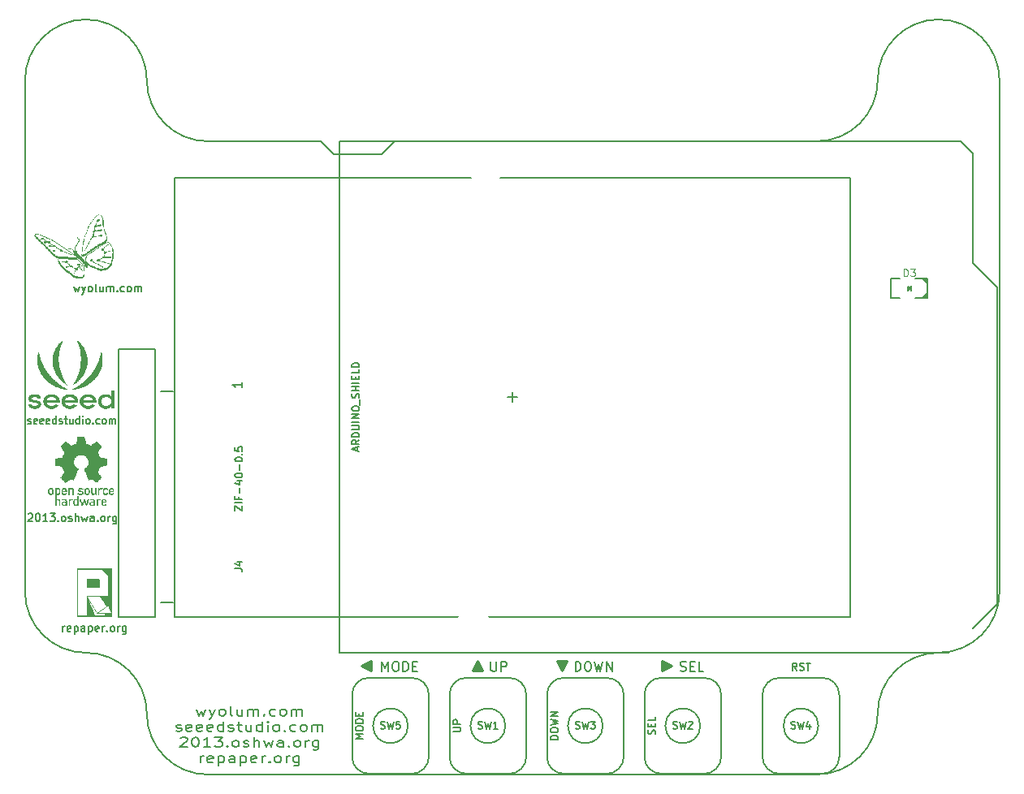
<source format=gto>
G04 (created by PCBNEW (2013-03-15 BZR 4003)-stable) date 22-May-13 6:18:43 PM*
%MOIN*%
G04 Gerber Fmt 3.4, Leading zero omitted, Abs format*
%FSLAX34Y34*%
G01*
G70*
G90*
G04 APERTURE LIST*
%ADD10C,0.006*%
%ADD11C,0.01*%
%ADD12C,0.008*%
%ADD13C,0.005*%
%ADD14C,0.00590551*%
%ADD15C,0.0001*%
%ADD16C,0.004*%
%ADD17C,0.04*%
%ADD18R,0.06X0.06*%
%ADD19C,0.06*%
%ADD20C,0.45*%
%ADD21C,0.07*%
%ADD22R,0.07X0.07*%
%ADD23C,0.155*%
%ADD24C,0.08*%
%ADD25C,0.075*%
%ADD26O,0.1X0.18*%
%ADD27R,0.1X0.2*%
%ADD28O,0.15X0.07*%
%ADD29C,0.045*%
%ADD30R,0.04X0.05*%
G04 APERTURE END LIST*
G54D10*
X11554Y-39129D02*
X11554Y-38916D01*
X11554Y-38977D02*
X11570Y-38946D01*
X11585Y-38931D01*
X11615Y-38916D01*
X11646Y-38916D01*
X11874Y-39114D02*
X11844Y-39129D01*
X11783Y-39129D01*
X11752Y-39114D01*
X11737Y-39083D01*
X11737Y-38961D01*
X11752Y-38931D01*
X11783Y-38916D01*
X11844Y-38916D01*
X11874Y-38931D01*
X11890Y-38961D01*
X11890Y-38992D01*
X11737Y-39022D01*
X12027Y-38916D02*
X12027Y-39236D01*
X12027Y-38931D02*
X12057Y-38916D01*
X12118Y-38916D01*
X12149Y-38931D01*
X12164Y-38946D01*
X12179Y-38977D01*
X12179Y-39068D01*
X12164Y-39099D01*
X12149Y-39114D01*
X12118Y-39129D01*
X12057Y-39129D01*
X12027Y-39114D01*
X12453Y-39129D02*
X12453Y-38961D01*
X12438Y-38931D01*
X12408Y-38916D01*
X12347Y-38916D01*
X12316Y-38931D01*
X12453Y-39114D02*
X12423Y-39129D01*
X12347Y-39129D01*
X12316Y-39114D01*
X12301Y-39083D01*
X12301Y-39053D01*
X12316Y-39022D01*
X12347Y-39007D01*
X12423Y-39007D01*
X12453Y-38992D01*
X12606Y-38916D02*
X12606Y-39236D01*
X12606Y-38931D02*
X12636Y-38916D01*
X12697Y-38916D01*
X12728Y-38931D01*
X12743Y-38946D01*
X12758Y-38977D01*
X12758Y-39068D01*
X12743Y-39099D01*
X12728Y-39114D01*
X12697Y-39129D01*
X12636Y-39129D01*
X12606Y-39114D01*
X13017Y-39114D02*
X12987Y-39129D01*
X12926Y-39129D01*
X12895Y-39114D01*
X12880Y-39083D01*
X12880Y-38961D01*
X12895Y-38931D01*
X12926Y-38916D01*
X12987Y-38916D01*
X13017Y-38931D01*
X13032Y-38961D01*
X13032Y-38992D01*
X12880Y-39022D01*
X13170Y-39129D02*
X13170Y-38916D01*
X13170Y-38977D02*
X13185Y-38946D01*
X13200Y-38931D01*
X13230Y-38916D01*
X13261Y-38916D01*
X13368Y-39099D02*
X13383Y-39114D01*
X13368Y-39129D01*
X13352Y-39114D01*
X13368Y-39099D01*
X13368Y-39129D01*
X13566Y-39129D02*
X13535Y-39114D01*
X13520Y-39099D01*
X13505Y-39068D01*
X13505Y-38977D01*
X13520Y-38946D01*
X13535Y-38931D01*
X13566Y-38916D01*
X13611Y-38916D01*
X13642Y-38931D01*
X13657Y-38946D01*
X13672Y-38977D01*
X13672Y-39068D01*
X13657Y-39099D01*
X13642Y-39114D01*
X13611Y-39129D01*
X13566Y-39129D01*
X13810Y-39129D02*
X13810Y-38916D01*
X13810Y-38977D02*
X13825Y-38946D01*
X13840Y-38931D01*
X13870Y-38916D01*
X13901Y-38916D01*
X14145Y-38916D02*
X14145Y-39175D01*
X14130Y-39205D01*
X14114Y-39220D01*
X14084Y-39236D01*
X14038Y-39236D01*
X14008Y-39220D01*
X14145Y-39114D02*
X14114Y-39129D01*
X14053Y-39129D01*
X14023Y-39114D01*
X14008Y-39099D01*
X13992Y-39068D01*
X13992Y-38977D01*
X14008Y-38946D01*
X14023Y-38931D01*
X14053Y-38916D01*
X14114Y-38916D01*
X14145Y-38931D01*
X10129Y-34315D02*
X10144Y-34299D01*
X10174Y-34284D01*
X10250Y-34284D01*
X10281Y-34299D01*
X10296Y-34315D01*
X10311Y-34345D01*
X10311Y-34375D01*
X10296Y-34421D01*
X10113Y-34604D01*
X10311Y-34604D01*
X10510Y-34284D02*
X10540Y-34284D01*
X10570Y-34299D01*
X10586Y-34315D01*
X10601Y-34345D01*
X10616Y-34406D01*
X10616Y-34482D01*
X10601Y-34543D01*
X10586Y-34574D01*
X10570Y-34589D01*
X10540Y-34604D01*
X10510Y-34604D01*
X10479Y-34589D01*
X10464Y-34574D01*
X10449Y-34543D01*
X10433Y-34482D01*
X10433Y-34406D01*
X10449Y-34345D01*
X10464Y-34315D01*
X10479Y-34299D01*
X10510Y-34284D01*
X10921Y-34604D02*
X10738Y-34604D01*
X10830Y-34604D02*
X10830Y-34284D01*
X10799Y-34330D01*
X10769Y-34360D01*
X10738Y-34375D01*
X11028Y-34284D02*
X11226Y-34284D01*
X11119Y-34406D01*
X11165Y-34406D01*
X11195Y-34421D01*
X11210Y-34436D01*
X11226Y-34467D01*
X11226Y-34543D01*
X11210Y-34574D01*
X11195Y-34589D01*
X11165Y-34604D01*
X11073Y-34604D01*
X11043Y-34589D01*
X11028Y-34574D01*
X11363Y-34574D02*
X11378Y-34589D01*
X11363Y-34604D01*
X11348Y-34589D01*
X11363Y-34574D01*
X11363Y-34604D01*
X11561Y-34604D02*
X11530Y-34589D01*
X11515Y-34574D01*
X11500Y-34543D01*
X11500Y-34452D01*
X11515Y-34421D01*
X11530Y-34406D01*
X11561Y-34391D01*
X11607Y-34391D01*
X11637Y-34406D01*
X11652Y-34421D01*
X11668Y-34452D01*
X11668Y-34543D01*
X11652Y-34574D01*
X11637Y-34589D01*
X11607Y-34604D01*
X11561Y-34604D01*
X11790Y-34589D02*
X11820Y-34604D01*
X11881Y-34604D01*
X11911Y-34589D01*
X11927Y-34558D01*
X11927Y-34543D01*
X11911Y-34513D01*
X11881Y-34497D01*
X11835Y-34497D01*
X11805Y-34482D01*
X11790Y-34452D01*
X11790Y-34436D01*
X11805Y-34406D01*
X11835Y-34391D01*
X11881Y-34391D01*
X11911Y-34406D01*
X12064Y-34604D02*
X12064Y-34284D01*
X12201Y-34604D02*
X12201Y-34436D01*
X12186Y-34406D01*
X12155Y-34391D01*
X12110Y-34391D01*
X12079Y-34406D01*
X12064Y-34421D01*
X12323Y-34391D02*
X12384Y-34604D01*
X12445Y-34452D01*
X12506Y-34604D01*
X12567Y-34391D01*
X12826Y-34604D02*
X12826Y-34436D01*
X12810Y-34406D01*
X12780Y-34391D01*
X12719Y-34391D01*
X12689Y-34406D01*
X12826Y-34589D02*
X12795Y-34604D01*
X12719Y-34604D01*
X12689Y-34589D01*
X12673Y-34558D01*
X12673Y-34528D01*
X12689Y-34497D01*
X12719Y-34482D01*
X12795Y-34482D01*
X12826Y-34467D01*
X12978Y-34574D02*
X12993Y-34589D01*
X12978Y-34604D01*
X12963Y-34589D01*
X12978Y-34574D01*
X12978Y-34604D01*
X13176Y-34604D02*
X13146Y-34589D01*
X13130Y-34574D01*
X13115Y-34543D01*
X13115Y-34452D01*
X13130Y-34421D01*
X13146Y-34406D01*
X13176Y-34391D01*
X13222Y-34391D01*
X13252Y-34406D01*
X13268Y-34421D01*
X13283Y-34452D01*
X13283Y-34543D01*
X13268Y-34574D01*
X13252Y-34589D01*
X13222Y-34604D01*
X13176Y-34604D01*
X13420Y-34604D02*
X13420Y-34391D01*
X13420Y-34452D02*
X13435Y-34421D01*
X13450Y-34406D01*
X13481Y-34391D01*
X13511Y-34391D01*
X13755Y-34391D02*
X13755Y-34650D01*
X13740Y-34680D01*
X13725Y-34695D01*
X13694Y-34711D01*
X13649Y-34711D01*
X13618Y-34695D01*
X13755Y-34589D02*
X13725Y-34604D01*
X13664Y-34604D01*
X13633Y-34589D01*
X13618Y-34574D01*
X13603Y-34543D01*
X13603Y-34452D01*
X13618Y-34421D01*
X13633Y-34406D01*
X13664Y-34391D01*
X13725Y-34391D01*
X13755Y-34406D01*
X11998Y-24966D02*
X12059Y-25179D01*
X12120Y-25027D01*
X12180Y-25179D01*
X12241Y-24966D01*
X12333Y-24966D02*
X12409Y-25179D01*
X12485Y-24966D02*
X12409Y-25179D01*
X12379Y-25255D01*
X12363Y-25270D01*
X12333Y-25286D01*
X12653Y-25179D02*
X12622Y-25164D01*
X12607Y-25149D01*
X12592Y-25118D01*
X12592Y-25027D01*
X12607Y-24996D01*
X12622Y-24981D01*
X12653Y-24966D01*
X12699Y-24966D01*
X12729Y-24981D01*
X12744Y-24996D01*
X12760Y-25027D01*
X12760Y-25118D01*
X12744Y-25149D01*
X12729Y-25164D01*
X12699Y-25179D01*
X12653Y-25179D01*
X12942Y-25179D02*
X12912Y-25164D01*
X12897Y-25133D01*
X12897Y-24859D01*
X13201Y-24966D02*
X13201Y-25179D01*
X13064Y-24966D02*
X13064Y-25133D01*
X13080Y-25164D01*
X13110Y-25179D01*
X13156Y-25179D01*
X13186Y-25164D01*
X13201Y-25149D01*
X13354Y-25179D02*
X13354Y-24966D01*
X13354Y-24996D02*
X13369Y-24981D01*
X13400Y-24966D01*
X13445Y-24966D01*
X13476Y-24981D01*
X13491Y-25011D01*
X13491Y-25179D01*
X13491Y-25011D02*
X13506Y-24981D01*
X13537Y-24966D01*
X13582Y-24966D01*
X13613Y-24981D01*
X13628Y-25011D01*
X13628Y-25179D01*
X13780Y-25149D02*
X13796Y-25164D01*
X13780Y-25179D01*
X13765Y-25164D01*
X13780Y-25149D01*
X13780Y-25179D01*
X14070Y-25164D02*
X14040Y-25179D01*
X13979Y-25179D01*
X13948Y-25164D01*
X13933Y-25149D01*
X13918Y-25118D01*
X13918Y-25027D01*
X13933Y-24996D01*
X13948Y-24981D01*
X13979Y-24966D01*
X14040Y-24966D01*
X14070Y-24981D01*
X14253Y-25179D02*
X14222Y-25164D01*
X14207Y-25149D01*
X14192Y-25118D01*
X14192Y-25027D01*
X14207Y-24996D01*
X14222Y-24981D01*
X14253Y-24966D01*
X14299Y-24966D01*
X14329Y-24981D01*
X14344Y-24996D01*
X14360Y-25027D01*
X14360Y-25118D01*
X14344Y-25149D01*
X14329Y-25164D01*
X14299Y-25179D01*
X14253Y-25179D01*
X14497Y-25179D02*
X14497Y-24966D01*
X14497Y-24996D02*
X14512Y-24981D01*
X14542Y-24966D01*
X14588Y-24966D01*
X14619Y-24981D01*
X14634Y-25011D01*
X14634Y-25179D01*
X14634Y-25011D02*
X14649Y-24981D01*
X14680Y-24966D01*
X14725Y-24966D01*
X14756Y-24981D01*
X14771Y-25011D01*
X14771Y-25179D01*
X10117Y-30589D02*
X10146Y-30604D01*
X10203Y-30604D01*
X10232Y-30589D01*
X10246Y-30558D01*
X10246Y-30543D01*
X10232Y-30513D01*
X10203Y-30497D01*
X10160Y-30497D01*
X10132Y-30482D01*
X10117Y-30452D01*
X10117Y-30436D01*
X10132Y-30406D01*
X10160Y-30391D01*
X10203Y-30391D01*
X10232Y-30406D01*
X10489Y-30589D02*
X10460Y-30604D01*
X10403Y-30604D01*
X10374Y-30589D01*
X10360Y-30558D01*
X10360Y-30436D01*
X10374Y-30406D01*
X10403Y-30391D01*
X10460Y-30391D01*
X10489Y-30406D01*
X10503Y-30436D01*
X10503Y-30467D01*
X10360Y-30497D01*
X10746Y-30589D02*
X10717Y-30604D01*
X10660Y-30604D01*
X10632Y-30589D01*
X10617Y-30558D01*
X10617Y-30436D01*
X10632Y-30406D01*
X10660Y-30391D01*
X10717Y-30391D01*
X10746Y-30406D01*
X10760Y-30436D01*
X10760Y-30467D01*
X10617Y-30497D01*
X11003Y-30589D02*
X10974Y-30604D01*
X10917Y-30604D01*
X10889Y-30589D01*
X10874Y-30558D01*
X10874Y-30436D01*
X10889Y-30406D01*
X10917Y-30391D01*
X10974Y-30391D01*
X11003Y-30406D01*
X11017Y-30436D01*
X11017Y-30467D01*
X10874Y-30497D01*
X11274Y-30604D02*
X11274Y-30284D01*
X11274Y-30589D02*
X11246Y-30604D01*
X11189Y-30604D01*
X11160Y-30589D01*
X11146Y-30574D01*
X11132Y-30543D01*
X11132Y-30452D01*
X11146Y-30421D01*
X11160Y-30406D01*
X11189Y-30391D01*
X11246Y-30391D01*
X11274Y-30406D01*
X11403Y-30589D02*
X11432Y-30604D01*
X11489Y-30604D01*
X11517Y-30589D01*
X11532Y-30558D01*
X11532Y-30543D01*
X11517Y-30513D01*
X11489Y-30497D01*
X11446Y-30497D01*
X11417Y-30482D01*
X11403Y-30452D01*
X11403Y-30436D01*
X11417Y-30406D01*
X11446Y-30391D01*
X11489Y-30391D01*
X11517Y-30406D01*
X11617Y-30391D02*
X11732Y-30391D01*
X11660Y-30284D02*
X11660Y-30558D01*
X11674Y-30589D01*
X11703Y-30604D01*
X11732Y-30604D01*
X11960Y-30391D02*
X11960Y-30604D01*
X11832Y-30391D02*
X11832Y-30558D01*
X11846Y-30589D01*
X11875Y-30604D01*
X11917Y-30604D01*
X11946Y-30589D01*
X11960Y-30574D01*
X12232Y-30604D02*
X12232Y-30284D01*
X12232Y-30589D02*
X12203Y-30604D01*
X12146Y-30604D01*
X12117Y-30589D01*
X12103Y-30574D01*
X12089Y-30543D01*
X12089Y-30452D01*
X12103Y-30421D01*
X12117Y-30406D01*
X12146Y-30391D01*
X12203Y-30391D01*
X12232Y-30406D01*
X12375Y-30604D02*
X12375Y-30391D01*
X12375Y-30284D02*
X12360Y-30299D01*
X12375Y-30315D01*
X12389Y-30299D01*
X12375Y-30284D01*
X12375Y-30315D01*
X12560Y-30604D02*
X12532Y-30589D01*
X12517Y-30574D01*
X12503Y-30543D01*
X12503Y-30452D01*
X12517Y-30421D01*
X12532Y-30406D01*
X12560Y-30391D01*
X12603Y-30391D01*
X12632Y-30406D01*
X12646Y-30421D01*
X12660Y-30452D01*
X12660Y-30543D01*
X12646Y-30574D01*
X12632Y-30589D01*
X12603Y-30604D01*
X12560Y-30604D01*
X12789Y-30574D02*
X12803Y-30589D01*
X12789Y-30604D01*
X12775Y-30589D01*
X12789Y-30574D01*
X12789Y-30604D01*
X13060Y-30589D02*
X13032Y-30604D01*
X12975Y-30604D01*
X12946Y-30589D01*
X12932Y-30574D01*
X12917Y-30543D01*
X12917Y-30452D01*
X12932Y-30421D01*
X12946Y-30406D01*
X12975Y-30391D01*
X13032Y-30391D01*
X13060Y-30406D01*
X13232Y-30604D02*
X13203Y-30589D01*
X13189Y-30574D01*
X13175Y-30543D01*
X13175Y-30452D01*
X13189Y-30421D01*
X13203Y-30406D01*
X13232Y-30391D01*
X13275Y-30391D01*
X13303Y-30406D01*
X13317Y-30421D01*
X13332Y-30452D01*
X13332Y-30543D01*
X13317Y-30574D01*
X13303Y-30589D01*
X13275Y-30604D01*
X13232Y-30604D01*
X13460Y-30604D02*
X13460Y-30391D01*
X13460Y-30421D02*
X13475Y-30406D01*
X13503Y-30391D01*
X13546Y-30391D01*
X13575Y-30406D01*
X13589Y-30436D01*
X13589Y-30604D01*
X13589Y-30436D02*
X13603Y-30406D01*
X13632Y-30391D01*
X13675Y-30391D01*
X13703Y-30406D01*
X13717Y-30436D01*
X13717Y-30604D01*
G54D11*
X36450Y-40600D02*
X36450Y-40500D01*
X36350Y-40450D02*
X36350Y-40650D01*
X36250Y-40700D02*
X36250Y-40400D01*
X36150Y-40350D02*
X36150Y-40750D01*
X32000Y-40650D02*
X32100Y-40650D01*
X32150Y-40550D02*
X31950Y-40550D01*
X31900Y-40450D02*
X32200Y-40450D01*
X32250Y-40350D02*
X31850Y-40350D01*
X28625Y-40450D02*
X28525Y-40450D01*
X28475Y-40550D02*
X28675Y-40550D01*
X28725Y-40650D02*
X28425Y-40650D01*
X28375Y-40750D02*
X28775Y-40750D01*
X23900Y-40500D02*
X23900Y-40600D01*
X24000Y-40650D02*
X24000Y-40450D01*
X24100Y-40400D02*
X24100Y-40700D01*
X24200Y-40350D02*
X24200Y-40750D01*
G54D12*
X36901Y-40742D02*
X36958Y-40761D01*
X37053Y-40761D01*
X37091Y-40742D01*
X37110Y-40723D01*
X37129Y-40685D01*
X37129Y-40647D01*
X37110Y-40609D01*
X37091Y-40590D01*
X37053Y-40571D01*
X36977Y-40552D01*
X36939Y-40533D01*
X36920Y-40514D01*
X36901Y-40476D01*
X36901Y-40438D01*
X36920Y-40400D01*
X36939Y-40380D01*
X36977Y-40361D01*
X37072Y-40361D01*
X37129Y-40380D01*
X37301Y-40552D02*
X37434Y-40552D01*
X37491Y-40761D02*
X37301Y-40761D01*
X37301Y-40361D01*
X37491Y-40361D01*
X37853Y-40761D02*
X37663Y-40761D01*
X37663Y-40361D01*
X32595Y-40761D02*
X32595Y-40361D01*
X32690Y-40361D01*
X32747Y-40380D01*
X32785Y-40419D01*
X32804Y-40457D01*
X32823Y-40533D01*
X32823Y-40590D01*
X32804Y-40666D01*
X32785Y-40704D01*
X32747Y-40742D01*
X32690Y-40761D01*
X32595Y-40761D01*
X33071Y-40361D02*
X33147Y-40361D01*
X33185Y-40380D01*
X33223Y-40419D01*
X33242Y-40495D01*
X33242Y-40628D01*
X33223Y-40704D01*
X33185Y-40742D01*
X33147Y-40761D01*
X33071Y-40761D01*
X33033Y-40742D01*
X32995Y-40704D01*
X32976Y-40628D01*
X32976Y-40495D01*
X32995Y-40419D01*
X33033Y-40380D01*
X33071Y-40361D01*
X33376Y-40361D02*
X33471Y-40761D01*
X33547Y-40476D01*
X33623Y-40761D01*
X33719Y-40361D01*
X33871Y-40761D02*
X33871Y-40361D01*
X34100Y-40761D01*
X34100Y-40361D01*
X29120Y-40361D02*
X29120Y-40685D01*
X29139Y-40723D01*
X29158Y-40742D01*
X29196Y-40761D01*
X29272Y-40761D01*
X29310Y-40742D01*
X29329Y-40723D01*
X29348Y-40685D01*
X29348Y-40361D01*
X29539Y-40761D02*
X29539Y-40361D01*
X29691Y-40361D01*
X29729Y-40380D01*
X29748Y-40400D01*
X29767Y-40438D01*
X29767Y-40495D01*
X29748Y-40533D01*
X29729Y-40552D01*
X29691Y-40571D01*
X29539Y-40571D01*
X24645Y-40761D02*
X24645Y-40361D01*
X24778Y-40647D01*
X24911Y-40361D01*
X24911Y-40761D01*
X25178Y-40361D02*
X25254Y-40361D01*
X25292Y-40380D01*
X25330Y-40419D01*
X25350Y-40495D01*
X25350Y-40628D01*
X25330Y-40704D01*
X25292Y-40742D01*
X25254Y-40761D01*
X25178Y-40761D01*
X25140Y-40742D01*
X25102Y-40704D01*
X25083Y-40628D01*
X25083Y-40495D01*
X25102Y-40419D01*
X25140Y-40380D01*
X25178Y-40361D01*
X25521Y-40761D02*
X25521Y-40361D01*
X25616Y-40361D01*
X25673Y-40380D01*
X25711Y-40419D01*
X25730Y-40457D01*
X25750Y-40533D01*
X25750Y-40590D01*
X25730Y-40666D01*
X25711Y-40704D01*
X25673Y-40742D01*
X25616Y-40761D01*
X25521Y-40761D01*
X25921Y-40552D02*
X26054Y-40552D01*
X26111Y-40761D02*
X25921Y-40761D01*
X25921Y-40361D01*
X26111Y-40361D01*
G54D11*
X36550Y-40550D02*
X36150Y-40350D01*
X36150Y-40750D02*
X36550Y-40550D01*
X32050Y-40750D02*
X32250Y-40350D01*
X31850Y-40350D02*
X32050Y-40750D01*
X28575Y-40350D02*
X28775Y-40750D01*
X28375Y-40750D02*
X28575Y-40350D01*
X23800Y-40550D02*
X24200Y-40350D01*
X24200Y-40750D02*
X23800Y-40550D01*
G54D13*
X22125Y-19000D02*
X17500Y-19000D01*
X25175Y-19000D02*
X42500Y-19000D01*
X24625Y-19550D02*
X25175Y-19000D01*
X23625Y-19550D02*
X24625Y-19550D01*
X22675Y-19550D02*
X22125Y-19000D01*
X23675Y-19550D02*
X22675Y-19550D01*
G54D12*
X17034Y-42320D02*
X17129Y-42586D01*
X17225Y-42396D01*
X17320Y-42586D01*
X17415Y-42320D01*
X17558Y-42320D02*
X17677Y-42586D01*
X17796Y-42320D02*
X17677Y-42586D01*
X17629Y-42682D01*
X17605Y-42701D01*
X17558Y-42720D01*
X18058Y-42586D02*
X18010Y-42567D01*
X17986Y-42548D01*
X17963Y-42510D01*
X17963Y-42396D01*
X17986Y-42358D01*
X18010Y-42339D01*
X18058Y-42320D01*
X18129Y-42320D01*
X18177Y-42339D01*
X18201Y-42358D01*
X18225Y-42396D01*
X18225Y-42510D01*
X18201Y-42548D01*
X18177Y-42567D01*
X18129Y-42586D01*
X18058Y-42586D01*
X18510Y-42586D02*
X18463Y-42567D01*
X18439Y-42529D01*
X18439Y-42186D01*
X18915Y-42320D02*
X18915Y-42586D01*
X18701Y-42320D02*
X18701Y-42529D01*
X18725Y-42567D01*
X18772Y-42586D01*
X18844Y-42586D01*
X18891Y-42567D01*
X18915Y-42548D01*
X19153Y-42586D02*
X19153Y-42320D01*
X19153Y-42358D02*
X19177Y-42339D01*
X19225Y-42320D01*
X19296Y-42320D01*
X19344Y-42339D01*
X19367Y-42377D01*
X19367Y-42586D01*
X19367Y-42377D02*
X19391Y-42339D01*
X19439Y-42320D01*
X19510Y-42320D01*
X19558Y-42339D01*
X19582Y-42377D01*
X19582Y-42586D01*
X19820Y-42548D02*
X19844Y-42567D01*
X19820Y-42586D01*
X19796Y-42567D01*
X19820Y-42548D01*
X19820Y-42586D01*
X20272Y-42567D02*
X20225Y-42586D01*
X20129Y-42586D01*
X20082Y-42567D01*
X20058Y-42548D01*
X20034Y-42510D01*
X20034Y-42396D01*
X20058Y-42358D01*
X20082Y-42339D01*
X20129Y-42320D01*
X20225Y-42320D01*
X20272Y-42339D01*
X20558Y-42586D02*
X20510Y-42567D01*
X20486Y-42548D01*
X20463Y-42510D01*
X20463Y-42396D01*
X20486Y-42358D01*
X20510Y-42339D01*
X20558Y-42320D01*
X20629Y-42320D01*
X20677Y-42339D01*
X20701Y-42358D01*
X20725Y-42396D01*
X20725Y-42510D01*
X20701Y-42548D01*
X20677Y-42567D01*
X20629Y-42586D01*
X20558Y-42586D01*
X20939Y-42586D02*
X20939Y-42320D01*
X20939Y-42358D02*
X20963Y-42339D01*
X21010Y-42320D01*
X21082Y-42320D01*
X21129Y-42339D01*
X21153Y-42377D01*
X21153Y-42586D01*
X21153Y-42377D02*
X21177Y-42339D01*
X21225Y-42320D01*
X21296Y-42320D01*
X21344Y-42339D01*
X21367Y-42377D01*
X21367Y-42586D01*
X16213Y-43207D02*
X16260Y-43226D01*
X16355Y-43226D01*
X16403Y-43207D01*
X16427Y-43169D01*
X16427Y-43150D01*
X16403Y-43112D01*
X16355Y-43093D01*
X16284Y-43093D01*
X16236Y-43074D01*
X16213Y-43036D01*
X16213Y-43017D01*
X16236Y-42979D01*
X16284Y-42960D01*
X16355Y-42960D01*
X16403Y-42979D01*
X16832Y-43207D02*
X16784Y-43226D01*
X16689Y-43226D01*
X16641Y-43207D01*
X16617Y-43169D01*
X16617Y-43017D01*
X16641Y-42979D01*
X16689Y-42960D01*
X16784Y-42960D01*
X16832Y-42979D01*
X16855Y-43017D01*
X16855Y-43055D01*
X16617Y-43093D01*
X17260Y-43207D02*
X17213Y-43226D01*
X17117Y-43226D01*
X17070Y-43207D01*
X17046Y-43169D01*
X17046Y-43017D01*
X17070Y-42979D01*
X17117Y-42960D01*
X17213Y-42960D01*
X17260Y-42979D01*
X17284Y-43017D01*
X17284Y-43055D01*
X17046Y-43093D01*
X17689Y-43207D02*
X17641Y-43226D01*
X17546Y-43226D01*
X17498Y-43207D01*
X17475Y-43169D01*
X17475Y-43017D01*
X17498Y-42979D01*
X17546Y-42960D01*
X17641Y-42960D01*
X17689Y-42979D01*
X17713Y-43017D01*
X17713Y-43055D01*
X17475Y-43093D01*
X18141Y-43226D02*
X18141Y-42826D01*
X18141Y-43207D02*
X18094Y-43226D01*
X17998Y-43226D01*
X17951Y-43207D01*
X17927Y-43188D01*
X17903Y-43150D01*
X17903Y-43036D01*
X17927Y-42998D01*
X17951Y-42979D01*
X17998Y-42960D01*
X18094Y-42960D01*
X18141Y-42979D01*
X18355Y-43207D02*
X18403Y-43226D01*
X18498Y-43226D01*
X18546Y-43207D01*
X18570Y-43169D01*
X18570Y-43150D01*
X18546Y-43112D01*
X18498Y-43093D01*
X18427Y-43093D01*
X18379Y-43074D01*
X18355Y-43036D01*
X18355Y-43017D01*
X18379Y-42979D01*
X18427Y-42960D01*
X18498Y-42960D01*
X18546Y-42979D01*
X18713Y-42960D02*
X18903Y-42960D01*
X18784Y-42826D02*
X18784Y-43169D01*
X18808Y-43207D01*
X18855Y-43226D01*
X18903Y-43226D01*
X19284Y-42960D02*
X19284Y-43226D01*
X19070Y-42960D02*
X19070Y-43169D01*
X19094Y-43207D01*
X19141Y-43226D01*
X19213Y-43226D01*
X19260Y-43207D01*
X19284Y-43188D01*
X19736Y-43226D02*
X19736Y-42826D01*
X19736Y-43207D02*
X19689Y-43226D01*
X19594Y-43226D01*
X19546Y-43207D01*
X19522Y-43188D01*
X19498Y-43150D01*
X19498Y-43036D01*
X19522Y-42998D01*
X19546Y-42979D01*
X19594Y-42960D01*
X19689Y-42960D01*
X19736Y-42979D01*
X19975Y-43226D02*
X19975Y-42960D01*
X19975Y-42826D02*
X19951Y-42845D01*
X19975Y-42865D01*
X19998Y-42845D01*
X19975Y-42826D01*
X19975Y-42865D01*
X20284Y-43226D02*
X20236Y-43207D01*
X20213Y-43188D01*
X20189Y-43150D01*
X20189Y-43036D01*
X20213Y-42998D01*
X20236Y-42979D01*
X20284Y-42960D01*
X20355Y-42960D01*
X20403Y-42979D01*
X20427Y-42998D01*
X20451Y-43036D01*
X20451Y-43150D01*
X20427Y-43188D01*
X20403Y-43207D01*
X20355Y-43226D01*
X20284Y-43226D01*
X20665Y-43188D02*
X20689Y-43207D01*
X20665Y-43226D01*
X20641Y-43207D01*
X20665Y-43188D01*
X20665Y-43226D01*
X21117Y-43207D02*
X21070Y-43226D01*
X20975Y-43226D01*
X20927Y-43207D01*
X20903Y-43188D01*
X20879Y-43150D01*
X20879Y-43036D01*
X20903Y-42998D01*
X20927Y-42979D01*
X20975Y-42960D01*
X21070Y-42960D01*
X21117Y-42979D01*
X21403Y-43226D02*
X21355Y-43207D01*
X21332Y-43188D01*
X21308Y-43150D01*
X21308Y-43036D01*
X21332Y-42998D01*
X21355Y-42979D01*
X21403Y-42960D01*
X21475Y-42960D01*
X21522Y-42979D01*
X21546Y-42998D01*
X21570Y-43036D01*
X21570Y-43150D01*
X21546Y-43188D01*
X21522Y-43207D01*
X21475Y-43226D01*
X21403Y-43226D01*
X21784Y-43226D02*
X21784Y-42960D01*
X21784Y-42998D02*
X21808Y-42979D01*
X21855Y-42960D01*
X21927Y-42960D01*
X21975Y-42979D01*
X21998Y-43017D01*
X21998Y-43226D01*
X21998Y-43017D02*
X22022Y-42979D01*
X22070Y-42960D01*
X22141Y-42960D01*
X22189Y-42979D01*
X22213Y-43017D01*
X22213Y-43226D01*
X16379Y-43505D02*
X16403Y-43485D01*
X16451Y-43466D01*
X16570Y-43466D01*
X16617Y-43485D01*
X16641Y-43505D01*
X16665Y-43543D01*
X16665Y-43581D01*
X16641Y-43638D01*
X16355Y-43866D01*
X16665Y-43866D01*
X16975Y-43466D02*
X17022Y-43466D01*
X17070Y-43485D01*
X17094Y-43505D01*
X17117Y-43543D01*
X17141Y-43619D01*
X17141Y-43714D01*
X17117Y-43790D01*
X17094Y-43828D01*
X17070Y-43847D01*
X17022Y-43866D01*
X16975Y-43866D01*
X16927Y-43847D01*
X16903Y-43828D01*
X16879Y-43790D01*
X16855Y-43714D01*
X16855Y-43619D01*
X16879Y-43543D01*
X16903Y-43505D01*
X16927Y-43485D01*
X16975Y-43466D01*
X17617Y-43866D02*
X17332Y-43866D01*
X17475Y-43866D02*
X17475Y-43466D01*
X17427Y-43524D01*
X17379Y-43562D01*
X17332Y-43581D01*
X17784Y-43466D02*
X18094Y-43466D01*
X17927Y-43619D01*
X17998Y-43619D01*
X18046Y-43638D01*
X18070Y-43657D01*
X18094Y-43695D01*
X18094Y-43790D01*
X18070Y-43828D01*
X18046Y-43847D01*
X17998Y-43866D01*
X17855Y-43866D01*
X17808Y-43847D01*
X17784Y-43828D01*
X18308Y-43828D02*
X18332Y-43847D01*
X18308Y-43866D01*
X18284Y-43847D01*
X18308Y-43828D01*
X18308Y-43866D01*
X18617Y-43866D02*
X18570Y-43847D01*
X18546Y-43828D01*
X18522Y-43790D01*
X18522Y-43676D01*
X18546Y-43638D01*
X18570Y-43619D01*
X18617Y-43600D01*
X18689Y-43600D01*
X18736Y-43619D01*
X18760Y-43638D01*
X18784Y-43676D01*
X18784Y-43790D01*
X18760Y-43828D01*
X18736Y-43847D01*
X18689Y-43866D01*
X18617Y-43866D01*
X18975Y-43847D02*
X19022Y-43866D01*
X19117Y-43866D01*
X19165Y-43847D01*
X19189Y-43809D01*
X19189Y-43790D01*
X19165Y-43752D01*
X19117Y-43733D01*
X19046Y-43733D01*
X18998Y-43714D01*
X18975Y-43676D01*
X18975Y-43657D01*
X18998Y-43619D01*
X19046Y-43600D01*
X19117Y-43600D01*
X19165Y-43619D01*
X19403Y-43866D02*
X19403Y-43466D01*
X19617Y-43866D02*
X19617Y-43657D01*
X19594Y-43619D01*
X19546Y-43600D01*
X19475Y-43600D01*
X19427Y-43619D01*
X19403Y-43638D01*
X19808Y-43600D02*
X19903Y-43866D01*
X19998Y-43676D01*
X20094Y-43866D01*
X20189Y-43600D01*
X20594Y-43866D02*
X20594Y-43657D01*
X20570Y-43619D01*
X20522Y-43600D01*
X20427Y-43600D01*
X20379Y-43619D01*
X20594Y-43847D02*
X20546Y-43866D01*
X20427Y-43866D01*
X20379Y-43847D01*
X20355Y-43809D01*
X20355Y-43771D01*
X20379Y-43733D01*
X20427Y-43714D01*
X20546Y-43714D01*
X20594Y-43695D01*
X20832Y-43828D02*
X20855Y-43847D01*
X20832Y-43866D01*
X20808Y-43847D01*
X20832Y-43828D01*
X20832Y-43866D01*
X21141Y-43866D02*
X21094Y-43847D01*
X21070Y-43828D01*
X21046Y-43790D01*
X21046Y-43676D01*
X21070Y-43638D01*
X21094Y-43619D01*
X21141Y-43600D01*
X21213Y-43600D01*
X21260Y-43619D01*
X21284Y-43638D01*
X21308Y-43676D01*
X21308Y-43790D01*
X21284Y-43828D01*
X21260Y-43847D01*
X21213Y-43866D01*
X21141Y-43866D01*
X21522Y-43866D02*
X21522Y-43600D01*
X21522Y-43676D02*
X21546Y-43638D01*
X21570Y-43619D01*
X21617Y-43600D01*
X21665Y-43600D01*
X22046Y-43600D02*
X22046Y-43924D01*
X22022Y-43962D01*
X21998Y-43981D01*
X21951Y-44000D01*
X21879Y-44000D01*
X21832Y-43981D01*
X22046Y-43847D02*
X21998Y-43866D01*
X21903Y-43866D01*
X21855Y-43847D01*
X21832Y-43828D01*
X21808Y-43790D01*
X21808Y-43676D01*
X21832Y-43638D01*
X21855Y-43619D01*
X21903Y-43600D01*
X21998Y-43600D01*
X22046Y-43619D01*
X17201Y-44506D02*
X17201Y-44240D01*
X17201Y-44316D02*
X17225Y-44278D01*
X17248Y-44259D01*
X17296Y-44240D01*
X17344Y-44240D01*
X17701Y-44487D02*
X17653Y-44506D01*
X17558Y-44506D01*
X17510Y-44487D01*
X17486Y-44449D01*
X17486Y-44297D01*
X17510Y-44259D01*
X17558Y-44240D01*
X17653Y-44240D01*
X17701Y-44259D01*
X17725Y-44297D01*
X17725Y-44335D01*
X17486Y-44373D01*
X17939Y-44240D02*
X17939Y-44640D01*
X17939Y-44259D02*
X17986Y-44240D01*
X18082Y-44240D01*
X18129Y-44259D01*
X18153Y-44278D01*
X18177Y-44316D01*
X18177Y-44430D01*
X18153Y-44468D01*
X18129Y-44487D01*
X18082Y-44506D01*
X17986Y-44506D01*
X17939Y-44487D01*
X18605Y-44506D02*
X18605Y-44297D01*
X18582Y-44259D01*
X18534Y-44240D01*
X18439Y-44240D01*
X18391Y-44259D01*
X18605Y-44487D02*
X18558Y-44506D01*
X18439Y-44506D01*
X18391Y-44487D01*
X18367Y-44449D01*
X18367Y-44411D01*
X18391Y-44373D01*
X18439Y-44354D01*
X18558Y-44354D01*
X18605Y-44335D01*
X18844Y-44240D02*
X18844Y-44640D01*
X18844Y-44259D02*
X18891Y-44240D01*
X18986Y-44240D01*
X19034Y-44259D01*
X19058Y-44278D01*
X19082Y-44316D01*
X19082Y-44430D01*
X19058Y-44468D01*
X19034Y-44487D01*
X18986Y-44506D01*
X18891Y-44506D01*
X18844Y-44487D01*
X19486Y-44487D02*
X19439Y-44506D01*
X19344Y-44506D01*
X19296Y-44487D01*
X19272Y-44449D01*
X19272Y-44297D01*
X19296Y-44259D01*
X19344Y-44240D01*
X19439Y-44240D01*
X19486Y-44259D01*
X19510Y-44297D01*
X19510Y-44335D01*
X19272Y-44373D01*
X19725Y-44506D02*
X19725Y-44240D01*
X19725Y-44316D02*
X19748Y-44278D01*
X19772Y-44259D01*
X19820Y-44240D01*
X19867Y-44240D01*
X20034Y-44468D02*
X20058Y-44487D01*
X20034Y-44506D01*
X20010Y-44487D01*
X20034Y-44468D01*
X20034Y-44506D01*
X20344Y-44506D02*
X20296Y-44487D01*
X20272Y-44468D01*
X20248Y-44430D01*
X20248Y-44316D01*
X20272Y-44278D01*
X20296Y-44259D01*
X20344Y-44240D01*
X20415Y-44240D01*
X20463Y-44259D01*
X20486Y-44278D01*
X20510Y-44316D01*
X20510Y-44430D01*
X20486Y-44468D01*
X20463Y-44487D01*
X20415Y-44506D01*
X20344Y-44506D01*
X20725Y-44506D02*
X20725Y-44240D01*
X20725Y-44316D02*
X20748Y-44278D01*
X20772Y-44259D01*
X20820Y-44240D01*
X20867Y-44240D01*
X21248Y-44240D02*
X21248Y-44564D01*
X21224Y-44602D01*
X21201Y-44621D01*
X21153Y-44640D01*
X21082Y-44640D01*
X21034Y-44621D01*
X21248Y-44487D02*
X21201Y-44506D01*
X21105Y-44506D01*
X21058Y-44487D01*
X21034Y-44468D01*
X21010Y-44430D01*
X21010Y-44316D01*
X21034Y-44278D01*
X21058Y-44259D01*
X21105Y-44240D01*
X21201Y-44240D01*
X21248Y-44259D01*
G54D13*
X47500Y-40000D02*
G75*
G03X50000Y-37500I0J2500D01*
G74*
G01*
X42500Y-45000D02*
G75*
G03X45000Y-42500I0J2500D01*
G74*
G01*
X47500Y-40000D02*
G75*
G03X45000Y-42500I0J-2500D01*
G74*
G01*
X15000Y-42500D02*
G75*
G03X17500Y-45000I2500J0D01*
G74*
G01*
X10000Y-37500D02*
G75*
G03X12500Y-40000I2500J0D01*
G74*
G01*
X15000Y-42500D02*
G75*
G03X12500Y-40000I-2500J0D01*
G74*
G01*
X42500Y-19000D02*
G75*
G03X45000Y-16500I0J2500D01*
G74*
G01*
X50000Y-16500D02*
G75*
G03X47500Y-14000I-2500J0D01*
G74*
G01*
X47500Y-14000D02*
G75*
G03X45000Y-16500I0J-2500D01*
G74*
G01*
X15000Y-16500D02*
G75*
G03X17500Y-19000I2500J0D01*
G74*
G01*
X15000Y-16500D02*
G75*
G03X12500Y-14000I-2500J0D01*
G74*
G01*
X12500Y-14000D02*
G75*
G03X10000Y-16500I0J-2500D01*
G74*
G01*
X13850Y-38550D02*
X15350Y-38550D01*
X13850Y-27550D02*
X13850Y-38550D01*
X15350Y-27550D02*
X13850Y-27550D01*
X15350Y-38550D02*
X15350Y-27550D01*
X42500Y-45000D02*
X17500Y-45000D01*
X10000Y-37500D02*
X10000Y-16500D01*
X50000Y-16500D02*
X50000Y-37500D01*
X30000Y-29500D02*
X30200Y-29500D01*
X30000Y-29500D02*
X29800Y-29500D01*
X30000Y-29500D02*
X30000Y-29700D01*
X30000Y-29500D02*
X30000Y-29300D01*
G54D14*
X49900Y-25000D02*
X49900Y-38000D01*
X49900Y-38000D02*
X48900Y-39000D01*
X48900Y-19500D02*
X48900Y-24000D01*
X48900Y-24000D02*
X49900Y-25000D01*
X22900Y-19000D02*
X48400Y-19000D01*
X48400Y-19000D02*
X48900Y-19500D01*
X22900Y-40000D02*
X22900Y-19000D01*
X47900Y-40000D02*
X22900Y-40000D01*
G54D10*
X43424Y-41720D02*
G75*
G03X42735Y-41031I-688J0D01*
G74*
G01*
X40964Y-41031D02*
X42735Y-41031D01*
X40964Y-41031D02*
G75*
G03X40275Y-41720I0J-688D01*
G74*
G01*
X40275Y-44279D02*
X40275Y-41720D01*
X42735Y-44968D02*
X40964Y-44968D01*
X43424Y-41720D02*
X43424Y-44279D01*
X42735Y-44968D02*
G75*
G03X43424Y-44279I0J688D01*
G74*
G01*
X40275Y-44279D02*
G75*
G03X40964Y-44968I688J0D01*
G74*
G01*
X42565Y-43000D02*
G75*
G03X42565Y-43000I-715J0D01*
G74*
G01*
X30574Y-41720D02*
G75*
G03X29885Y-41031I-688J0D01*
G74*
G01*
X28114Y-41031D02*
X29885Y-41031D01*
X28114Y-41031D02*
G75*
G03X27425Y-41720I0J-688D01*
G74*
G01*
X27425Y-44279D02*
X27425Y-41720D01*
X29885Y-44968D02*
X28114Y-44968D01*
X30574Y-41720D02*
X30574Y-44279D01*
X29885Y-44968D02*
G75*
G03X30574Y-44279I0J688D01*
G74*
G01*
X27425Y-44279D02*
G75*
G03X28114Y-44968I688J0D01*
G74*
G01*
X29715Y-43000D02*
G75*
G03X29715Y-43000I-715J0D01*
G74*
G01*
X38574Y-41720D02*
G75*
G03X37885Y-41031I-688J0D01*
G74*
G01*
X36114Y-41031D02*
X37885Y-41031D01*
X36114Y-41031D02*
G75*
G03X35425Y-41720I0J-688D01*
G74*
G01*
X35425Y-44279D02*
X35425Y-41720D01*
X37885Y-44968D02*
X36114Y-44968D01*
X38574Y-41720D02*
X38574Y-44279D01*
X37885Y-44968D02*
G75*
G03X38574Y-44279I0J688D01*
G74*
G01*
X35425Y-44279D02*
G75*
G03X36114Y-44968I688J0D01*
G74*
G01*
X37715Y-43000D02*
G75*
G03X37715Y-43000I-715J0D01*
G74*
G01*
X34574Y-41720D02*
G75*
G03X33885Y-41031I-688J0D01*
G74*
G01*
X32114Y-41031D02*
X33885Y-41031D01*
X32114Y-41031D02*
G75*
G03X31425Y-41720I0J-688D01*
G74*
G01*
X31425Y-44279D02*
X31425Y-41720D01*
X33885Y-44968D02*
X32114Y-44968D01*
X34574Y-41720D02*
X34574Y-44279D01*
X33885Y-44968D02*
G75*
G03X34574Y-44279I0J688D01*
G74*
G01*
X31425Y-44279D02*
G75*
G03X32114Y-44968I688J0D01*
G74*
G01*
X33715Y-43000D02*
G75*
G03X33715Y-43000I-715J0D01*
G74*
G01*
X26574Y-41720D02*
G75*
G03X25885Y-41031I-688J0D01*
G74*
G01*
X24114Y-41031D02*
X25885Y-41031D01*
X24114Y-41031D02*
G75*
G03X23425Y-41720I0J-688D01*
G74*
G01*
X23425Y-44279D02*
X23425Y-41720D01*
X25885Y-44968D02*
X24114Y-44968D01*
X26574Y-41720D02*
X26574Y-44279D01*
X25885Y-44968D02*
G75*
G03X26574Y-44279I0J688D01*
G74*
G01*
X23425Y-44279D02*
G75*
G03X24114Y-44968I688J0D01*
G74*
G01*
X25715Y-43000D02*
G75*
G03X25715Y-43000I-715J0D01*
G74*
G01*
G54D15*
G36*
X13010Y-22010D02*
X13030Y-22010D01*
X13030Y-22030D01*
X13010Y-22030D01*
X13010Y-22010D01*
X13010Y-22010D01*
G37*
G36*
X13030Y-22010D02*
X13050Y-22010D01*
X13050Y-22030D01*
X13030Y-22030D01*
X13030Y-22010D01*
X13030Y-22010D01*
G37*
G36*
X12970Y-22030D02*
X12990Y-22030D01*
X12990Y-22050D01*
X12970Y-22050D01*
X12970Y-22030D01*
X12970Y-22030D01*
G37*
G36*
X12990Y-22030D02*
X13010Y-22030D01*
X13010Y-22050D01*
X12990Y-22050D01*
X12990Y-22030D01*
X12990Y-22030D01*
G37*
G36*
X13010Y-22030D02*
X13030Y-22030D01*
X13030Y-22050D01*
X13010Y-22050D01*
X13010Y-22030D01*
X13010Y-22030D01*
G37*
G36*
X13030Y-22030D02*
X13050Y-22030D01*
X13050Y-22050D01*
X13030Y-22050D01*
X13030Y-22030D01*
X13030Y-22030D01*
G37*
G36*
X13050Y-22030D02*
X13070Y-22030D01*
X13070Y-22050D01*
X13050Y-22050D01*
X13050Y-22030D01*
X13050Y-22030D01*
G37*
G36*
X13070Y-22030D02*
X13090Y-22030D01*
X13090Y-22050D01*
X13070Y-22050D01*
X13070Y-22030D01*
X13070Y-22030D01*
G37*
G36*
X13090Y-22030D02*
X13110Y-22030D01*
X13110Y-22050D01*
X13090Y-22050D01*
X13090Y-22030D01*
X13090Y-22030D01*
G37*
G36*
X13110Y-22030D02*
X13130Y-22030D01*
X13130Y-22050D01*
X13110Y-22050D01*
X13110Y-22030D01*
X13110Y-22030D01*
G37*
G36*
X12930Y-22050D02*
X12950Y-22050D01*
X12950Y-22070D01*
X12930Y-22070D01*
X12930Y-22050D01*
X12930Y-22050D01*
G37*
G36*
X12950Y-22050D02*
X12970Y-22050D01*
X12970Y-22070D01*
X12950Y-22070D01*
X12950Y-22050D01*
X12950Y-22050D01*
G37*
G36*
X12970Y-22050D02*
X12990Y-22050D01*
X12990Y-22070D01*
X12970Y-22070D01*
X12970Y-22050D01*
X12970Y-22050D01*
G37*
G36*
X13110Y-22050D02*
X13130Y-22050D01*
X13130Y-22070D01*
X13110Y-22070D01*
X13110Y-22050D01*
X13110Y-22050D01*
G37*
G36*
X13130Y-22050D02*
X13150Y-22050D01*
X13150Y-22070D01*
X13130Y-22070D01*
X13130Y-22050D01*
X13130Y-22050D01*
G37*
G36*
X12910Y-22070D02*
X12930Y-22070D01*
X12930Y-22090D01*
X12910Y-22090D01*
X12910Y-22070D01*
X12910Y-22070D01*
G37*
G36*
X12930Y-22070D02*
X12950Y-22070D01*
X12950Y-22090D01*
X12930Y-22090D01*
X12930Y-22070D01*
X12930Y-22070D01*
G37*
G36*
X13130Y-22070D02*
X13150Y-22070D01*
X13150Y-22090D01*
X13130Y-22090D01*
X13130Y-22070D01*
X13130Y-22070D01*
G37*
G36*
X13150Y-22070D02*
X13170Y-22070D01*
X13170Y-22090D01*
X13150Y-22090D01*
X13150Y-22070D01*
X13150Y-22070D01*
G37*
G36*
X12890Y-22090D02*
X12910Y-22090D01*
X12910Y-22110D01*
X12890Y-22110D01*
X12890Y-22090D01*
X12890Y-22090D01*
G37*
G36*
X12910Y-22090D02*
X12930Y-22090D01*
X12930Y-22110D01*
X12910Y-22110D01*
X12910Y-22090D01*
X12910Y-22090D01*
G37*
G36*
X13150Y-22090D02*
X13170Y-22090D01*
X13170Y-22110D01*
X13150Y-22110D01*
X13150Y-22090D01*
X13150Y-22090D01*
G37*
G36*
X12870Y-22110D02*
X12890Y-22110D01*
X12890Y-22130D01*
X12870Y-22130D01*
X12870Y-22110D01*
X12870Y-22110D01*
G37*
G36*
X12890Y-22110D02*
X12910Y-22110D01*
X12910Y-22130D01*
X12890Y-22130D01*
X12890Y-22110D01*
X12890Y-22110D01*
G37*
G36*
X13150Y-22110D02*
X13170Y-22110D01*
X13170Y-22130D01*
X13150Y-22130D01*
X13150Y-22110D01*
X13150Y-22110D01*
G37*
G36*
X13170Y-22110D02*
X13190Y-22110D01*
X13190Y-22130D01*
X13170Y-22130D01*
X13170Y-22110D01*
X13170Y-22110D01*
G37*
G36*
X12850Y-22130D02*
X12870Y-22130D01*
X12870Y-22150D01*
X12850Y-22150D01*
X12850Y-22130D01*
X12850Y-22130D01*
G37*
G36*
X12870Y-22130D02*
X12890Y-22130D01*
X12890Y-22150D01*
X12870Y-22150D01*
X12870Y-22130D01*
X12870Y-22130D01*
G37*
G36*
X13170Y-22130D02*
X13190Y-22130D01*
X13190Y-22150D01*
X13170Y-22150D01*
X13170Y-22130D01*
X13170Y-22130D01*
G37*
G36*
X12830Y-22150D02*
X12850Y-22150D01*
X12850Y-22170D01*
X12830Y-22170D01*
X12830Y-22150D01*
X12830Y-22150D01*
G37*
G36*
X12850Y-22150D02*
X12870Y-22150D01*
X12870Y-22170D01*
X12850Y-22170D01*
X12850Y-22150D01*
X12850Y-22150D01*
G37*
G36*
X13170Y-22150D02*
X13190Y-22150D01*
X13190Y-22170D01*
X13170Y-22170D01*
X13170Y-22150D01*
X13170Y-22150D01*
G37*
G36*
X13190Y-22150D02*
X13210Y-22150D01*
X13210Y-22170D01*
X13190Y-22170D01*
X13190Y-22150D01*
X13190Y-22150D01*
G37*
G36*
X12830Y-22170D02*
X12850Y-22170D01*
X12850Y-22190D01*
X12830Y-22190D01*
X12830Y-22170D01*
X12830Y-22170D01*
G37*
G36*
X13170Y-22170D02*
X13190Y-22170D01*
X13190Y-22190D01*
X13170Y-22190D01*
X13170Y-22170D01*
X13170Y-22170D01*
G37*
G36*
X13190Y-22170D02*
X13210Y-22170D01*
X13210Y-22190D01*
X13190Y-22190D01*
X13190Y-22170D01*
X13190Y-22170D01*
G37*
G36*
X12810Y-22190D02*
X12830Y-22190D01*
X12830Y-22210D01*
X12810Y-22210D01*
X12810Y-22190D01*
X12810Y-22190D01*
G37*
G36*
X12830Y-22190D02*
X12850Y-22190D01*
X12850Y-22210D01*
X12830Y-22210D01*
X12830Y-22190D01*
X12830Y-22190D01*
G37*
G36*
X13030Y-22190D02*
X13050Y-22190D01*
X13050Y-22210D01*
X13030Y-22210D01*
X13030Y-22190D01*
X13030Y-22190D01*
G37*
G36*
X13050Y-22190D02*
X13070Y-22190D01*
X13070Y-22210D01*
X13050Y-22210D01*
X13050Y-22190D01*
X13050Y-22190D01*
G37*
G36*
X13170Y-22190D02*
X13190Y-22190D01*
X13190Y-22210D01*
X13170Y-22210D01*
X13170Y-22190D01*
X13170Y-22190D01*
G37*
G36*
X13190Y-22190D02*
X13210Y-22190D01*
X13210Y-22210D01*
X13190Y-22210D01*
X13190Y-22190D01*
X13190Y-22190D01*
G37*
G36*
X12790Y-22210D02*
X12810Y-22210D01*
X12810Y-22230D01*
X12790Y-22230D01*
X12790Y-22210D01*
X12790Y-22210D01*
G37*
G36*
X12810Y-22210D02*
X12830Y-22210D01*
X12830Y-22230D01*
X12810Y-22230D01*
X12810Y-22210D01*
X12810Y-22210D01*
G37*
G36*
X12990Y-22210D02*
X13010Y-22210D01*
X13010Y-22230D01*
X12990Y-22230D01*
X12990Y-22210D01*
X12990Y-22210D01*
G37*
G36*
X13010Y-22210D02*
X13030Y-22210D01*
X13030Y-22230D01*
X13010Y-22230D01*
X13010Y-22210D01*
X13010Y-22210D01*
G37*
G36*
X13030Y-22210D02*
X13050Y-22210D01*
X13050Y-22230D01*
X13030Y-22230D01*
X13030Y-22210D01*
X13030Y-22210D01*
G37*
G36*
X13050Y-22210D02*
X13070Y-22210D01*
X13070Y-22230D01*
X13050Y-22230D01*
X13050Y-22210D01*
X13050Y-22210D01*
G37*
G36*
X13070Y-22210D02*
X13090Y-22210D01*
X13090Y-22230D01*
X13070Y-22230D01*
X13070Y-22210D01*
X13070Y-22210D01*
G37*
G36*
X13170Y-22210D02*
X13190Y-22210D01*
X13190Y-22230D01*
X13170Y-22230D01*
X13170Y-22210D01*
X13170Y-22210D01*
G37*
G36*
X13190Y-22210D02*
X13210Y-22210D01*
X13210Y-22230D01*
X13190Y-22230D01*
X13190Y-22210D01*
X13190Y-22210D01*
G37*
G36*
X12770Y-22230D02*
X12790Y-22230D01*
X12790Y-22250D01*
X12770Y-22250D01*
X12770Y-22230D01*
X12770Y-22230D01*
G37*
G36*
X12790Y-22230D02*
X12810Y-22230D01*
X12810Y-22250D01*
X12790Y-22250D01*
X12790Y-22230D01*
X12790Y-22230D01*
G37*
G36*
X12970Y-22230D02*
X12990Y-22230D01*
X12990Y-22250D01*
X12970Y-22250D01*
X12970Y-22230D01*
X12970Y-22230D01*
G37*
G36*
X12990Y-22230D02*
X13010Y-22230D01*
X13010Y-22250D01*
X12990Y-22250D01*
X12990Y-22230D01*
X12990Y-22230D01*
G37*
G36*
X13010Y-22230D02*
X13030Y-22230D01*
X13030Y-22250D01*
X13010Y-22250D01*
X13010Y-22230D01*
X13010Y-22230D01*
G37*
G36*
X13030Y-22230D02*
X13050Y-22230D01*
X13050Y-22250D01*
X13030Y-22250D01*
X13030Y-22230D01*
X13030Y-22230D01*
G37*
G36*
X13050Y-22230D02*
X13070Y-22230D01*
X13070Y-22250D01*
X13050Y-22250D01*
X13050Y-22230D01*
X13050Y-22230D01*
G37*
G36*
X13070Y-22230D02*
X13090Y-22230D01*
X13090Y-22250D01*
X13070Y-22250D01*
X13070Y-22230D01*
X13070Y-22230D01*
G37*
G36*
X13170Y-22230D02*
X13190Y-22230D01*
X13190Y-22250D01*
X13170Y-22250D01*
X13170Y-22230D01*
X13170Y-22230D01*
G37*
G36*
X13190Y-22230D02*
X13210Y-22230D01*
X13210Y-22250D01*
X13190Y-22250D01*
X13190Y-22230D01*
X13190Y-22230D01*
G37*
G36*
X13210Y-22230D02*
X13230Y-22230D01*
X13230Y-22250D01*
X13210Y-22250D01*
X13210Y-22230D01*
X13210Y-22230D01*
G37*
G36*
X12770Y-22250D02*
X12790Y-22250D01*
X12790Y-22270D01*
X12770Y-22270D01*
X12770Y-22250D01*
X12770Y-22250D01*
G37*
G36*
X12950Y-22250D02*
X12970Y-22250D01*
X12970Y-22270D01*
X12950Y-22270D01*
X12950Y-22250D01*
X12950Y-22250D01*
G37*
G36*
X12970Y-22250D02*
X12990Y-22250D01*
X12990Y-22270D01*
X12970Y-22270D01*
X12970Y-22250D01*
X12970Y-22250D01*
G37*
G36*
X12990Y-22250D02*
X13010Y-22250D01*
X13010Y-22270D01*
X12990Y-22270D01*
X12990Y-22250D01*
X12990Y-22250D01*
G37*
G36*
X13010Y-22250D02*
X13030Y-22250D01*
X13030Y-22270D01*
X13010Y-22270D01*
X13010Y-22250D01*
X13010Y-22250D01*
G37*
G36*
X13030Y-22250D02*
X13050Y-22250D01*
X13050Y-22270D01*
X13030Y-22270D01*
X13030Y-22250D01*
X13030Y-22250D01*
G37*
G36*
X13050Y-22250D02*
X13070Y-22250D01*
X13070Y-22270D01*
X13050Y-22270D01*
X13050Y-22250D01*
X13050Y-22250D01*
G37*
G36*
X13190Y-22250D02*
X13210Y-22250D01*
X13210Y-22270D01*
X13190Y-22270D01*
X13190Y-22250D01*
X13190Y-22250D01*
G37*
G36*
X13210Y-22250D02*
X13230Y-22250D01*
X13230Y-22270D01*
X13210Y-22270D01*
X13210Y-22250D01*
X13210Y-22250D01*
G37*
G36*
X12750Y-22270D02*
X12770Y-22270D01*
X12770Y-22290D01*
X12750Y-22290D01*
X12750Y-22270D01*
X12750Y-22270D01*
G37*
G36*
X12770Y-22270D02*
X12790Y-22270D01*
X12790Y-22290D01*
X12770Y-22290D01*
X12770Y-22270D01*
X12770Y-22270D01*
G37*
G36*
X12950Y-22270D02*
X12970Y-22270D01*
X12970Y-22290D01*
X12950Y-22290D01*
X12950Y-22270D01*
X12950Y-22270D01*
G37*
G36*
X12970Y-22270D02*
X12990Y-22270D01*
X12990Y-22290D01*
X12970Y-22290D01*
X12970Y-22270D01*
X12970Y-22270D01*
G37*
G36*
X12990Y-22270D02*
X13010Y-22270D01*
X13010Y-22290D01*
X12990Y-22290D01*
X12990Y-22270D01*
X12990Y-22270D01*
G37*
G36*
X13010Y-22270D02*
X13030Y-22270D01*
X13030Y-22290D01*
X13010Y-22290D01*
X13010Y-22270D01*
X13010Y-22270D01*
G37*
G36*
X13030Y-22270D02*
X13050Y-22270D01*
X13050Y-22290D01*
X13030Y-22290D01*
X13030Y-22270D01*
X13030Y-22270D01*
G37*
G36*
X13190Y-22270D02*
X13210Y-22270D01*
X13210Y-22290D01*
X13190Y-22290D01*
X13190Y-22270D01*
X13190Y-22270D01*
G37*
G36*
X13210Y-22270D02*
X13230Y-22270D01*
X13230Y-22290D01*
X13210Y-22290D01*
X13210Y-22270D01*
X13210Y-22270D01*
G37*
G36*
X12730Y-22290D02*
X12750Y-22290D01*
X12750Y-22310D01*
X12730Y-22310D01*
X12730Y-22290D01*
X12730Y-22290D01*
G37*
G36*
X12750Y-22290D02*
X12770Y-22290D01*
X12770Y-22310D01*
X12750Y-22310D01*
X12750Y-22290D01*
X12750Y-22290D01*
G37*
G36*
X12950Y-22290D02*
X12970Y-22290D01*
X12970Y-22310D01*
X12950Y-22310D01*
X12950Y-22290D01*
X12950Y-22290D01*
G37*
G36*
X12970Y-22290D02*
X12990Y-22290D01*
X12990Y-22310D01*
X12970Y-22310D01*
X12970Y-22290D01*
X12970Y-22290D01*
G37*
G36*
X13190Y-22290D02*
X13210Y-22290D01*
X13210Y-22310D01*
X13190Y-22310D01*
X13190Y-22290D01*
X13190Y-22290D01*
G37*
G36*
X13210Y-22290D02*
X13230Y-22290D01*
X13230Y-22310D01*
X13210Y-22310D01*
X13210Y-22290D01*
X13210Y-22290D01*
G37*
G36*
X12730Y-22310D02*
X12750Y-22310D01*
X12750Y-22330D01*
X12730Y-22330D01*
X12730Y-22310D01*
X12730Y-22310D01*
G37*
G36*
X12930Y-22310D02*
X12950Y-22310D01*
X12950Y-22330D01*
X12930Y-22330D01*
X12930Y-22310D01*
X12930Y-22310D01*
G37*
G36*
X12950Y-22310D02*
X12970Y-22310D01*
X12970Y-22330D01*
X12950Y-22330D01*
X12950Y-22310D01*
X12950Y-22310D01*
G37*
G36*
X13190Y-22310D02*
X13210Y-22310D01*
X13210Y-22330D01*
X13190Y-22330D01*
X13190Y-22310D01*
X13190Y-22310D01*
G37*
G36*
X13210Y-22310D02*
X13230Y-22310D01*
X13230Y-22330D01*
X13210Y-22330D01*
X13210Y-22310D01*
X13210Y-22310D01*
G37*
G36*
X12710Y-22330D02*
X12730Y-22330D01*
X12730Y-22350D01*
X12710Y-22350D01*
X12710Y-22330D01*
X12710Y-22330D01*
G37*
G36*
X12930Y-22330D02*
X12950Y-22330D01*
X12950Y-22350D01*
X12930Y-22350D01*
X12930Y-22330D01*
X12930Y-22330D01*
G37*
G36*
X12950Y-22330D02*
X12970Y-22330D01*
X12970Y-22350D01*
X12950Y-22350D01*
X12950Y-22330D01*
X12950Y-22330D01*
G37*
G36*
X13190Y-22330D02*
X13210Y-22330D01*
X13210Y-22350D01*
X13190Y-22350D01*
X13190Y-22330D01*
X13190Y-22330D01*
G37*
G36*
X13210Y-22330D02*
X13230Y-22330D01*
X13230Y-22350D01*
X13210Y-22350D01*
X13210Y-22330D01*
X13210Y-22330D01*
G37*
G36*
X12690Y-22350D02*
X12710Y-22350D01*
X12710Y-22370D01*
X12690Y-22370D01*
X12690Y-22350D01*
X12690Y-22350D01*
G37*
G36*
X12710Y-22350D02*
X12730Y-22350D01*
X12730Y-22370D01*
X12710Y-22370D01*
X12710Y-22350D01*
X12710Y-22350D01*
G37*
G36*
X12930Y-22350D02*
X12950Y-22350D01*
X12950Y-22370D01*
X12930Y-22370D01*
X12930Y-22350D01*
X12930Y-22350D01*
G37*
G36*
X13190Y-22350D02*
X13210Y-22350D01*
X13210Y-22370D01*
X13190Y-22370D01*
X13190Y-22350D01*
X13190Y-22350D01*
G37*
G36*
X13210Y-22350D02*
X13230Y-22350D01*
X13230Y-22370D01*
X13210Y-22370D01*
X13210Y-22350D01*
X13210Y-22350D01*
G37*
G36*
X12670Y-22370D02*
X12690Y-22370D01*
X12690Y-22390D01*
X12670Y-22390D01*
X12670Y-22370D01*
X12670Y-22370D01*
G37*
G36*
X12690Y-22370D02*
X12710Y-22370D01*
X12710Y-22390D01*
X12690Y-22390D01*
X12690Y-22370D01*
X12690Y-22370D01*
G37*
G36*
X12910Y-22370D02*
X12930Y-22370D01*
X12930Y-22390D01*
X12910Y-22390D01*
X12910Y-22370D01*
X12910Y-22370D01*
G37*
G36*
X12930Y-22370D02*
X12950Y-22370D01*
X12950Y-22390D01*
X12930Y-22390D01*
X12930Y-22370D01*
X12930Y-22370D01*
G37*
G36*
X13190Y-22370D02*
X13210Y-22370D01*
X13210Y-22390D01*
X13190Y-22390D01*
X13190Y-22370D01*
X13190Y-22370D01*
G37*
G36*
X13210Y-22370D02*
X13230Y-22370D01*
X13230Y-22390D01*
X13210Y-22390D01*
X13210Y-22370D01*
X13210Y-22370D01*
G37*
G36*
X12670Y-22390D02*
X12690Y-22390D01*
X12690Y-22410D01*
X12670Y-22410D01*
X12670Y-22390D01*
X12670Y-22390D01*
G37*
G36*
X12910Y-22390D02*
X12930Y-22390D01*
X12930Y-22410D01*
X12910Y-22410D01*
X12910Y-22390D01*
X12910Y-22390D01*
G37*
G36*
X12930Y-22390D02*
X12950Y-22390D01*
X12950Y-22410D01*
X12930Y-22410D01*
X12930Y-22390D01*
X12930Y-22390D01*
G37*
G36*
X13190Y-22390D02*
X13210Y-22390D01*
X13210Y-22410D01*
X13190Y-22410D01*
X13190Y-22390D01*
X13190Y-22390D01*
G37*
G36*
X13210Y-22390D02*
X13230Y-22390D01*
X13230Y-22410D01*
X13210Y-22410D01*
X13210Y-22390D01*
X13210Y-22390D01*
G37*
G36*
X12650Y-22410D02*
X12670Y-22410D01*
X12670Y-22430D01*
X12650Y-22430D01*
X12650Y-22410D01*
X12650Y-22410D01*
G37*
G36*
X12670Y-22410D02*
X12690Y-22410D01*
X12690Y-22430D01*
X12670Y-22430D01*
X12670Y-22410D01*
X12670Y-22410D01*
G37*
G36*
X12910Y-22410D02*
X12930Y-22410D01*
X12930Y-22430D01*
X12910Y-22430D01*
X12910Y-22410D01*
X12910Y-22410D01*
G37*
G36*
X13070Y-22410D02*
X13090Y-22410D01*
X13090Y-22430D01*
X13070Y-22430D01*
X13070Y-22410D01*
X13070Y-22410D01*
G37*
G36*
X13090Y-22410D02*
X13110Y-22410D01*
X13110Y-22430D01*
X13090Y-22430D01*
X13090Y-22410D01*
X13090Y-22410D01*
G37*
G36*
X13190Y-22410D02*
X13210Y-22410D01*
X13210Y-22430D01*
X13190Y-22430D01*
X13190Y-22410D01*
X13190Y-22410D01*
G37*
G36*
X13210Y-22410D02*
X13230Y-22410D01*
X13230Y-22430D01*
X13210Y-22430D01*
X13210Y-22410D01*
X13210Y-22410D01*
G37*
G36*
X12630Y-22430D02*
X12650Y-22430D01*
X12650Y-22450D01*
X12630Y-22450D01*
X12630Y-22430D01*
X12630Y-22430D01*
G37*
G36*
X12650Y-22430D02*
X12670Y-22430D01*
X12670Y-22450D01*
X12650Y-22450D01*
X12650Y-22430D01*
X12650Y-22430D01*
G37*
G36*
X12890Y-22430D02*
X12910Y-22430D01*
X12910Y-22450D01*
X12890Y-22450D01*
X12890Y-22430D01*
X12890Y-22430D01*
G37*
G36*
X12910Y-22430D02*
X12930Y-22430D01*
X12930Y-22450D01*
X12910Y-22450D01*
X12910Y-22430D01*
X12910Y-22430D01*
G37*
G36*
X13030Y-22430D02*
X13050Y-22430D01*
X13050Y-22450D01*
X13030Y-22450D01*
X13030Y-22430D01*
X13030Y-22430D01*
G37*
G36*
X13050Y-22430D02*
X13070Y-22430D01*
X13070Y-22450D01*
X13050Y-22450D01*
X13050Y-22430D01*
X13050Y-22430D01*
G37*
G36*
X13070Y-22430D02*
X13090Y-22430D01*
X13090Y-22450D01*
X13070Y-22450D01*
X13070Y-22430D01*
X13070Y-22430D01*
G37*
G36*
X13090Y-22430D02*
X13110Y-22430D01*
X13110Y-22450D01*
X13090Y-22450D01*
X13090Y-22430D01*
X13090Y-22430D01*
G37*
G36*
X13110Y-22430D02*
X13130Y-22430D01*
X13130Y-22450D01*
X13110Y-22450D01*
X13110Y-22430D01*
X13110Y-22430D01*
G37*
G36*
X13190Y-22430D02*
X13210Y-22430D01*
X13210Y-22450D01*
X13190Y-22450D01*
X13190Y-22430D01*
X13190Y-22430D01*
G37*
G36*
X13210Y-22430D02*
X13230Y-22430D01*
X13230Y-22450D01*
X13210Y-22450D01*
X13210Y-22430D01*
X13210Y-22430D01*
G37*
G36*
X12630Y-22450D02*
X12650Y-22450D01*
X12650Y-22470D01*
X12630Y-22470D01*
X12630Y-22450D01*
X12630Y-22450D01*
G37*
G36*
X12890Y-22450D02*
X12910Y-22450D01*
X12910Y-22470D01*
X12890Y-22470D01*
X12890Y-22450D01*
X12890Y-22450D01*
G37*
G36*
X12910Y-22450D02*
X12930Y-22450D01*
X12930Y-22470D01*
X12910Y-22470D01*
X12910Y-22450D01*
X12910Y-22450D01*
G37*
G36*
X12930Y-22450D02*
X12950Y-22450D01*
X12950Y-22470D01*
X12930Y-22470D01*
X12930Y-22450D01*
X12930Y-22450D01*
G37*
G36*
X12970Y-22450D02*
X12990Y-22450D01*
X12990Y-22470D01*
X12970Y-22470D01*
X12970Y-22450D01*
X12970Y-22450D01*
G37*
G36*
X12990Y-22450D02*
X13010Y-22450D01*
X13010Y-22470D01*
X12990Y-22470D01*
X12990Y-22450D01*
X12990Y-22450D01*
G37*
G36*
X13010Y-22450D02*
X13030Y-22450D01*
X13030Y-22470D01*
X13010Y-22470D01*
X13010Y-22450D01*
X13010Y-22450D01*
G37*
G36*
X13030Y-22450D02*
X13050Y-22450D01*
X13050Y-22470D01*
X13030Y-22470D01*
X13030Y-22450D01*
X13030Y-22450D01*
G37*
G36*
X13050Y-22450D02*
X13070Y-22450D01*
X13070Y-22470D01*
X13050Y-22470D01*
X13050Y-22450D01*
X13050Y-22450D01*
G37*
G36*
X13070Y-22450D02*
X13090Y-22450D01*
X13090Y-22470D01*
X13070Y-22470D01*
X13070Y-22450D01*
X13070Y-22450D01*
G37*
G36*
X13090Y-22450D02*
X13110Y-22450D01*
X13110Y-22470D01*
X13090Y-22470D01*
X13090Y-22450D01*
X13090Y-22450D01*
G37*
G36*
X13110Y-22450D02*
X13130Y-22450D01*
X13130Y-22470D01*
X13110Y-22470D01*
X13110Y-22450D01*
X13110Y-22450D01*
G37*
G36*
X13190Y-22450D02*
X13210Y-22450D01*
X13210Y-22470D01*
X13190Y-22470D01*
X13190Y-22450D01*
X13190Y-22450D01*
G37*
G36*
X13210Y-22450D02*
X13230Y-22450D01*
X13230Y-22470D01*
X13210Y-22470D01*
X13210Y-22450D01*
X13210Y-22450D01*
G37*
G36*
X12610Y-22470D02*
X12630Y-22470D01*
X12630Y-22490D01*
X12610Y-22490D01*
X12610Y-22470D01*
X12610Y-22470D01*
G37*
G36*
X12630Y-22470D02*
X12650Y-22470D01*
X12650Y-22490D01*
X12630Y-22490D01*
X12630Y-22470D01*
X12630Y-22470D01*
G37*
G36*
X12850Y-22470D02*
X12870Y-22470D01*
X12870Y-22490D01*
X12850Y-22490D01*
X12850Y-22470D01*
X12850Y-22470D01*
G37*
G36*
X12870Y-22470D02*
X12890Y-22470D01*
X12890Y-22490D01*
X12870Y-22490D01*
X12870Y-22470D01*
X12870Y-22470D01*
G37*
G36*
X12890Y-22470D02*
X12910Y-22470D01*
X12910Y-22490D01*
X12890Y-22490D01*
X12890Y-22470D01*
X12890Y-22470D01*
G37*
G36*
X12910Y-22470D02*
X12930Y-22470D01*
X12930Y-22490D01*
X12910Y-22490D01*
X12910Y-22470D01*
X12910Y-22470D01*
G37*
G36*
X12930Y-22470D02*
X12950Y-22470D01*
X12950Y-22490D01*
X12930Y-22490D01*
X12930Y-22470D01*
X12930Y-22470D01*
G37*
G36*
X12950Y-22470D02*
X12970Y-22470D01*
X12970Y-22490D01*
X12950Y-22490D01*
X12950Y-22470D01*
X12950Y-22470D01*
G37*
G36*
X12970Y-22470D02*
X12990Y-22470D01*
X12990Y-22490D01*
X12970Y-22490D01*
X12970Y-22470D01*
X12970Y-22470D01*
G37*
G36*
X12990Y-22470D02*
X13010Y-22470D01*
X13010Y-22490D01*
X12990Y-22490D01*
X12990Y-22470D01*
X12990Y-22470D01*
G37*
G36*
X13010Y-22470D02*
X13030Y-22470D01*
X13030Y-22490D01*
X13010Y-22490D01*
X13010Y-22470D01*
X13010Y-22470D01*
G37*
G36*
X13030Y-22470D02*
X13050Y-22470D01*
X13050Y-22490D01*
X13030Y-22490D01*
X13030Y-22470D01*
X13030Y-22470D01*
G37*
G36*
X13050Y-22470D02*
X13070Y-22470D01*
X13070Y-22490D01*
X13050Y-22490D01*
X13050Y-22470D01*
X13050Y-22470D01*
G37*
G36*
X13070Y-22470D02*
X13090Y-22470D01*
X13090Y-22490D01*
X13070Y-22490D01*
X13070Y-22470D01*
X13070Y-22470D01*
G37*
G36*
X13090Y-22470D02*
X13110Y-22470D01*
X13110Y-22490D01*
X13090Y-22490D01*
X13090Y-22470D01*
X13090Y-22470D01*
G37*
G36*
X13210Y-22470D02*
X13230Y-22470D01*
X13230Y-22490D01*
X13210Y-22490D01*
X13210Y-22470D01*
X13210Y-22470D01*
G37*
G36*
X12610Y-22490D02*
X12630Y-22490D01*
X12630Y-22510D01*
X12610Y-22510D01*
X12610Y-22490D01*
X12610Y-22490D01*
G37*
G36*
X12850Y-22490D02*
X12870Y-22490D01*
X12870Y-22510D01*
X12850Y-22510D01*
X12850Y-22490D01*
X12850Y-22490D01*
G37*
G36*
X12870Y-22490D02*
X12890Y-22490D01*
X12890Y-22510D01*
X12870Y-22510D01*
X12870Y-22490D01*
X12870Y-22490D01*
G37*
G36*
X12910Y-22490D02*
X12930Y-22490D01*
X12930Y-22510D01*
X12910Y-22510D01*
X12910Y-22490D01*
X12910Y-22490D01*
G37*
G36*
X12930Y-22490D02*
X12950Y-22490D01*
X12950Y-22510D01*
X12930Y-22510D01*
X12930Y-22490D01*
X12930Y-22490D01*
G37*
G36*
X13030Y-22490D02*
X13050Y-22490D01*
X13050Y-22510D01*
X13030Y-22510D01*
X13030Y-22490D01*
X13030Y-22490D01*
G37*
G36*
X13050Y-22490D02*
X13070Y-22490D01*
X13070Y-22510D01*
X13050Y-22510D01*
X13050Y-22490D01*
X13050Y-22490D01*
G37*
G36*
X13070Y-22490D02*
X13090Y-22490D01*
X13090Y-22510D01*
X13070Y-22510D01*
X13070Y-22490D01*
X13070Y-22490D01*
G37*
G36*
X13210Y-22490D02*
X13230Y-22490D01*
X13230Y-22510D01*
X13210Y-22510D01*
X13210Y-22490D01*
X13210Y-22490D01*
G37*
G36*
X12590Y-22510D02*
X12610Y-22510D01*
X12610Y-22530D01*
X12590Y-22530D01*
X12590Y-22510D01*
X12590Y-22510D01*
G37*
G36*
X12610Y-22510D02*
X12630Y-22510D01*
X12630Y-22530D01*
X12610Y-22530D01*
X12610Y-22510D01*
X12610Y-22510D01*
G37*
G36*
X12830Y-22510D02*
X12850Y-22510D01*
X12850Y-22530D01*
X12830Y-22530D01*
X12830Y-22510D01*
X12830Y-22510D01*
G37*
G36*
X12850Y-22510D02*
X12870Y-22510D01*
X12870Y-22530D01*
X12850Y-22530D01*
X12850Y-22510D01*
X12850Y-22510D01*
G37*
G36*
X12870Y-22510D02*
X12890Y-22510D01*
X12890Y-22530D01*
X12870Y-22530D01*
X12870Y-22510D01*
X12870Y-22510D01*
G37*
G36*
X12890Y-22510D02*
X12910Y-22510D01*
X12910Y-22530D01*
X12890Y-22530D01*
X12890Y-22510D01*
X12890Y-22510D01*
G37*
G36*
X12910Y-22510D02*
X12930Y-22510D01*
X12930Y-22530D01*
X12910Y-22530D01*
X12910Y-22510D01*
X12910Y-22510D01*
G37*
G36*
X12930Y-22510D02*
X12950Y-22510D01*
X12950Y-22530D01*
X12930Y-22530D01*
X12930Y-22510D01*
X12930Y-22510D01*
G37*
G36*
X13210Y-22510D02*
X13230Y-22510D01*
X13230Y-22530D01*
X13210Y-22530D01*
X13210Y-22510D01*
X13210Y-22510D01*
G37*
G36*
X13230Y-22510D02*
X13250Y-22510D01*
X13250Y-22530D01*
X13230Y-22530D01*
X13230Y-22510D01*
X13230Y-22510D01*
G37*
G36*
X12590Y-22530D02*
X12610Y-22530D01*
X12610Y-22550D01*
X12590Y-22550D01*
X12590Y-22530D01*
X12590Y-22530D01*
G37*
G36*
X12610Y-22530D02*
X12630Y-22530D01*
X12630Y-22550D01*
X12610Y-22550D01*
X12610Y-22530D01*
X12610Y-22530D01*
G37*
G36*
X12850Y-22530D02*
X12870Y-22530D01*
X12870Y-22550D01*
X12850Y-22550D01*
X12850Y-22530D01*
X12850Y-22530D01*
G37*
G36*
X12870Y-22530D02*
X12890Y-22530D01*
X12890Y-22550D01*
X12870Y-22550D01*
X12870Y-22530D01*
X12870Y-22530D01*
G37*
G36*
X12890Y-22530D02*
X12910Y-22530D01*
X12910Y-22550D01*
X12890Y-22550D01*
X12890Y-22530D01*
X12890Y-22530D01*
G37*
G36*
X13210Y-22530D02*
X13230Y-22530D01*
X13230Y-22550D01*
X13210Y-22550D01*
X13210Y-22530D01*
X13210Y-22530D01*
G37*
G36*
X13230Y-22530D02*
X13250Y-22530D01*
X13250Y-22550D01*
X13230Y-22550D01*
X13230Y-22530D01*
X13230Y-22530D01*
G37*
G36*
X12590Y-22550D02*
X12610Y-22550D01*
X12610Y-22570D01*
X12590Y-22570D01*
X12590Y-22550D01*
X12590Y-22550D01*
G37*
G36*
X12850Y-22550D02*
X12870Y-22550D01*
X12870Y-22570D01*
X12850Y-22570D01*
X12850Y-22550D01*
X12850Y-22550D01*
G37*
G36*
X13230Y-22550D02*
X13250Y-22550D01*
X13250Y-22570D01*
X13230Y-22570D01*
X13230Y-22550D01*
X13230Y-22550D01*
G37*
G36*
X12570Y-22570D02*
X12590Y-22570D01*
X12590Y-22590D01*
X12570Y-22590D01*
X12570Y-22570D01*
X12570Y-22570D01*
G37*
G36*
X12590Y-22570D02*
X12610Y-22570D01*
X12610Y-22590D01*
X12590Y-22590D01*
X12590Y-22570D01*
X12590Y-22570D01*
G37*
G36*
X12850Y-22570D02*
X12870Y-22570D01*
X12870Y-22590D01*
X12850Y-22590D01*
X12850Y-22570D01*
X12850Y-22570D01*
G37*
G36*
X13230Y-22570D02*
X13250Y-22570D01*
X13250Y-22590D01*
X13230Y-22590D01*
X13230Y-22570D01*
X13230Y-22570D01*
G37*
G36*
X12570Y-22590D02*
X12590Y-22590D01*
X12590Y-22610D01*
X12570Y-22610D01*
X12570Y-22590D01*
X12570Y-22590D01*
G37*
G36*
X12850Y-22590D02*
X12870Y-22590D01*
X12870Y-22610D01*
X12850Y-22610D01*
X12850Y-22590D01*
X12850Y-22590D01*
G37*
G36*
X13230Y-22590D02*
X13250Y-22590D01*
X13250Y-22610D01*
X13230Y-22610D01*
X13230Y-22590D01*
X13230Y-22590D01*
G37*
G36*
X12570Y-22610D02*
X12590Y-22610D01*
X12590Y-22630D01*
X12570Y-22630D01*
X12570Y-22610D01*
X12570Y-22610D01*
G37*
G36*
X12830Y-22610D02*
X12850Y-22610D01*
X12850Y-22630D01*
X12830Y-22630D01*
X12830Y-22610D01*
X12830Y-22610D01*
G37*
G36*
X12850Y-22610D02*
X12870Y-22610D01*
X12870Y-22630D01*
X12850Y-22630D01*
X12850Y-22610D01*
X12850Y-22610D01*
G37*
G36*
X13110Y-22610D02*
X13130Y-22610D01*
X13130Y-22630D01*
X13110Y-22630D01*
X13110Y-22610D01*
X13110Y-22610D01*
G37*
G36*
X13130Y-22610D02*
X13150Y-22610D01*
X13150Y-22630D01*
X13130Y-22630D01*
X13130Y-22610D01*
X13130Y-22610D01*
G37*
G36*
X13230Y-22610D02*
X13250Y-22610D01*
X13250Y-22630D01*
X13230Y-22630D01*
X13230Y-22610D01*
X13230Y-22610D01*
G37*
G36*
X13250Y-22610D02*
X13270Y-22610D01*
X13270Y-22630D01*
X13250Y-22630D01*
X13250Y-22610D01*
X13250Y-22610D01*
G37*
G36*
X12550Y-22630D02*
X12570Y-22630D01*
X12570Y-22650D01*
X12550Y-22650D01*
X12550Y-22630D01*
X12550Y-22630D01*
G37*
G36*
X12570Y-22630D02*
X12590Y-22630D01*
X12590Y-22650D01*
X12570Y-22650D01*
X12570Y-22630D01*
X12570Y-22630D01*
G37*
G36*
X12830Y-22630D02*
X12850Y-22630D01*
X12850Y-22650D01*
X12830Y-22650D01*
X12830Y-22630D01*
X12830Y-22630D01*
G37*
G36*
X12850Y-22630D02*
X12870Y-22630D01*
X12870Y-22650D01*
X12850Y-22650D01*
X12850Y-22630D01*
X12850Y-22630D01*
G37*
G36*
X13070Y-22630D02*
X13090Y-22630D01*
X13090Y-22650D01*
X13070Y-22650D01*
X13070Y-22630D01*
X13070Y-22630D01*
G37*
G36*
X13090Y-22630D02*
X13110Y-22630D01*
X13110Y-22650D01*
X13090Y-22650D01*
X13090Y-22630D01*
X13090Y-22630D01*
G37*
G36*
X13110Y-22630D02*
X13130Y-22630D01*
X13130Y-22650D01*
X13110Y-22650D01*
X13110Y-22630D01*
X13110Y-22630D01*
G37*
G36*
X13130Y-22630D02*
X13150Y-22630D01*
X13150Y-22650D01*
X13130Y-22650D01*
X13130Y-22630D01*
X13130Y-22630D01*
G37*
G36*
X13150Y-22630D02*
X13170Y-22630D01*
X13170Y-22650D01*
X13150Y-22650D01*
X13150Y-22630D01*
X13150Y-22630D01*
G37*
G36*
X13250Y-22630D02*
X13270Y-22630D01*
X13270Y-22650D01*
X13250Y-22650D01*
X13250Y-22630D01*
X13250Y-22630D01*
G37*
G36*
X12550Y-22650D02*
X12570Y-22650D01*
X12570Y-22670D01*
X12550Y-22670D01*
X12550Y-22650D01*
X12550Y-22650D01*
G37*
G36*
X12830Y-22650D02*
X12850Y-22650D01*
X12850Y-22670D01*
X12830Y-22670D01*
X12830Y-22650D01*
X12830Y-22650D01*
G37*
G36*
X12850Y-22650D02*
X12870Y-22650D01*
X12870Y-22670D01*
X12850Y-22670D01*
X12850Y-22650D01*
X12850Y-22650D01*
G37*
G36*
X12870Y-22650D02*
X12890Y-22650D01*
X12890Y-22670D01*
X12870Y-22670D01*
X12870Y-22650D01*
X12870Y-22650D01*
G37*
G36*
X12890Y-22650D02*
X12910Y-22650D01*
X12910Y-22670D01*
X12890Y-22670D01*
X12890Y-22650D01*
X12890Y-22650D01*
G37*
G36*
X12990Y-22650D02*
X13010Y-22650D01*
X13010Y-22670D01*
X12990Y-22670D01*
X12990Y-22650D01*
X12990Y-22650D01*
G37*
G36*
X13010Y-22650D02*
X13030Y-22650D01*
X13030Y-22670D01*
X13010Y-22670D01*
X13010Y-22650D01*
X13010Y-22650D01*
G37*
G36*
X13030Y-22650D02*
X13050Y-22650D01*
X13050Y-22670D01*
X13030Y-22670D01*
X13030Y-22650D01*
X13030Y-22650D01*
G37*
G36*
X13050Y-22650D02*
X13070Y-22650D01*
X13070Y-22670D01*
X13050Y-22670D01*
X13050Y-22650D01*
X13050Y-22650D01*
G37*
G36*
X13070Y-22650D02*
X13090Y-22650D01*
X13090Y-22670D01*
X13070Y-22670D01*
X13070Y-22650D01*
X13070Y-22650D01*
G37*
G36*
X13090Y-22650D02*
X13110Y-22650D01*
X13110Y-22670D01*
X13090Y-22670D01*
X13090Y-22650D01*
X13090Y-22650D01*
G37*
G36*
X13110Y-22650D02*
X13130Y-22650D01*
X13130Y-22670D01*
X13110Y-22670D01*
X13110Y-22650D01*
X13110Y-22650D01*
G37*
G36*
X13130Y-22650D02*
X13150Y-22650D01*
X13150Y-22670D01*
X13130Y-22670D01*
X13130Y-22650D01*
X13130Y-22650D01*
G37*
G36*
X13150Y-22650D02*
X13170Y-22650D01*
X13170Y-22670D01*
X13150Y-22670D01*
X13150Y-22650D01*
X13150Y-22650D01*
G37*
G36*
X13250Y-22650D02*
X13270Y-22650D01*
X13270Y-22670D01*
X13250Y-22670D01*
X13250Y-22650D01*
X13250Y-22650D01*
G37*
G36*
X13270Y-22650D02*
X13290Y-22650D01*
X13290Y-22670D01*
X13270Y-22670D01*
X13270Y-22650D01*
X13270Y-22650D01*
G37*
G36*
X12530Y-22670D02*
X12550Y-22670D01*
X12550Y-22690D01*
X12530Y-22690D01*
X12530Y-22670D01*
X12530Y-22670D01*
G37*
G36*
X12550Y-22670D02*
X12570Y-22670D01*
X12570Y-22690D01*
X12550Y-22690D01*
X12550Y-22670D01*
X12550Y-22670D01*
G37*
G36*
X12810Y-22670D02*
X12830Y-22670D01*
X12830Y-22690D01*
X12810Y-22690D01*
X12810Y-22670D01*
X12810Y-22670D01*
G37*
G36*
X12830Y-22670D02*
X12850Y-22670D01*
X12850Y-22690D01*
X12830Y-22690D01*
X12830Y-22670D01*
X12830Y-22670D01*
G37*
G36*
X12850Y-22670D02*
X12870Y-22670D01*
X12870Y-22690D01*
X12850Y-22690D01*
X12850Y-22670D01*
X12850Y-22670D01*
G37*
G36*
X12870Y-22670D02*
X12890Y-22670D01*
X12890Y-22690D01*
X12870Y-22690D01*
X12870Y-22670D01*
X12870Y-22670D01*
G37*
G36*
X12890Y-22670D02*
X12910Y-22670D01*
X12910Y-22690D01*
X12890Y-22690D01*
X12890Y-22670D01*
X12890Y-22670D01*
G37*
G36*
X12910Y-22670D02*
X12930Y-22670D01*
X12930Y-22690D01*
X12910Y-22690D01*
X12910Y-22670D01*
X12910Y-22670D01*
G37*
G36*
X12930Y-22670D02*
X12950Y-22670D01*
X12950Y-22690D01*
X12930Y-22690D01*
X12930Y-22670D01*
X12930Y-22670D01*
G37*
G36*
X12950Y-22670D02*
X12970Y-22670D01*
X12970Y-22690D01*
X12950Y-22690D01*
X12950Y-22670D01*
X12950Y-22670D01*
G37*
G36*
X12970Y-22670D02*
X12990Y-22670D01*
X12990Y-22690D01*
X12970Y-22690D01*
X12970Y-22670D01*
X12970Y-22670D01*
G37*
G36*
X12990Y-22670D02*
X13010Y-22670D01*
X13010Y-22690D01*
X12990Y-22690D01*
X12990Y-22670D01*
X12990Y-22670D01*
G37*
G36*
X13010Y-22670D02*
X13030Y-22670D01*
X13030Y-22690D01*
X13010Y-22690D01*
X13010Y-22670D01*
X13010Y-22670D01*
G37*
G36*
X13030Y-22670D02*
X13050Y-22670D01*
X13050Y-22690D01*
X13030Y-22690D01*
X13030Y-22670D01*
X13030Y-22670D01*
G37*
G36*
X13050Y-22670D02*
X13070Y-22670D01*
X13070Y-22690D01*
X13050Y-22690D01*
X13050Y-22670D01*
X13050Y-22670D01*
G37*
G36*
X13070Y-22670D02*
X13090Y-22670D01*
X13090Y-22690D01*
X13070Y-22690D01*
X13070Y-22670D01*
X13070Y-22670D01*
G37*
G36*
X13090Y-22670D02*
X13110Y-22670D01*
X13110Y-22690D01*
X13090Y-22690D01*
X13090Y-22670D01*
X13090Y-22670D01*
G37*
G36*
X13110Y-22670D02*
X13130Y-22670D01*
X13130Y-22690D01*
X13110Y-22690D01*
X13110Y-22670D01*
X13110Y-22670D01*
G37*
G36*
X13130Y-22670D02*
X13150Y-22670D01*
X13150Y-22690D01*
X13130Y-22690D01*
X13130Y-22670D01*
X13130Y-22670D01*
G37*
G36*
X13250Y-22670D02*
X13270Y-22670D01*
X13270Y-22690D01*
X13250Y-22690D01*
X13250Y-22670D01*
X13250Y-22670D01*
G37*
G36*
X13270Y-22670D02*
X13290Y-22670D01*
X13290Y-22690D01*
X13270Y-22690D01*
X13270Y-22670D01*
X13270Y-22670D01*
G37*
G36*
X12530Y-22690D02*
X12550Y-22690D01*
X12550Y-22710D01*
X12530Y-22710D01*
X12530Y-22690D01*
X12530Y-22690D01*
G37*
G36*
X12550Y-22690D02*
X12570Y-22690D01*
X12570Y-22710D01*
X12550Y-22710D01*
X12550Y-22690D01*
X12550Y-22690D01*
G37*
G36*
X12790Y-22690D02*
X12810Y-22690D01*
X12810Y-22710D01*
X12790Y-22710D01*
X12790Y-22690D01*
X12790Y-22690D01*
G37*
G36*
X12810Y-22690D02*
X12830Y-22690D01*
X12830Y-22710D01*
X12810Y-22710D01*
X12810Y-22690D01*
X12810Y-22690D01*
G37*
G36*
X12830Y-22690D02*
X12850Y-22690D01*
X12850Y-22710D01*
X12830Y-22710D01*
X12830Y-22690D01*
X12830Y-22690D01*
G37*
G36*
X12850Y-22690D02*
X12870Y-22690D01*
X12870Y-22710D01*
X12850Y-22710D01*
X12850Y-22690D01*
X12850Y-22690D01*
G37*
G36*
X12870Y-22690D02*
X12890Y-22690D01*
X12890Y-22710D01*
X12870Y-22710D01*
X12870Y-22690D01*
X12870Y-22690D01*
G37*
G36*
X12890Y-22690D02*
X12910Y-22690D01*
X12910Y-22710D01*
X12890Y-22710D01*
X12890Y-22690D01*
X12890Y-22690D01*
G37*
G36*
X13050Y-22690D02*
X13070Y-22690D01*
X13070Y-22710D01*
X13050Y-22710D01*
X13050Y-22690D01*
X13050Y-22690D01*
G37*
G36*
X13070Y-22690D02*
X13090Y-22690D01*
X13090Y-22710D01*
X13070Y-22710D01*
X13070Y-22690D01*
X13070Y-22690D01*
G37*
G36*
X13090Y-22690D02*
X13110Y-22690D01*
X13110Y-22710D01*
X13090Y-22710D01*
X13090Y-22690D01*
X13090Y-22690D01*
G37*
G36*
X13110Y-22690D02*
X13130Y-22690D01*
X13130Y-22710D01*
X13110Y-22710D01*
X13110Y-22690D01*
X13110Y-22690D01*
G37*
G36*
X13270Y-22690D02*
X13290Y-22690D01*
X13290Y-22710D01*
X13270Y-22710D01*
X13270Y-22690D01*
X13270Y-22690D01*
G37*
G36*
X12530Y-22710D02*
X12550Y-22710D01*
X12550Y-22730D01*
X12530Y-22730D01*
X12530Y-22710D01*
X12530Y-22710D01*
G37*
G36*
X12790Y-22710D02*
X12810Y-22710D01*
X12810Y-22730D01*
X12790Y-22730D01*
X12790Y-22710D01*
X12790Y-22710D01*
G37*
G36*
X12810Y-22710D02*
X12830Y-22710D01*
X12830Y-22730D01*
X12810Y-22730D01*
X12810Y-22710D01*
X12810Y-22710D01*
G37*
G36*
X12830Y-22710D02*
X12850Y-22710D01*
X12850Y-22730D01*
X12830Y-22730D01*
X12830Y-22710D01*
X12830Y-22710D01*
G37*
G36*
X12850Y-22710D02*
X12870Y-22710D01*
X12870Y-22730D01*
X12850Y-22730D01*
X12850Y-22710D01*
X12850Y-22710D01*
G37*
G36*
X12870Y-22710D02*
X12890Y-22710D01*
X12890Y-22730D01*
X12870Y-22730D01*
X12870Y-22710D01*
X12870Y-22710D01*
G37*
G36*
X13270Y-22710D02*
X13290Y-22710D01*
X13290Y-22730D01*
X13270Y-22730D01*
X13270Y-22710D01*
X13270Y-22710D01*
G37*
G36*
X13290Y-22710D02*
X13310Y-22710D01*
X13310Y-22730D01*
X13290Y-22730D01*
X13290Y-22710D01*
X13290Y-22710D01*
G37*
G36*
X12510Y-22730D02*
X12530Y-22730D01*
X12530Y-22750D01*
X12510Y-22750D01*
X12510Y-22730D01*
X12510Y-22730D01*
G37*
G36*
X12530Y-22730D02*
X12550Y-22730D01*
X12550Y-22750D01*
X12530Y-22750D01*
X12530Y-22730D01*
X12530Y-22730D01*
G37*
G36*
X12810Y-22730D02*
X12830Y-22730D01*
X12830Y-22750D01*
X12810Y-22750D01*
X12810Y-22730D01*
X12810Y-22730D01*
G37*
G36*
X12830Y-22730D02*
X12850Y-22730D01*
X12850Y-22750D01*
X12830Y-22750D01*
X12830Y-22730D01*
X12830Y-22730D01*
G37*
G36*
X13270Y-22730D02*
X13290Y-22730D01*
X13290Y-22750D01*
X13270Y-22750D01*
X13270Y-22730D01*
X13270Y-22730D01*
G37*
G36*
X13290Y-22730D02*
X13310Y-22730D01*
X13310Y-22750D01*
X13290Y-22750D01*
X13290Y-22730D01*
X13290Y-22730D01*
G37*
G36*
X12510Y-22750D02*
X12530Y-22750D01*
X12530Y-22770D01*
X12510Y-22770D01*
X12510Y-22750D01*
X12510Y-22750D01*
G37*
G36*
X12810Y-22750D02*
X12830Y-22750D01*
X12830Y-22770D01*
X12810Y-22770D01*
X12810Y-22750D01*
X12810Y-22750D01*
G37*
G36*
X12830Y-22750D02*
X12850Y-22750D01*
X12850Y-22770D01*
X12830Y-22770D01*
X12830Y-22750D01*
X12830Y-22750D01*
G37*
G36*
X13290Y-22750D02*
X13310Y-22750D01*
X13310Y-22770D01*
X13290Y-22770D01*
X13290Y-22750D01*
X13290Y-22750D01*
G37*
G36*
X12510Y-22770D02*
X12530Y-22770D01*
X12530Y-22790D01*
X12510Y-22790D01*
X12510Y-22770D01*
X12510Y-22770D01*
G37*
G36*
X12810Y-22770D02*
X12830Y-22770D01*
X12830Y-22790D01*
X12810Y-22790D01*
X12810Y-22770D01*
X12810Y-22770D01*
G37*
G36*
X13290Y-22770D02*
X13310Y-22770D01*
X13310Y-22790D01*
X13290Y-22790D01*
X13290Y-22770D01*
X13290Y-22770D01*
G37*
G36*
X13310Y-22770D02*
X13330Y-22770D01*
X13330Y-22790D01*
X13310Y-22790D01*
X13310Y-22770D01*
X13310Y-22770D01*
G37*
G36*
X12490Y-22790D02*
X12510Y-22790D01*
X12510Y-22810D01*
X12490Y-22810D01*
X12490Y-22790D01*
X12490Y-22790D01*
G37*
G36*
X12510Y-22790D02*
X12530Y-22790D01*
X12530Y-22810D01*
X12510Y-22810D01*
X12510Y-22790D01*
X12510Y-22790D01*
G37*
G36*
X12790Y-22790D02*
X12810Y-22790D01*
X12810Y-22810D01*
X12790Y-22810D01*
X12790Y-22790D01*
X12790Y-22790D01*
G37*
G36*
X12810Y-22790D02*
X12830Y-22790D01*
X12830Y-22810D01*
X12810Y-22810D01*
X12810Y-22790D01*
X12810Y-22790D01*
G37*
G36*
X13290Y-22790D02*
X13310Y-22790D01*
X13310Y-22810D01*
X13290Y-22810D01*
X13290Y-22790D01*
X13290Y-22790D01*
G37*
G36*
X13310Y-22790D02*
X13330Y-22790D01*
X13330Y-22810D01*
X13310Y-22810D01*
X13310Y-22790D01*
X13310Y-22790D01*
G37*
G36*
X10410Y-22810D02*
X10430Y-22810D01*
X10430Y-22830D01*
X10410Y-22830D01*
X10410Y-22810D01*
X10410Y-22810D01*
G37*
G36*
X10430Y-22810D02*
X10450Y-22810D01*
X10450Y-22830D01*
X10430Y-22830D01*
X10430Y-22810D01*
X10430Y-22810D01*
G37*
G36*
X10450Y-22810D02*
X10470Y-22810D01*
X10470Y-22830D01*
X10450Y-22830D01*
X10450Y-22810D01*
X10450Y-22810D01*
G37*
G36*
X10470Y-22810D02*
X10490Y-22810D01*
X10490Y-22830D01*
X10470Y-22830D01*
X10470Y-22810D01*
X10470Y-22810D01*
G37*
G36*
X10490Y-22810D02*
X10510Y-22810D01*
X10510Y-22830D01*
X10490Y-22830D01*
X10490Y-22810D01*
X10490Y-22810D01*
G37*
G36*
X10510Y-22810D02*
X10530Y-22810D01*
X10530Y-22830D01*
X10510Y-22830D01*
X10510Y-22810D01*
X10510Y-22810D01*
G37*
G36*
X10530Y-22810D02*
X10550Y-22810D01*
X10550Y-22830D01*
X10530Y-22830D01*
X10530Y-22810D01*
X10530Y-22810D01*
G37*
G36*
X10550Y-22810D02*
X10570Y-22810D01*
X10570Y-22830D01*
X10550Y-22830D01*
X10550Y-22810D01*
X10550Y-22810D01*
G37*
G36*
X12490Y-22810D02*
X12510Y-22810D01*
X12510Y-22830D01*
X12490Y-22830D01*
X12490Y-22810D01*
X12490Y-22810D01*
G37*
G36*
X12790Y-22810D02*
X12810Y-22810D01*
X12810Y-22830D01*
X12790Y-22830D01*
X12790Y-22810D01*
X12790Y-22810D01*
G37*
G36*
X12810Y-22810D02*
X12830Y-22810D01*
X12830Y-22830D01*
X12810Y-22830D01*
X12810Y-22810D01*
X12810Y-22810D01*
G37*
G36*
X13310Y-22810D02*
X13330Y-22810D01*
X13330Y-22830D01*
X13310Y-22830D01*
X13310Y-22810D01*
X13310Y-22810D01*
G37*
G36*
X10410Y-22830D02*
X10430Y-22830D01*
X10430Y-22850D01*
X10410Y-22850D01*
X10410Y-22830D01*
X10410Y-22830D01*
G37*
G36*
X10550Y-22830D02*
X10570Y-22830D01*
X10570Y-22850D01*
X10550Y-22850D01*
X10550Y-22830D01*
X10550Y-22830D01*
G37*
G36*
X10570Y-22830D02*
X10590Y-22830D01*
X10590Y-22850D01*
X10570Y-22850D01*
X10570Y-22830D01*
X10570Y-22830D01*
G37*
G36*
X10590Y-22830D02*
X10610Y-22830D01*
X10610Y-22850D01*
X10590Y-22850D01*
X10590Y-22830D01*
X10590Y-22830D01*
G37*
G36*
X10610Y-22830D02*
X10630Y-22830D01*
X10630Y-22850D01*
X10610Y-22850D01*
X10610Y-22830D01*
X10610Y-22830D01*
G37*
G36*
X10630Y-22830D02*
X10650Y-22830D01*
X10650Y-22850D01*
X10630Y-22850D01*
X10630Y-22830D01*
X10630Y-22830D01*
G37*
G36*
X12470Y-22830D02*
X12490Y-22830D01*
X12490Y-22850D01*
X12470Y-22850D01*
X12470Y-22830D01*
X12470Y-22830D01*
G37*
G36*
X12490Y-22830D02*
X12510Y-22830D01*
X12510Y-22850D01*
X12490Y-22850D01*
X12490Y-22830D01*
X12490Y-22830D01*
G37*
G36*
X12790Y-22830D02*
X12810Y-22830D01*
X12810Y-22850D01*
X12790Y-22850D01*
X12790Y-22830D01*
X12790Y-22830D01*
G37*
G36*
X12810Y-22830D02*
X12830Y-22830D01*
X12830Y-22850D01*
X12810Y-22850D01*
X12810Y-22830D01*
X12810Y-22830D01*
G37*
G36*
X13110Y-22830D02*
X13130Y-22830D01*
X13130Y-22850D01*
X13110Y-22850D01*
X13110Y-22830D01*
X13110Y-22830D01*
G37*
G36*
X13130Y-22830D02*
X13150Y-22830D01*
X13150Y-22850D01*
X13130Y-22850D01*
X13130Y-22830D01*
X13130Y-22830D01*
G37*
G36*
X13150Y-22830D02*
X13170Y-22830D01*
X13170Y-22850D01*
X13150Y-22850D01*
X13150Y-22830D01*
X13150Y-22830D01*
G37*
G36*
X13170Y-22830D02*
X13190Y-22830D01*
X13190Y-22850D01*
X13170Y-22850D01*
X13170Y-22830D01*
X13170Y-22830D01*
G37*
G36*
X13310Y-22830D02*
X13330Y-22830D01*
X13330Y-22850D01*
X13310Y-22850D01*
X13310Y-22830D01*
X13310Y-22830D01*
G37*
G36*
X13330Y-22830D02*
X13350Y-22830D01*
X13350Y-22850D01*
X13330Y-22850D01*
X13330Y-22830D01*
X13330Y-22830D01*
G37*
G36*
X10410Y-22850D02*
X10430Y-22850D01*
X10430Y-22870D01*
X10410Y-22870D01*
X10410Y-22850D01*
X10410Y-22850D01*
G37*
G36*
X10430Y-22850D02*
X10450Y-22850D01*
X10450Y-22870D01*
X10430Y-22870D01*
X10430Y-22850D01*
X10430Y-22850D01*
G37*
G36*
X10610Y-22850D02*
X10630Y-22850D01*
X10630Y-22870D01*
X10610Y-22870D01*
X10610Y-22850D01*
X10610Y-22850D01*
G37*
G36*
X10630Y-22850D02*
X10650Y-22850D01*
X10650Y-22870D01*
X10630Y-22870D01*
X10630Y-22850D01*
X10630Y-22850D01*
G37*
G36*
X10650Y-22850D02*
X10670Y-22850D01*
X10670Y-22870D01*
X10650Y-22870D01*
X10650Y-22850D01*
X10650Y-22850D01*
G37*
G36*
X10670Y-22850D02*
X10690Y-22850D01*
X10690Y-22870D01*
X10670Y-22870D01*
X10670Y-22850D01*
X10670Y-22850D01*
G37*
G36*
X12470Y-22850D02*
X12490Y-22850D01*
X12490Y-22870D01*
X12470Y-22870D01*
X12470Y-22850D01*
X12470Y-22850D01*
G37*
G36*
X12790Y-22850D02*
X12810Y-22850D01*
X12810Y-22870D01*
X12790Y-22870D01*
X12790Y-22850D01*
X12790Y-22850D01*
G37*
G36*
X12810Y-22850D02*
X12830Y-22850D01*
X12830Y-22870D01*
X12810Y-22870D01*
X12810Y-22850D01*
X12810Y-22850D01*
G37*
G36*
X13090Y-22850D02*
X13110Y-22850D01*
X13110Y-22870D01*
X13090Y-22870D01*
X13090Y-22850D01*
X13090Y-22850D01*
G37*
G36*
X13110Y-22850D02*
X13130Y-22850D01*
X13130Y-22870D01*
X13110Y-22870D01*
X13110Y-22850D01*
X13110Y-22850D01*
G37*
G36*
X13130Y-22850D02*
X13150Y-22850D01*
X13150Y-22870D01*
X13130Y-22870D01*
X13130Y-22850D01*
X13130Y-22850D01*
G37*
G36*
X13150Y-22850D02*
X13170Y-22850D01*
X13170Y-22870D01*
X13150Y-22870D01*
X13150Y-22850D01*
X13150Y-22850D01*
G37*
G36*
X13170Y-22850D02*
X13190Y-22850D01*
X13190Y-22870D01*
X13170Y-22870D01*
X13170Y-22850D01*
X13170Y-22850D01*
G37*
G36*
X13310Y-22850D02*
X13330Y-22850D01*
X13330Y-22870D01*
X13310Y-22870D01*
X13310Y-22850D01*
X13310Y-22850D01*
G37*
G36*
X13330Y-22850D02*
X13350Y-22850D01*
X13350Y-22870D01*
X13330Y-22870D01*
X13330Y-22850D01*
X13330Y-22850D01*
G37*
G36*
X10390Y-22870D02*
X10410Y-22870D01*
X10410Y-22890D01*
X10390Y-22890D01*
X10390Y-22870D01*
X10390Y-22870D01*
G37*
G36*
X10410Y-22870D02*
X10430Y-22870D01*
X10430Y-22890D01*
X10410Y-22890D01*
X10410Y-22870D01*
X10410Y-22870D01*
G37*
G36*
X10430Y-22870D02*
X10450Y-22870D01*
X10450Y-22890D01*
X10430Y-22890D01*
X10430Y-22870D01*
X10430Y-22870D01*
G37*
G36*
X10670Y-22870D02*
X10690Y-22870D01*
X10690Y-22890D01*
X10670Y-22890D01*
X10670Y-22870D01*
X10670Y-22870D01*
G37*
G36*
X10690Y-22870D02*
X10710Y-22870D01*
X10710Y-22890D01*
X10690Y-22890D01*
X10690Y-22870D01*
X10690Y-22870D01*
G37*
G36*
X10710Y-22870D02*
X10730Y-22870D01*
X10730Y-22890D01*
X10710Y-22890D01*
X10710Y-22870D01*
X10710Y-22870D01*
G37*
G36*
X12450Y-22870D02*
X12470Y-22870D01*
X12470Y-22890D01*
X12450Y-22890D01*
X12450Y-22870D01*
X12450Y-22870D01*
G37*
G36*
X12470Y-22870D02*
X12490Y-22870D01*
X12490Y-22890D01*
X12470Y-22890D01*
X12470Y-22870D01*
X12470Y-22870D01*
G37*
G36*
X12790Y-22870D02*
X12810Y-22870D01*
X12810Y-22890D01*
X12790Y-22890D01*
X12790Y-22870D01*
X12790Y-22870D01*
G37*
G36*
X12810Y-22870D02*
X12830Y-22870D01*
X12830Y-22890D01*
X12810Y-22890D01*
X12810Y-22870D01*
X12810Y-22870D01*
G37*
G36*
X13010Y-22870D02*
X13030Y-22870D01*
X13030Y-22890D01*
X13010Y-22890D01*
X13010Y-22870D01*
X13010Y-22870D01*
G37*
G36*
X13030Y-22870D02*
X13050Y-22870D01*
X13050Y-22890D01*
X13030Y-22890D01*
X13030Y-22870D01*
X13030Y-22870D01*
G37*
G36*
X13050Y-22870D02*
X13070Y-22870D01*
X13070Y-22890D01*
X13050Y-22890D01*
X13050Y-22870D01*
X13050Y-22870D01*
G37*
G36*
X13070Y-22870D02*
X13090Y-22870D01*
X13090Y-22890D01*
X13070Y-22890D01*
X13070Y-22870D01*
X13070Y-22870D01*
G37*
G36*
X13090Y-22870D02*
X13110Y-22870D01*
X13110Y-22890D01*
X13090Y-22890D01*
X13090Y-22870D01*
X13090Y-22870D01*
G37*
G36*
X13110Y-22870D02*
X13130Y-22870D01*
X13130Y-22890D01*
X13110Y-22890D01*
X13110Y-22870D01*
X13110Y-22870D01*
G37*
G36*
X13130Y-22870D02*
X13150Y-22870D01*
X13150Y-22890D01*
X13130Y-22890D01*
X13130Y-22870D01*
X13130Y-22870D01*
G37*
G36*
X13150Y-22870D02*
X13170Y-22870D01*
X13170Y-22890D01*
X13150Y-22890D01*
X13150Y-22870D01*
X13150Y-22870D01*
G37*
G36*
X13170Y-22870D02*
X13190Y-22870D01*
X13190Y-22890D01*
X13170Y-22890D01*
X13170Y-22870D01*
X13170Y-22870D01*
G37*
G36*
X13330Y-22870D02*
X13350Y-22870D01*
X13350Y-22890D01*
X13330Y-22890D01*
X13330Y-22870D01*
X13330Y-22870D01*
G37*
G36*
X10390Y-22890D02*
X10410Y-22890D01*
X10410Y-22910D01*
X10390Y-22910D01*
X10390Y-22890D01*
X10390Y-22890D01*
G37*
G36*
X10410Y-22890D02*
X10430Y-22890D01*
X10430Y-22910D01*
X10410Y-22910D01*
X10410Y-22890D01*
X10410Y-22890D01*
G37*
G36*
X10430Y-22890D02*
X10450Y-22890D01*
X10450Y-22910D01*
X10430Y-22910D01*
X10430Y-22890D01*
X10430Y-22890D01*
G37*
G36*
X10450Y-22890D02*
X10470Y-22890D01*
X10470Y-22910D01*
X10450Y-22910D01*
X10450Y-22890D01*
X10450Y-22890D01*
G37*
G36*
X10710Y-22890D02*
X10730Y-22890D01*
X10730Y-22910D01*
X10710Y-22910D01*
X10710Y-22890D01*
X10710Y-22890D01*
G37*
G36*
X10730Y-22890D02*
X10750Y-22890D01*
X10750Y-22910D01*
X10730Y-22910D01*
X10730Y-22890D01*
X10730Y-22890D01*
G37*
G36*
X10750Y-22890D02*
X10770Y-22890D01*
X10770Y-22910D01*
X10750Y-22910D01*
X10750Y-22890D01*
X10750Y-22890D01*
G37*
G36*
X10770Y-22890D02*
X10790Y-22890D01*
X10790Y-22910D01*
X10770Y-22910D01*
X10770Y-22890D01*
X10770Y-22890D01*
G37*
G36*
X12450Y-22890D02*
X12470Y-22890D01*
X12470Y-22910D01*
X12450Y-22910D01*
X12450Y-22890D01*
X12450Y-22890D01*
G37*
G36*
X12750Y-22890D02*
X12770Y-22890D01*
X12770Y-22910D01*
X12750Y-22910D01*
X12750Y-22890D01*
X12750Y-22890D01*
G37*
G36*
X12770Y-22890D02*
X12790Y-22890D01*
X12790Y-22910D01*
X12770Y-22910D01*
X12770Y-22890D01*
X12770Y-22890D01*
G37*
G36*
X12790Y-22890D02*
X12810Y-22890D01*
X12810Y-22910D01*
X12790Y-22910D01*
X12790Y-22890D01*
X12790Y-22890D01*
G37*
G36*
X12810Y-22890D02*
X12830Y-22890D01*
X12830Y-22910D01*
X12810Y-22910D01*
X12810Y-22890D01*
X12810Y-22890D01*
G37*
G36*
X12830Y-22890D02*
X12850Y-22890D01*
X12850Y-22910D01*
X12830Y-22910D01*
X12830Y-22890D01*
X12830Y-22890D01*
G37*
G36*
X12850Y-22890D02*
X12870Y-22890D01*
X12870Y-22910D01*
X12850Y-22910D01*
X12850Y-22890D01*
X12850Y-22890D01*
G37*
G36*
X12870Y-22890D02*
X12890Y-22890D01*
X12890Y-22910D01*
X12870Y-22910D01*
X12870Y-22890D01*
X12870Y-22890D01*
G37*
G36*
X12890Y-22890D02*
X12910Y-22890D01*
X12910Y-22910D01*
X12890Y-22910D01*
X12890Y-22890D01*
X12890Y-22890D01*
G37*
G36*
X12910Y-22890D02*
X12930Y-22890D01*
X12930Y-22910D01*
X12910Y-22910D01*
X12910Y-22890D01*
X12910Y-22890D01*
G37*
G36*
X12930Y-22890D02*
X12950Y-22890D01*
X12950Y-22910D01*
X12930Y-22910D01*
X12930Y-22890D01*
X12930Y-22890D01*
G37*
G36*
X12950Y-22890D02*
X12970Y-22890D01*
X12970Y-22910D01*
X12950Y-22910D01*
X12950Y-22890D01*
X12950Y-22890D01*
G37*
G36*
X12970Y-22890D02*
X12990Y-22890D01*
X12990Y-22910D01*
X12970Y-22910D01*
X12970Y-22890D01*
X12970Y-22890D01*
G37*
G36*
X12990Y-22890D02*
X13010Y-22890D01*
X13010Y-22910D01*
X12990Y-22910D01*
X12990Y-22890D01*
X12990Y-22890D01*
G37*
G36*
X13010Y-22890D02*
X13030Y-22890D01*
X13030Y-22910D01*
X13010Y-22910D01*
X13010Y-22890D01*
X13010Y-22890D01*
G37*
G36*
X13030Y-22890D02*
X13050Y-22890D01*
X13050Y-22910D01*
X13030Y-22910D01*
X13030Y-22890D01*
X13030Y-22890D01*
G37*
G36*
X13050Y-22890D02*
X13070Y-22890D01*
X13070Y-22910D01*
X13050Y-22910D01*
X13050Y-22890D01*
X13050Y-22890D01*
G37*
G36*
X13070Y-22890D02*
X13090Y-22890D01*
X13090Y-22910D01*
X13070Y-22910D01*
X13070Y-22890D01*
X13070Y-22890D01*
G37*
G36*
X13090Y-22890D02*
X13110Y-22890D01*
X13110Y-22910D01*
X13090Y-22910D01*
X13090Y-22890D01*
X13090Y-22890D01*
G37*
G36*
X13110Y-22890D02*
X13130Y-22890D01*
X13130Y-22910D01*
X13110Y-22910D01*
X13110Y-22890D01*
X13110Y-22890D01*
G37*
G36*
X13130Y-22890D02*
X13150Y-22890D01*
X13150Y-22910D01*
X13130Y-22910D01*
X13130Y-22890D01*
X13130Y-22890D01*
G37*
G36*
X13150Y-22890D02*
X13170Y-22890D01*
X13170Y-22910D01*
X13150Y-22910D01*
X13150Y-22890D01*
X13150Y-22890D01*
G37*
G36*
X13330Y-22890D02*
X13350Y-22890D01*
X13350Y-22910D01*
X13330Y-22910D01*
X13330Y-22890D01*
X13330Y-22890D01*
G37*
G36*
X10410Y-22910D02*
X10430Y-22910D01*
X10430Y-22930D01*
X10410Y-22930D01*
X10410Y-22910D01*
X10410Y-22910D01*
G37*
G36*
X10430Y-22910D02*
X10450Y-22910D01*
X10450Y-22930D01*
X10430Y-22930D01*
X10430Y-22910D01*
X10430Y-22910D01*
G37*
G36*
X10450Y-22910D02*
X10470Y-22910D01*
X10470Y-22930D01*
X10450Y-22930D01*
X10450Y-22910D01*
X10450Y-22910D01*
G37*
G36*
X10470Y-22910D02*
X10490Y-22910D01*
X10490Y-22930D01*
X10470Y-22930D01*
X10470Y-22910D01*
X10470Y-22910D01*
G37*
G36*
X10750Y-22910D02*
X10770Y-22910D01*
X10770Y-22930D01*
X10750Y-22930D01*
X10750Y-22910D01*
X10750Y-22910D01*
G37*
G36*
X10770Y-22910D02*
X10790Y-22910D01*
X10790Y-22930D01*
X10770Y-22930D01*
X10770Y-22910D01*
X10770Y-22910D01*
G37*
G36*
X10790Y-22910D02*
X10810Y-22910D01*
X10810Y-22930D01*
X10790Y-22930D01*
X10790Y-22910D01*
X10790Y-22910D01*
G37*
G36*
X10810Y-22910D02*
X10830Y-22910D01*
X10830Y-22930D01*
X10810Y-22930D01*
X10810Y-22910D01*
X10810Y-22910D01*
G37*
G36*
X12430Y-22910D02*
X12450Y-22910D01*
X12450Y-22930D01*
X12430Y-22930D01*
X12430Y-22910D01*
X12430Y-22910D01*
G37*
G36*
X12450Y-22910D02*
X12470Y-22910D01*
X12470Y-22930D01*
X12450Y-22930D01*
X12450Y-22910D01*
X12450Y-22910D01*
G37*
G36*
X12730Y-22910D02*
X12750Y-22910D01*
X12750Y-22930D01*
X12730Y-22930D01*
X12730Y-22910D01*
X12730Y-22910D01*
G37*
G36*
X12750Y-22910D02*
X12770Y-22910D01*
X12770Y-22930D01*
X12750Y-22930D01*
X12750Y-22910D01*
X12750Y-22910D01*
G37*
G36*
X12770Y-22910D02*
X12790Y-22910D01*
X12790Y-22930D01*
X12770Y-22930D01*
X12770Y-22910D01*
X12770Y-22910D01*
G37*
G36*
X12790Y-22910D02*
X12810Y-22910D01*
X12810Y-22930D01*
X12790Y-22930D01*
X12790Y-22910D01*
X12790Y-22910D01*
G37*
G36*
X12810Y-22910D02*
X12830Y-22910D01*
X12830Y-22930D01*
X12810Y-22930D01*
X12810Y-22910D01*
X12810Y-22910D01*
G37*
G36*
X12830Y-22910D02*
X12850Y-22910D01*
X12850Y-22930D01*
X12830Y-22930D01*
X12830Y-22910D01*
X12830Y-22910D01*
G37*
G36*
X12850Y-22910D02*
X12870Y-22910D01*
X12870Y-22930D01*
X12850Y-22930D01*
X12850Y-22910D01*
X12850Y-22910D01*
G37*
G36*
X12870Y-22910D02*
X12890Y-22910D01*
X12890Y-22930D01*
X12870Y-22930D01*
X12870Y-22910D01*
X12870Y-22910D01*
G37*
G36*
X12890Y-22910D02*
X12910Y-22910D01*
X12910Y-22930D01*
X12890Y-22930D01*
X12890Y-22910D01*
X12890Y-22910D01*
G37*
G36*
X12910Y-22910D02*
X12930Y-22910D01*
X12930Y-22930D01*
X12910Y-22930D01*
X12910Y-22910D01*
X12910Y-22910D01*
G37*
G36*
X13110Y-22910D02*
X13130Y-22910D01*
X13130Y-22930D01*
X13110Y-22930D01*
X13110Y-22910D01*
X13110Y-22910D01*
G37*
G36*
X13330Y-22910D02*
X13350Y-22910D01*
X13350Y-22930D01*
X13330Y-22930D01*
X13330Y-22910D01*
X13330Y-22910D01*
G37*
G36*
X13350Y-22910D02*
X13370Y-22910D01*
X13370Y-22930D01*
X13350Y-22930D01*
X13350Y-22910D01*
X13350Y-22910D01*
G37*
G36*
X10410Y-22930D02*
X10430Y-22930D01*
X10430Y-22950D01*
X10410Y-22950D01*
X10410Y-22930D01*
X10410Y-22930D01*
G37*
G36*
X10430Y-22930D02*
X10450Y-22930D01*
X10450Y-22950D01*
X10430Y-22950D01*
X10430Y-22930D01*
X10430Y-22930D01*
G37*
G36*
X10450Y-22930D02*
X10470Y-22930D01*
X10470Y-22950D01*
X10450Y-22950D01*
X10450Y-22930D01*
X10450Y-22930D01*
G37*
G36*
X10470Y-22930D02*
X10490Y-22930D01*
X10490Y-22950D01*
X10470Y-22950D01*
X10470Y-22930D01*
X10470Y-22930D01*
G37*
G36*
X10490Y-22930D02*
X10510Y-22930D01*
X10510Y-22950D01*
X10490Y-22950D01*
X10490Y-22930D01*
X10490Y-22930D01*
G37*
G36*
X10810Y-22930D02*
X10830Y-22930D01*
X10830Y-22950D01*
X10810Y-22950D01*
X10810Y-22930D01*
X10810Y-22930D01*
G37*
G36*
X10830Y-22930D02*
X10850Y-22930D01*
X10850Y-22950D01*
X10830Y-22950D01*
X10830Y-22930D01*
X10830Y-22930D01*
G37*
G36*
X10850Y-22930D02*
X10870Y-22930D01*
X10870Y-22950D01*
X10850Y-22950D01*
X10850Y-22930D01*
X10850Y-22930D01*
G37*
G36*
X12430Y-22930D02*
X12450Y-22930D01*
X12450Y-22950D01*
X12430Y-22950D01*
X12430Y-22930D01*
X12430Y-22930D01*
G37*
G36*
X12730Y-22930D02*
X12750Y-22930D01*
X12750Y-22950D01*
X12730Y-22950D01*
X12730Y-22930D01*
X12730Y-22930D01*
G37*
G36*
X12750Y-22930D02*
X12770Y-22930D01*
X12770Y-22950D01*
X12750Y-22950D01*
X12750Y-22930D01*
X12750Y-22930D01*
G37*
G36*
X12770Y-22930D02*
X12790Y-22930D01*
X12790Y-22950D01*
X12770Y-22950D01*
X12770Y-22930D01*
X12770Y-22930D01*
G37*
G36*
X12790Y-22930D02*
X12810Y-22930D01*
X12810Y-22950D01*
X12790Y-22950D01*
X12790Y-22930D01*
X12790Y-22930D01*
G37*
G36*
X12810Y-22930D02*
X12830Y-22930D01*
X12830Y-22950D01*
X12810Y-22950D01*
X12810Y-22930D01*
X12810Y-22930D01*
G37*
G36*
X13330Y-22930D02*
X13350Y-22930D01*
X13350Y-22950D01*
X13330Y-22950D01*
X13330Y-22930D01*
X13330Y-22930D01*
G37*
G36*
X13350Y-22930D02*
X13370Y-22930D01*
X13370Y-22950D01*
X13350Y-22950D01*
X13350Y-22930D01*
X13350Y-22930D01*
G37*
G36*
X10430Y-22950D02*
X10450Y-22950D01*
X10450Y-22970D01*
X10430Y-22970D01*
X10430Y-22950D01*
X10430Y-22950D01*
G37*
G36*
X10450Y-22950D02*
X10470Y-22950D01*
X10470Y-22970D01*
X10450Y-22970D01*
X10450Y-22950D01*
X10450Y-22950D01*
G37*
G36*
X10470Y-22950D02*
X10490Y-22950D01*
X10490Y-22970D01*
X10470Y-22970D01*
X10470Y-22950D01*
X10470Y-22950D01*
G37*
G36*
X10490Y-22950D02*
X10510Y-22950D01*
X10510Y-22970D01*
X10490Y-22970D01*
X10490Y-22950D01*
X10490Y-22950D01*
G37*
G36*
X10510Y-22950D02*
X10530Y-22950D01*
X10530Y-22970D01*
X10510Y-22970D01*
X10510Y-22950D01*
X10510Y-22950D01*
G37*
G36*
X10850Y-22950D02*
X10870Y-22950D01*
X10870Y-22970D01*
X10850Y-22970D01*
X10850Y-22950D01*
X10850Y-22950D01*
G37*
G36*
X10870Y-22950D02*
X10890Y-22950D01*
X10890Y-22970D01*
X10870Y-22970D01*
X10870Y-22950D01*
X10870Y-22950D01*
G37*
G36*
X10890Y-22950D02*
X10910Y-22950D01*
X10910Y-22970D01*
X10890Y-22970D01*
X10890Y-22950D01*
X10890Y-22950D01*
G37*
G36*
X12150Y-22950D02*
X12170Y-22950D01*
X12170Y-22970D01*
X12150Y-22970D01*
X12150Y-22950D01*
X12150Y-22950D01*
G37*
G36*
X12430Y-22950D02*
X12450Y-22950D01*
X12450Y-22970D01*
X12430Y-22970D01*
X12430Y-22950D01*
X12430Y-22950D01*
G37*
G36*
X12730Y-22950D02*
X12750Y-22950D01*
X12750Y-22970D01*
X12730Y-22970D01*
X12730Y-22950D01*
X12730Y-22950D01*
G37*
G36*
X12750Y-22950D02*
X12770Y-22950D01*
X12770Y-22970D01*
X12750Y-22970D01*
X12750Y-22950D01*
X12750Y-22950D01*
G37*
G36*
X12770Y-22950D02*
X12790Y-22950D01*
X12790Y-22970D01*
X12770Y-22970D01*
X12770Y-22950D01*
X12770Y-22950D01*
G37*
G36*
X12790Y-22950D02*
X12810Y-22950D01*
X12810Y-22970D01*
X12790Y-22970D01*
X12790Y-22950D01*
X12790Y-22950D01*
G37*
G36*
X13330Y-22950D02*
X13350Y-22950D01*
X13350Y-22970D01*
X13330Y-22970D01*
X13330Y-22950D01*
X13330Y-22950D01*
G37*
G36*
X13350Y-22950D02*
X13370Y-22950D01*
X13370Y-22970D01*
X13350Y-22970D01*
X13350Y-22950D01*
X13350Y-22950D01*
G37*
G36*
X10450Y-22970D02*
X10470Y-22970D01*
X10470Y-22990D01*
X10450Y-22990D01*
X10450Y-22970D01*
X10450Y-22970D01*
G37*
G36*
X10470Y-22970D02*
X10490Y-22970D01*
X10490Y-22990D01*
X10470Y-22990D01*
X10470Y-22970D01*
X10470Y-22970D01*
G37*
G36*
X10490Y-22970D02*
X10510Y-22970D01*
X10510Y-22990D01*
X10490Y-22990D01*
X10490Y-22970D01*
X10490Y-22970D01*
G37*
G36*
X10510Y-22970D02*
X10530Y-22970D01*
X10530Y-22990D01*
X10510Y-22990D01*
X10510Y-22970D01*
X10510Y-22970D01*
G37*
G36*
X10530Y-22970D02*
X10550Y-22970D01*
X10550Y-22990D01*
X10530Y-22990D01*
X10530Y-22970D01*
X10530Y-22970D01*
G37*
G36*
X10670Y-22970D02*
X10690Y-22970D01*
X10690Y-22990D01*
X10670Y-22990D01*
X10670Y-22970D01*
X10670Y-22970D01*
G37*
G36*
X10690Y-22970D02*
X10710Y-22970D01*
X10710Y-22990D01*
X10690Y-22990D01*
X10690Y-22970D01*
X10690Y-22970D01*
G37*
G36*
X10710Y-22970D02*
X10730Y-22970D01*
X10730Y-22990D01*
X10710Y-22990D01*
X10710Y-22970D01*
X10710Y-22970D01*
G37*
G36*
X10730Y-22970D02*
X10750Y-22970D01*
X10750Y-22990D01*
X10730Y-22990D01*
X10730Y-22970D01*
X10730Y-22970D01*
G37*
G36*
X10750Y-22970D02*
X10770Y-22970D01*
X10770Y-22990D01*
X10750Y-22990D01*
X10750Y-22970D01*
X10750Y-22970D01*
G37*
G36*
X10890Y-22970D02*
X10910Y-22970D01*
X10910Y-22990D01*
X10890Y-22990D01*
X10890Y-22970D01*
X10890Y-22970D01*
G37*
G36*
X10910Y-22970D02*
X10930Y-22970D01*
X10930Y-22990D01*
X10910Y-22990D01*
X10910Y-22970D01*
X10910Y-22970D01*
G37*
G36*
X10930Y-22970D02*
X10950Y-22970D01*
X10950Y-22990D01*
X10930Y-22990D01*
X10930Y-22970D01*
X10930Y-22970D01*
G37*
G36*
X10950Y-22970D02*
X10970Y-22970D01*
X10970Y-22990D01*
X10950Y-22990D01*
X10950Y-22970D01*
X10950Y-22970D01*
G37*
G36*
X12150Y-22970D02*
X12170Y-22970D01*
X12170Y-22990D01*
X12150Y-22990D01*
X12150Y-22970D01*
X12150Y-22970D01*
G37*
G36*
X12170Y-22970D02*
X12190Y-22970D01*
X12190Y-22990D01*
X12170Y-22990D01*
X12170Y-22970D01*
X12170Y-22970D01*
G37*
G36*
X12430Y-22970D02*
X12450Y-22970D01*
X12450Y-22990D01*
X12430Y-22990D01*
X12430Y-22970D01*
X12430Y-22970D01*
G37*
G36*
X12710Y-22970D02*
X12730Y-22970D01*
X12730Y-22990D01*
X12710Y-22990D01*
X12710Y-22970D01*
X12710Y-22970D01*
G37*
G36*
X12730Y-22970D02*
X12750Y-22970D01*
X12750Y-22990D01*
X12730Y-22990D01*
X12730Y-22970D01*
X12730Y-22970D01*
G37*
G36*
X13330Y-22970D02*
X13350Y-22970D01*
X13350Y-22990D01*
X13330Y-22990D01*
X13330Y-22970D01*
X13330Y-22970D01*
G37*
G36*
X13350Y-22970D02*
X13370Y-22970D01*
X13370Y-22990D01*
X13350Y-22990D01*
X13350Y-22970D01*
X13350Y-22970D01*
G37*
G36*
X10470Y-22990D02*
X10490Y-22990D01*
X10490Y-23010D01*
X10470Y-23010D01*
X10470Y-22990D01*
X10470Y-22990D01*
G37*
G36*
X10490Y-22990D02*
X10510Y-22990D01*
X10510Y-23010D01*
X10490Y-23010D01*
X10490Y-22990D01*
X10490Y-22990D01*
G37*
G36*
X10510Y-22990D02*
X10530Y-22990D01*
X10530Y-23010D01*
X10510Y-23010D01*
X10510Y-22990D01*
X10510Y-22990D01*
G37*
G36*
X10530Y-22990D02*
X10550Y-22990D01*
X10550Y-23010D01*
X10530Y-23010D01*
X10530Y-22990D01*
X10530Y-22990D01*
G37*
G36*
X10550Y-22990D02*
X10570Y-22990D01*
X10570Y-23010D01*
X10550Y-23010D01*
X10550Y-22990D01*
X10550Y-22990D01*
G37*
G36*
X10650Y-22990D02*
X10670Y-22990D01*
X10670Y-23010D01*
X10650Y-23010D01*
X10650Y-22990D01*
X10650Y-22990D01*
G37*
G36*
X10670Y-22990D02*
X10690Y-22990D01*
X10690Y-23010D01*
X10670Y-23010D01*
X10670Y-22990D01*
X10670Y-22990D01*
G37*
G36*
X10690Y-22990D02*
X10710Y-22990D01*
X10710Y-23010D01*
X10690Y-23010D01*
X10690Y-22990D01*
X10690Y-22990D01*
G37*
G36*
X10710Y-22990D02*
X10730Y-22990D01*
X10730Y-23010D01*
X10710Y-23010D01*
X10710Y-22990D01*
X10710Y-22990D01*
G37*
G36*
X10730Y-22990D02*
X10750Y-22990D01*
X10750Y-23010D01*
X10730Y-23010D01*
X10730Y-22990D01*
X10730Y-22990D01*
G37*
G36*
X10750Y-22990D02*
X10770Y-22990D01*
X10770Y-23010D01*
X10750Y-23010D01*
X10750Y-22990D01*
X10750Y-22990D01*
G37*
G36*
X10770Y-22990D02*
X10790Y-22990D01*
X10790Y-23010D01*
X10770Y-23010D01*
X10770Y-22990D01*
X10770Y-22990D01*
G37*
G36*
X10930Y-22990D02*
X10950Y-22990D01*
X10950Y-23010D01*
X10930Y-23010D01*
X10930Y-22990D01*
X10930Y-22990D01*
G37*
G36*
X10950Y-22990D02*
X10970Y-22990D01*
X10970Y-23010D01*
X10950Y-23010D01*
X10950Y-22990D01*
X10950Y-22990D01*
G37*
G36*
X10970Y-22990D02*
X10990Y-22990D01*
X10990Y-23010D01*
X10970Y-23010D01*
X10970Y-22990D01*
X10970Y-22990D01*
G37*
G36*
X10990Y-22990D02*
X11010Y-22990D01*
X11010Y-23010D01*
X10990Y-23010D01*
X10990Y-22990D01*
X10990Y-22990D01*
G37*
G36*
X12170Y-22990D02*
X12190Y-22990D01*
X12190Y-23010D01*
X12170Y-23010D01*
X12170Y-22990D01*
X12170Y-22990D01*
G37*
G36*
X12190Y-22990D02*
X12210Y-22990D01*
X12210Y-23010D01*
X12190Y-23010D01*
X12190Y-22990D01*
X12190Y-22990D01*
G37*
G36*
X12410Y-22990D02*
X12430Y-22990D01*
X12430Y-23010D01*
X12410Y-23010D01*
X12410Y-22990D01*
X12410Y-22990D01*
G37*
G36*
X12430Y-22990D02*
X12450Y-22990D01*
X12450Y-23010D01*
X12430Y-23010D01*
X12430Y-22990D01*
X12430Y-22990D01*
G37*
G36*
X12710Y-22990D02*
X12730Y-22990D01*
X12730Y-23010D01*
X12710Y-23010D01*
X12710Y-22990D01*
X12710Y-22990D01*
G37*
G36*
X13330Y-22990D02*
X13350Y-22990D01*
X13350Y-23010D01*
X13330Y-23010D01*
X13330Y-22990D01*
X13330Y-22990D01*
G37*
G36*
X13350Y-22990D02*
X13370Y-22990D01*
X13370Y-23010D01*
X13350Y-23010D01*
X13350Y-22990D01*
X13350Y-22990D01*
G37*
G36*
X10490Y-23010D02*
X10510Y-23010D01*
X10510Y-23030D01*
X10490Y-23030D01*
X10490Y-23010D01*
X10490Y-23010D01*
G37*
G36*
X10510Y-23010D02*
X10530Y-23010D01*
X10530Y-23030D01*
X10510Y-23030D01*
X10510Y-23010D01*
X10510Y-23010D01*
G37*
G36*
X10530Y-23010D02*
X10550Y-23010D01*
X10550Y-23030D01*
X10530Y-23030D01*
X10530Y-23010D01*
X10530Y-23010D01*
G37*
G36*
X10550Y-23010D02*
X10570Y-23010D01*
X10570Y-23030D01*
X10550Y-23030D01*
X10550Y-23010D01*
X10550Y-23010D01*
G37*
G36*
X10570Y-23010D02*
X10590Y-23010D01*
X10590Y-23030D01*
X10570Y-23030D01*
X10570Y-23010D01*
X10570Y-23010D01*
G37*
G36*
X10650Y-23010D02*
X10670Y-23010D01*
X10670Y-23030D01*
X10650Y-23030D01*
X10650Y-23010D01*
X10650Y-23010D01*
G37*
G36*
X10670Y-23010D02*
X10690Y-23010D01*
X10690Y-23030D01*
X10670Y-23030D01*
X10670Y-23010D01*
X10670Y-23010D01*
G37*
G36*
X10690Y-23010D02*
X10710Y-23010D01*
X10710Y-23030D01*
X10690Y-23030D01*
X10690Y-23010D01*
X10690Y-23010D01*
G37*
G36*
X10710Y-23010D02*
X10730Y-23010D01*
X10730Y-23030D01*
X10710Y-23030D01*
X10710Y-23010D01*
X10710Y-23010D01*
G37*
G36*
X10730Y-23010D02*
X10750Y-23010D01*
X10750Y-23030D01*
X10730Y-23030D01*
X10730Y-23010D01*
X10730Y-23010D01*
G37*
G36*
X10750Y-23010D02*
X10770Y-23010D01*
X10770Y-23030D01*
X10750Y-23030D01*
X10750Y-23010D01*
X10750Y-23010D01*
G37*
G36*
X10770Y-23010D02*
X10790Y-23010D01*
X10790Y-23030D01*
X10770Y-23030D01*
X10770Y-23010D01*
X10770Y-23010D01*
G37*
G36*
X10990Y-23010D02*
X11010Y-23010D01*
X11010Y-23030D01*
X10990Y-23030D01*
X10990Y-23010D01*
X10990Y-23010D01*
G37*
G36*
X11010Y-23010D02*
X11030Y-23010D01*
X11030Y-23030D01*
X11010Y-23030D01*
X11010Y-23010D01*
X11010Y-23010D01*
G37*
G36*
X11030Y-23010D02*
X11050Y-23010D01*
X11050Y-23030D01*
X11030Y-23030D01*
X11030Y-23010D01*
X11030Y-23010D01*
G37*
G36*
X12190Y-23010D02*
X12210Y-23010D01*
X12210Y-23030D01*
X12190Y-23030D01*
X12190Y-23010D01*
X12190Y-23010D01*
G37*
G36*
X12210Y-23010D02*
X12230Y-23010D01*
X12230Y-23030D01*
X12210Y-23030D01*
X12210Y-23010D01*
X12210Y-23010D01*
G37*
G36*
X12410Y-23010D02*
X12430Y-23010D01*
X12430Y-23030D01*
X12410Y-23030D01*
X12410Y-23010D01*
X12410Y-23010D01*
G37*
G36*
X12430Y-23010D02*
X12450Y-23010D01*
X12450Y-23030D01*
X12430Y-23030D01*
X12430Y-23010D01*
X12430Y-23010D01*
G37*
G36*
X12690Y-23010D02*
X12710Y-23010D01*
X12710Y-23030D01*
X12690Y-23030D01*
X12690Y-23010D01*
X12690Y-23010D01*
G37*
G36*
X12710Y-23010D02*
X12730Y-23010D01*
X12730Y-23030D01*
X12710Y-23030D01*
X12710Y-23010D01*
X12710Y-23010D01*
G37*
G36*
X13330Y-23010D02*
X13350Y-23010D01*
X13350Y-23030D01*
X13330Y-23030D01*
X13330Y-23010D01*
X13330Y-23010D01*
G37*
G36*
X13350Y-23010D02*
X13370Y-23010D01*
X13370Y-23030D01*
X13350Y-23030D01*
X13350Y-23010D01*
X13350Y-23010D01*
G37*
G36*
X10510Y-23030D02*
X10530Y-23030D01*
X10530Y-23050D01*
X10510Y-23050D01*
X10510Y-23030D01*
X10510Y-23030D01*
G37*
G36*
X10530Y-23030D02*
X10550Y-23030D01*
X10550Y-23050D01*
X10530Y-23050D01*
X10530Y-23030D01*
X10530Y-23030D01*
G37*
G36*
X10550Y-23030D02*
X10570Y-23030D01*
X10570Y-23050D01*
X10550Y-23050D01*
X10550Y-23030D01*
X10550Y-23030D01*
G37*
G36*
X10570Y-23030D02*
X10590Y-23030D01*
X10590Y-23050D01*
X10570Y-23050D01*
X10570Y-23030D01*
X10570Y-23030D01*
G37*
G36*
X10590Y-23030D02*
X10610Y-23030D01*
X10610Y-23050D01*
X10590Y-23050D01*
X10590Y-23030D01*
X10590Y-23030D01*
G37*
G36*
X10690Y-23030D02*
X10710Y-23030D01*
X10710Y-23050D01*
X10690Y-23050D01*
X10690Y-23030D01*
X10690Y-23030D01*
G37*
G36*
X10710Y-23030D02*
X10730Y-23030D01*
X10730Y-23050D01*
X10710Y-23050D01*
X10710Y-23030D01*
X10710Y-23030D01*
G37*
G36*
X10730Y-23030D02*
X10750Y-23030D01*
X10750Y-23050D01*
X10730Y-23050D01*
X10730Y-23030D01*
X10730Y-23030D01*
G37*
G36*
X10750Y-23030D02*
X10770Y-23030D01*
X10770Y-23050D01*
X10750Y-23050D01*
X10750Y-23030D01*
X10750Y-23030D01*
G37*
G36*
X10770Y-23030D02*
X10790Y-23030D01*
X10790Y-23050D01*
X10770Y-23050D01*
X10770Y-23030D01*
X10770Y-23030D01*
G37*
G36*
X10790Y-23030D02*
X10810Y-23030D01*
X10810Y-23050D01*
X10790Y-23050D01*
X10790Y-23030D01*
X10790Y-23030D01*
G37*
G36*
X11030Y-23030D02*
X11050Y-23030D01*
X11050Y-23050D01*
X11030Y-23050D01*
X11030Y-23030D01*
X11030Y-23030D01*
G37*
G36*
X11050Y-23030D02*
X11070Y-23030D01*
X11070Y-23050D01*
X11050Y-23050D01*
X11050Y-23030D01*
X11050Y-23030D01*
G37*
G36*
X11070Y-23030D02*
X11090Y-23030D01*
X11090Y-23050D01*
X11070Y-23050D01*
X11070Y-23030D01*
X11070Y-23030D01*
G37*
G36*
X12210Y-23030D02*
X12230Y-23030D01*
X12230Y-23050D01*
X12210Y-23050D01*
X12210Y-23030D01*
X12210Y-23030D01*
G37*
G36*
X12410Y-23030D02*
X12430Y-23030D01*
X12430Y-23050D01*
X12410Y-23050D01*
X12410Y-23030D01*
X12410Y-23030D01*
G37*
G36*
X12430Y-23030D02*
X12450Y-23030D01*
X12450Y-23050D01*
X12430Y-23050D01*
X12430Y-23030D01*
X12430Y-23030D01*
G37*
G36*
X12690Y-23030D02*
X12710Y-23030D01*
X12710Y-23050D01*
X12690Y-23050D01*
X12690Y-23030D01*
X12690Y-23030D01*
G37*
G36*
X13310Y-23030D02*
X13330Y-23030D01*
X13330Y-23050D01*
X13310Y-23050D01*
X13310Y-23030D01*
X13310Y-23030D01*
G37*
G36*
X13330Y-23030D02*
X13350Y-23030D01*
X13350Y-23050D01*
X13330Y-23050D01*
X13330Y-23030D01*
X13330Y-23030D01*
G37*
G36*
X13350Y-23030D02*
X13370Y-23030D01*
X13370Y-23050D01*
X13350Y-23050D01*
X13350Y-23030D01*
X13350Y-23030D01*
G37*
G36*
X10530Y-23050D02*
X10550Y-23050D01*
X10550Y-23070D01*
X10530Y-23070D01*
X10530Y-23050D01*
X10530Y-23050D01*
G37*
G36*
X10550Y-23050D02*
X10570Y-23050D01*
X10570Y-23070D01*
X10550Y-23070D01*
X10550Y-23050D01*
X10550Y-23050D01*
G37*
G36*
X10570Y-23050D02*
X10590Y-23050D01*
X10590Y-23070D01*
X10570Y-23070D01*
X10570Y-23050D01*
X10570Y-23050D01*
G37*
G36*
X10590Y-23050D02*
X10610Y-23050D01*
X10610Y-23070D01*
X10590Y-23070D01*
X10590Y-23050D01*
X10590Y-23050D01*
G37*
G36*
X10610Y-23050D02*
X10630Y-23050D01*
X10630Y-23070D01*
X10610Y-23070D01*
X10610Y-23050D01*
X10610Y-23050D01*
G37*
G36*
X10790Y-23050D02*
X10810Y-23050D01*
X10810Y-23070D01*
X10790Y-23070D01*
X10790Y-23050D01*
X10790Y-23050D01*
G37*
G36*
X10810Y-23050D02*
X10830Y-23050D01*
X10830Y-23070D01*
X10810Y-23070D01*
X10810Y-23050D01*
X10810Y-23050D01*
G37*
G36*
X10830Y-23050D02*
X10850Y-23050D01*
X10850Y-23070D01*
X10830Y-23070D01*
X10830Y-23050D01*
X10830Y-23050D01*
G37*
G36*
X11070Y-23050D02*
X11090Y-23050D01*
X11090Y-23070D01*
X11070Y-23070D01*
X11070Y-23050D01*
X11070Y-23050D01*
G37*
G36*
X11090Y-23050D02*
X11110Y-23050D01*
X11110Y-23070D01*
X11090Y-23070D01*
X11090Y-23050D01*
X11090Y-23050D01*
G37*
G36*
X11110Y-23050D02*
X11130Y-23050D01*
X11130Y-23070D01*
X11110Y-23070D01*
X11110Y-23050D01*
X11110Y-23050D01*
G37*
G36*
X12210Y-23050D02*
X12230Y-23050D01*
X12230Y-23070D01*
X12210Y-23070D01*
X12210Y-23050D01*
X12210Y-23050D01*
G37*
G36*
X12230Y-23050D02*
X12250Y-23050D01*
X12250Y-23070D01*
X12230Y-23070D01*
X12230Y-23050D01*
X12230Y-23050D01*
G37*
G36*
X12410Y-23050D02*
X12430Y-23050D01*
X12430Y-23070D01*
X12410Y-23070D01*
X12410Y-23050D01*
X12410Y-23050D01*
G37*
G36*
X12670Y-23050D02*
X12690Y-23050D01*
X12690Y-23070D01*
X12670Y-23070D01*
X12670Y-23050D01*
X12670Y-23050D01*
G37*
G36*
X12690Y-23050D02*
X12710Y-23050D01*
X12710Y-23070D01*
X12690Y-23070D01*
X12690Y-23050D01*
X12690Y-23050D01*
G37*
G36*
X13310Y-23050D02*
X13330Y-23050D01*
X13330Y-23070D01*
X13310Y-23070D01*
X13310Y-23050D01*
X13310Y-23050D01*
G37*
G36*
X13330Y-23050D02*
X13350Y-23050D01*
X13350Y-23070D01*
X13330Y-23070D01*
X13330Y-23050D01*
X13330Y-23050D01*
G37*
G36*
X13350Y-23050D02*
X13370Y-23050D01*
X13370Y-23070D01*
X13350Y-23070D01*
X13350Y-23050D01*
X13350Y-23050D01*
G37*
G36*
X10550Y-23070D02*
X10570Y-23070D01*
X10570Y-23090D01*
X10550Y-23090D01*
X10550Y-23070D01*
X10550Y-23070D01*
G37*
G36*
X10570Y-23070D02*
X10590Y-23070D01*
X10590Y-23090D01*
X10570Y-23090D01*
X10570Y-23070D01*
X10570Y-23070D01*
G37*
G36*
X10590Y-23070D02*
X10610Y-23070D01*
X10610Y-23090D01*
X10590Y-23090D01*
X10590Y-23070D01*
X10590Y-23070D01*
G37*
G36*
X10610Y-23070D02*
X10630Y-23070D01*
X10630Y-23090D01*
X10610Y-23090D01*
X10610Y-23070D01*
X10610Y-23070D01*
G37*
G36*
X10630Y-23070D02*
X10650Y-23070D01*
X10650Y-23090D01*
X10630Y-23090D01*
X10630Y-23070D01*
X10630Y-23070D01*
G37*
G36*
X10830Y-23070D02*
X10850Y-23070D01*
X10850Y-23090D01*
X10830Y-23090D01*
X10830Y-23070D01*
X10830Y-23070D01*
G37*
G36*
X10850Y-23070D02*
X10870Y-23070D01*
X10870Y-23090D01*
X10850Y-23090D01*
X10850Y-23070D01*
X10850Y-23070D01*
G37*
G36*
X10870Y-23070D02*
X10890Y-23070D01*
X10890Y-23090D01*
X10870Y-23090D01*
X10870Y-23070D01*
X10870Y-23070D01*
G37*
G36*
X11110Y-23070D02*
X11130Y-23070D01*
X11130Y-23090D01*
X11110Y-23090D01*
X11110Y-23070D01*
X11110Y-23070D01*
G37*
G36*
X11130Y-23070D02*
X11150Y-23070D01*
X11150Y-23090D01*
X11130Y-23090D01*
X11130Y-23070D01*
X11130Y-23070D01*
G37*
G36*
X11150Y-23070D02*
X11170Y-23070D01*
X11170Y-23090D01*
X11150Y-23090D01*
X11150Y-23070D01*
X11150Y-23070D01*
G37*
G36*
X12210Y-23070D02*
X12230Y-23070D01*
X12230Y-23090D01*
X12210Y-23090D01*
X12210Y-23070D01*
X12210Y-23070D01*
G37*
G36*
X12230Y-23070D02*
X12250Y-23070D01*
X12250Y-23090D01*
X12230Y-23090D01*
X12230Y-23070D01*
X12230Y-23070D01*
G37*
G36*
X12410Y-23070D02*
X12430Y-23070D01*
X12430Y-23090D01*
X12410Y-23090D01*
X12410Y-23070D01*
X12410Y-23070D01*
G37*
G36*
X12670Y-23070D02*
X12690Y-23070D01*
X12690Y-23090D01*
X12670Y-23090D01*
X12670Y-23070D01*
X12670Y-23070D01*
G37*
G36*
X13290Y-23070D02*
X13310Y-23070D01*
X13310Y-23090D01*
X13290Y-23090D01*
X13290Y-23070D01*
X13290Y-23070D01*
G37*
G36*
X13310Y-23070D02*
X13330Y-23070D01*
X13330Y-23090D01*
X13310Y-23090D01*
X13310Y-23070D01*
X13310Y-23070D01*
G37*
G36*
X13330Y-23070D02*
X13350Y-23070D01*
X13350Y-23090D01*
X13330Y-23090D01*
X13330Y-23070D01*
X13330Y-23070D01*
G37*
G36*
X13350Y-23070D02*
X13370Y-23070D01*
X13370Y-23090D01*
X13350Y-23090D01*
X13350Y-23070D01*
X13350Y-23070D01*
G37*
G36*
X10570Y-23090D02*
X10590Y-23090D01*
X10590Y-23110D01*
X10570Y-23110D01*
X10570Y-23090D01*
X10570Y-23090D01*
G37*
G36*
X10590Y-23090D02*
X10610Y-23090D01*
X10610Y-23110D01*
X10590Y-23110D01*
X10590Y-23090D01*
X10590Y-23090D01*
G37*
G36*
X10610Y-23090D02*
X10630Y-23090D01*
X10630Y-23110D01*
X10610Y-23110D01*
X10610Y-23090D01*
X10610Y-23090D01*
G37*
G36*
X10630Y-23090D02*
X10650Y-23090D01*
X10650Y-23110D01*
X10630Y-23110D01*
X10630Y-23090D01*
X10630Y-23090D01*
G37*
G36*
X10650Y-23090D02*
X10670Y-23090D01*
X10670Y-23110D01*
X10650Y-23110D01*
X10650Y-23090D01*
X10650Y-23090D01*
G37*
G36*
X10870Y-23090D02*
X10890Y-23090D01*
X10890Y-23110D01*
X10870Y-23110D01*
X10870Y-23090D01*
X10870Y-23090D01*
G37*
G36*
X10890Y-23090D02*
X10910Y-23090D01*
X10910Y-23110D01*
X10890Y-23110D01*
X10890Y-23090D01*
X10890Y-23090D01*
G37*
G36*
X10910Y-23090D02*
X10930Y-23090D01*
X10930Y-23110D01*
X10910Y-23110D01*
X10910Y-23090D01*
X10910Y-23090D01*
G37*
G36*
X10950Y-23090D02*
X10970Y-23090D01*
X10970Y-23110D01*
X10950Y-23110D01*
X10950Y-23090D01*
X10950Y-23090D01*
G37*
G36*
X10970Y-23090D02*
X10990Y-23090D01*
X10990Y-23110D01*
X10970Y-23110D01*
X10970Y-23090D01*
X10970Y-23090D01*
G37*
G36*
X11170Y-23090D02*
X11190Y-23090D01*
X11190Y-23110D01*
X11170Y-23110D01*
X11170Y-23090D01*
X11170Y-23090D01*
G37*
G36*
X11190Y-23090D02*
X11210Y-23090D01*
X11210Y-23110D01*
X11190Y-23110D01*
X11190Y-23090D01*
X11190Y-23090D01*
G37*
G36*
X12210Y-23090D02*
X12230Y-23090D01*
X12230Y-23110D01*
X12210Y-23110D01*
X12210Y-23090D01*
X12210Y-23090D01*
G37*
G36*
X12230Y-23090D02*
X12250Y-23090D01*
X12250Y-23110D01*
X12230Y-23110D01*
X12230Y-23090D01*
X12230Y-23090D01*
G37*
G36*
X12410Y-23090D02*
X12430Y-23090D01*
X12430Y-23110D01*
X12410Y-23110D01*
X12410Y-23090D01*
X12410Y-23090D01*
G37*
G36*
X12650Y-23090D02*
X12670Y-23090D01*
X12670Y-23110D01*
X12650Y-23110D01*
X12650Y-23090D01*
X12650Y-23090D01*
G37*
G36*
X12670Y-23090D02*
X12690Y-23090D01*
X12690Y-23110D01*
X12670Y-23110D01*
X12670Y-23090D01*
X12670Y-23090D01*
G37*
G36*
X13270Y-23090D02*
X13290Y-23090D01*
X13290Y-23110D01*
X13270Y-23110D01*
X13270Y-23090D01*
X13270Y-23090D01*
G37*
G36*
X13290Y-23090D02*
X13310Y-23090D01*
X13310Y-23110D01*
X13290Y-23110D01*
X13290Y-23090D01*
X13290Y-23090D01*
G37*
G36*
X13310Y-23090D02*
X13330Y-23090D01*
X13330Y-23110D01*
X13310Y-23110D01*
X13310Y-23090D01*
X13310Y-23090D01*
G37*
G36*
X13330Y-23090D02*
X13350Y-23090D01*
X13350Y-23110D01*
X13330Y-23110D01*
X13330Y-23090D01*
X13330Y-23090D01*
G37*
G36*
X10590Y-23110D02*
X10610Y-23110D01*
X10610Y-23130D01*
X10590Y-23130D01*
X10590Y-23110D01*
X10590Y-23110D01*
G37*
G36*
X10610Y-23110D02*
X10630Y-23110D01*
X10630Y-23130D01*
X10610Y-23130D01*
X10610Y-23110D01*
X10610Y-23110D01*
G37*
G36*
X10630Y-23110D02*
X10650Y-23110D01*
X10650Y-23130D01*
X10630Y-23130D01*
X10630Y-23110D01*
X10630Y-23110D01*
G37*
G36*
X10650Y-23110D02*
X10670Y-23110D01*
X10670Y-23130D01*
X10650Y-23130D01*
X10650Y-23110D01*
X10650Y-23110D01*
G37*
G36*
X10670Y-23110D02*
X10690Y-23110D01*
X10690Y-23130D01*
X10670Y-23130D01*
X10670Y-23110D01*
X10670Y-23110D01*
G37*
G36*
X10790Y-23110D02*
X10810Y-23110D01*
X10810Y-23130D01*
X10790Y-23130D01*
X10790Y-23110D01*
X10790Y-23110D01*
G37*
G36*
X10810Y-23110D02*
X10830Y-23110D01*
X10830Y-23130D01*
X10810Y-23130D01*
X10810Y-23110D01*
X10810Y-23110D01*
G37*
G36*
X10830Y-23110D02*
X10850Y-23110D01*
X10850Y-23130D01*
X10830Y-23130D01*
X10830Y-23110D01*
X10830Y-23110D01*
G37*
G36*
X10850Y-23110D02*
X10870Y-23110D01*
X10870Y-23130D01*
X10850Y-23130D01*
X10850Y-23110D01*
X10850Y-23110D01*
G37*
G36*
X10870Y-23110D02*
X10890Y-23110D01*
X10890Y-23130D01*
X10870Y-23130D01*
X10870Y-23110D01*
X10870Y-23110D01*
G37*
G36*
X10890Y-23110D02*
X10910Y-23110D01*
X10910Y-23130D01*
X10890Y-23130D01*
X10890Y-23110D01*
X10890Y-23110D01*
G37*
G36*
X10910Y-23110D02*
X10930Y-23110D01*
X10930Y-23130D01*
X10910Y-23130D01*
X10910Y-23110D01*
X10910Y-23110D01*
G37*
G36*
X10930Y-23110D02*
X10950Y-23110D01*
X10950Y-23130D01*
X10930Y-23130D01*
X10930Y-23110D01*
X10930Y-23110D01*
G37*
G36*
X10950Y-23110D02*
X10970Y-23110D01*
X10970Y-23130D01*
X10950Y-23130D01*
X10950Y-23110D01*
X10950Y-23110D01*
G37*
G36*
X10970Y-23110D02*
X10990Y-23110D01*
X10990Y-23130D01*
X10970Y-23130D01*
X10970Y-23110D01*
X10970Y-23110D01*
G37*
G36*
X10990Y-23110D02*
X11010Y-23110D01*
X11010Y-23130D01*
X10990Y-23130D01*
X10990Y-23110D01*
X10990Y-23110D01*
G37*
G36*
X11010Y-23110D02*
X11030Y-23110D01*
X11030Y-23130D01*
X11010Y-23130D01*
X11010Y-23110D01*
X11010Y-23110D01*
G37*
G36*
X11190Y-23110D02*
X11210Y-23110D01*
X11210Y-23130D01*
X11190Y-23130D01*
X11190Y-23110D01*
X11190Y-23110D01*
G37*
G36*
X11210Y-23110D02*
X11230Y-23110D01*
X11230Y-23130D01*
X11210Y-23130D01*
X11210Y-23110D01*
X11210Y-23110D01*
G37*
G36*
X12190Y-23110D02*
X12210Y-23110D01*
X12210Y-23130D01*
X12190Y-23130D01*
X12190Y-23110D01*
X12190Y-23110D01*
G37*
G36*
X12210Y-23110D02*
X12230Y-23110D01*
X12230Y-23130D01*
X12210Y-23130D01*
X12210Y-23110D01*
X12210Y-23110D01*
G37*
G36*
X12390Y-23110D02*
X12410Y-23110D01*
X12410Y-23130D01*
X12390Y-23130D01*
X12390Y-23110D01*
X12390Y-23110D01*
G37*
G36*
X12410Y-23110D02*
X12430Y-23110D01*
X12430Y-23130D01*
X12410Y-23130D01*
X12410Y-23110D01*
X12410Y-23110D01*
G37*
G36*
X12650Y-23110D02*
X12670Y-23110D01*
X12670Y-23130D01*
X12650Y-23130D01*
X12650Y-23110D01*
X12650Y-23110D01*
G37*
G36*
X13250Y-23110D02*
X13270Y-23110D01*
X13270Y-23130D01*
X13250Y-23130D01*
X13250Y-23110D01*
X13250Y-23110D01*
G37*
G36*
X13270Y-23110D02*
X13290Y-23110D01*
X13290Y-23130D01*
X13270Y-23130D01*
X13270Y-23110D01*
X13270Y-23110D01*
G37*
G36*
X13290Y-23110D02*
X13310Y-23110D01*
X13310Y-23130D01*
X13290Y-23130D01*
X13290Y-23110D01*
X13290Y-23110D01*
G37*
G36*
X13310Y-23110D02*
X13330Y-23110D01*
X13330Y-23130D01*
X13310Y-23130D01*
X13310Y-23110D01*
X13310Y-23110D01*
G37*
G36*
X13330Y-23110D02*
X13350Y-23110D01*
X13350Y-23130D01*
X13330Y-23130D01*
X13330Y-23110D01*
X13330Y-23110D01*
G37*
G36*
X10610Y-23130D02*
X10630Y-23130D01*
X10630Y-23150D01*
X10610Y-23150D01*
X10610Y-23130D01*
X10610Y-23130D01*
G37*
G36*
X10630Y-23130D02*
X10650Y-23130D01*
X10650Y-23150D01*
X10630Y-23150D01*
X10630Y-23130D01*
X10630Y-23130D01*
G37*
G36*
X10650Y-23130D02*
X10670Y-23130D01*
X10670Y-23150D01*
X10650Y-23150D01*
X10650Y-23130D01*
X10650Y-23130D01*
G37*
G36*
X10670Y-23130D02*
X10690Y-23130D01*
X10690Y-23150D01*
X10670Y-23150D01*
X10670Y-23130D01*
X10670Y-23130D01*
G37*
G36*
X10690Y-23130D02*
X10710Y-23130D01*
X10710Y-23150D01*
X10690Y-23150D01*
X10690Y-23130D01*
X10690Y-23130D01*
G37*
G36*
X10770Y-23130D02*
X10790Y-23130D01*
X10790Y-23150D01*
X10770Y-23150D01*
X10770Y-23130D01*
X10770Y-23130D01*
G37*
G36*
X10790Y-23130D02*
X10810Y-23130D01*
X10810Y-23150D01*
X10790Y-23150D01*
X10790Y-23130D01*
X10790Y-23130D01*
G37*
G36*
X10810Y-23130D02*
X10830Y-23130D01*
X10830Y-23150D01*
X10810Y-23150D01*
X10810Y-23130D01*
X10810Y-23130D01*
G37*
G36*
X10830Y-23130D02*
X10850Y-23130D01*
X10850Y-23150D01*
X10830Y-23150D01*
X10830Y-23130D01*
X10830Y-23130D01*
G37*
G36*
X10850Y-23130D02*
X10870Y-23130D01*
X10870Y-23150D01*
X10850Y-23150D01*
X10850Y-23130D01*
X10850Y-23130D01*
G37*
G36*
X10870Y-23130D02*
X10890Y-23130D01*
X10890Y-23150D01*
X10870Y-23150D01*
X10870Y-23130D01*
X10870Y-23130D01*
G37*
G36*
X10890Y-23130D02*
X10910Y-23130D01*
X10910Y-23150D01*
X10890Y-23150D01*
X10890Y-23130D01*
X10890Y-23130D01*
G37*
G36*
X10910Y-23130D02*
X10930Y-23130D01*
X10930Y-23150D01*
X10910Y-23150D01*
X10910Y-23130D01*
X10910Y-23130D01*
G37*
G36*
X10930Y-23130D02*
X10950Y-23130D01*
X10950Y-23150D01*
X10930Y-23150D01*
X10930Y-23130D01*
X10930Y-23130D01*
G37*
G36*
X10950Y-23130D02*
X10970Y-23130D01*
X10970Y-23150D01*
X10950Y-23150D01*
X10950Y-23130D01*
X10950Y-23130D01*
G37*
G36*
X10990Y-23130D02*
X11010Y-23130D01*
X11010Y-23150D01*
X10990Y-23150D01*
X10990Y-23130D01*
X10990Y-23130D01*
G37*
G36*
X11010Y-23130D02*
X11030Y-23130D01*
X11030Y-23150D01*
X11010Y-23150D01*
X11010Y-23130D01*
X11010Y-23130D01*
G37*
G36*
X11030Y-23130D02*
X11050Y-23130D01*
X11050Y-23150D01*
X11030Y-23150D01*
X11030Y-23130D01*
X11030Y-23130D01*
G37*
G36*
X11230Y-23130D02*
X11250Y-23130D01*
X11250Y-23150D01*
X11230Y-23150D01*
X11230Y-23130D01*
X11230Y-23130D01*
G37*
G36*
X11250Y-23130D02*
X11270Y-23130D01*
X11270Y-23150D01*
X11250Y-23150D01*
X11250Y-23130D01*
X11250Y-23130D01*
G37*
G36*
X12190Y-23130D02*
X12210Y-23130D01*
X12210Y-23150D01*
X12190Y-23150D01*
X12190Y-23130D01*
X12190Y-23130D01*
G37*
G36*
X12390Y-23130D02*
X12410Y-23130D01*
X12410Y-23150D01*
X12390Y-23150D01*
X12390Y-23130D01*
X12390Y-23130D01*
G37*
G36*
X12410Y-23130D02*
X12430Y-23130D01*
X12430Y-23150D01*
X12410Y-23150D01*
X12410Y-23130D01*
X12410Y-23130D01*
G37*
G36*
X12630Y-23130D02*
X12650Y-23130D01*
X12650Y-23150D01*
X12630Y-23150D01*
X12630Y-23130D01*
X12630Y-23130D01*
G37*
G36*
X12650Y-23130D02*
X12670Y-23130D01*
X12670Y-23150D01*
X12650Y-23150D01*
X12650Y-23130D01*
X12650Y-23130D01*
G37*
G36*
X13210Y-23130D02*
X13230Y-23130D01*
X13230Y-23150D01*
X13210Y-23150D01*
X13210Y-23130D01*
X13210Y-23130D01*
G37*
G36*
X13230Y-23130D02*
X13250Y-23130D01*
X13250Y-23150D01*
X13230Y-23150D01*
X13230Y-23130D01*
X13230Y-23130D01*
G37*
G36*
X13250Y-23130D02*
X13270Y-23130D01*
X13270Y-23150D01*
X13250Y-23150D01*
X13250Y-23130D01*
X13250Y-23130D01*
G37*
G36*
X13270Y-23130D02*
X13290Y-23130D01*
X13290Y-23150D01*
X13270Y-23150D01*
X13270Y-23130D01*
X13270Y-23130D01*
G37*
G36*
X13290Y-23130D02*
X13310Y-23130D01*
X13310Y-23150D01*
X13290Y-23150D01*
X13290Y-23130D01*
X13290Y-23130D01*
G37*
G36*
X13310Y-23130D02*
X13330Y-23130D01*
X13330Y-23150D01*
X13310Y-23150D01*
X13310Y-23130D01*
X13310Y-23130D01*
G37*
G36*
X13330Y-23130D02*
X13350Y-23130D01*
X13350Y-23150D01*
X13330Y-23150D01*
X13330Y-23130D01*
X13330Y-23130D01*
G37*
G36*
X13350Y-23130D02*
X13370Y-23130D01*
X13370Y-23150D01*
X13350Y-23150D01*
X13350Y-23130D01*
X13350Y-23130D01*
G37*
G36*
X13370Y-23130D02*
X13390Y-23130D01*
X13390Y-23150D01*
X13370Y-23150D01*
X13370Y-23130D01*
X13370Y-23130D01*
G37*
G36*
X13390Y-23130D02*
X13410Y-23130D01*
X13410Y-23150D01*
X13390Y-23150D01*
X13390Y-23130D01*
X13390Y-23130D01*
G37*
G36*
X10630Y-23150D02*
X10650Y-23150D01*
X10650Y-23170D01*
X10630Y-23170D01*
X10630Y-23150D01*
X10630Y-23150D01*
G37*
G36*
X10650Y-23150D02*
X10670Y-23150D01*
X10670Y-23170D01*
X10650Y-23170D01*
X10650Y-23150D01*
X10650Y-23150D01*
G37*
G36*
X10670Y-23150D02*
X10690Y-23150D01*
X10690Y-23170D01*
X10670Y-23170D01*
X10670Y-23150D01*
X10670Y-23150D01*
G37*
G36*
X10690Y-23150D02*
X10710Y-23150D01*
X10710Y-23170D01*
X10690Y-23170D01*
X10690Y-23150D01*
X10690Y-23150D01*
G37*
G36*
X10710Y-23150D02*
X10730Y-23150D01*
X10730Y-23170D01*
X10710Y-23170D01*
X10710Y-23150D01*
X10710Y-23150D01*
G37*
G36*
X10770Y-23150D02*
X10790Y-23150D01*
X10790Y-23170D01*
X10770Y-23170D01*
X10770Y-23150D01*
X10770Y-23150D01*
G37*
G36*
X10790Y-23150D02*
X10810Y-23150D01*
X10810Y-23170D01*
X10790Y-23170D01*
X10790Y-23150D01*
X10790Y-23150D01*
G37*
G36*
X10810Y-23150D02*
X10830Y-23150D01*
X10830Y-23170D01*
X10810Y-23170D01*
X10810Y-23150D01*
X10810Y-23150D01*
G37*
G36*
X10830Y-23150D02*
X10850Y-23150D01*
X10850Y-23170D01*
X10830Y-23170D01*
X10830Y-23150D01*
X10830Y-23150D01*
G37*
G36*
X10850Y-23150D02*
X10870Y-23150D01*
X10870Y-23170D01*
X10850Y-23170D01*
X10850Y-23150D01*
X10850Y-23150D01*
G37*
G36*
X10870Y-23150D02*
X10890Y-23150D01*
X10890Y-23170D01*
X10870Y-23170D01*
X10870Y-23150D01*
X10870Y-23150D01*
G37*
G36*
X10890Y-23150D02*
X10910Y-23150D01*
X10910Y-23170D01*
X10890Y-23170D01*
X10890Y-23150D01*
X10890Y-23150D01*
G37*
G36*
X10910Y-23150D02*
X10930Y-23150D01*
X10930Y-23170D01*
X10910Y-23170D01*
X10910Y-23150D01*
X10910Y-23150D01*
G37*
G36*
X10930Y-23150D02*
X10950Y-23150D01*
X10950Y-23170D01*
X10930Y-23170D01*
X10930Y-23150D01*
X10930Y-23150D01*
G37*
G36*
X10950Y-23150D02*
X10970Y-23150D01*
X10970Y-23170D01*
X10950Y-23170D01*
X10950Y-23150D01*
X10950Y-23150D01*
G37*
G36*
X10970Y-23150D02*
X10990Y-23150D01*
X10990Y-23170D01*
X10970Y-23170D01*
X10970Y-23150D01*
X10970Y-23150D01*
G37*
G36*
X10990Y-23150D02*
X11010Y-23150D01*
X11010Y-23170D01*
X10990Y-23170D01*
X10990Y-23150D01*
X10990Y-23150D01*
G37*
G36*
X11010Y-23150D02*
X11030Y-23150D01*
X11030Y-23170D01*
X11010Y-23170D01*
X11010Y-23150D01*
X11010Y-23150D01*
G37*
G36*
X11250Y-23150D02*
X11270Y-23150D01*
X11270Y-23170D01*
X11250Y-23170D01*
X11250Y-23150D01*
X11250Y-23150D01*
G37*
G36*
X11270Y-23150D02*
X11290Y-23150D01*
X11290Y-23170D01*
X11270Y-23170D01*
X11270Y-23150D01*
X11270Y-23150D01*
G37*
G36*
X12170Y-23150D02*
X12190Y-23150D01*
X12190Y-23170D01*
X12170Y-23170D01*
X12170Y-23150D01*
X12170Y-23150D01*
G37*
G36*
X12190Y-23150D02*
X12210Y-23150D01*
X12210Y-23170D01*
X12190Y-23170D01*
X12190Y-23150D01*
X12190Y-23150D01*
G37*
G36*
X12390Y-23150D02*
X12410Y-23150D01*
X12410Y-23170D01*
X12390Y-23170D01*
X12390Y-23150D01*
X12390Y-23150D01*
G37*
G36*
X12610Y-23150D02*
X12630Y-23150D01*
X12630Y-23170D01*
X12610Y-23170D01*
X12610Y-23150D01*
X12610Y-23150D01*
G37*
G36*
X12630Y-23150D02*
X12650Y-23150D01*
X12650Y-23170D01*
X12630Y-23170D01*
X12630Y-23150D01*
X12630Y-23150D01*
G37*
G36*
X13170Y-23150D02*
X13190Y-23150D01*
X13190Y-23170D01*
X13170Y-23170D01*
X13170Y-23150D01*
X13170Y-23150D01*
G37*
G36*
X13190Y-23150D02*
X13210Y-23150D01*
X13210Y-23170D01*
X13190Y-23170D01*
X13190Y-23150D01*
X13190Y-23150D01*
G37*
G36*
X13210Y-23150D02*
X13230Y-23150D01*
X13230Y-23170D01*
X13210Y-23170D01*
X13210Y-23150D01*
X13210Y-23150D01*
G37*
G36*
X13230Y-23150D02*
X13250Y-23150D01*
X13250Y-23170D01*
X13230Y-23170D01*
X13230Y-23150D01*
X13230Y-23150D01*
G37*
G36*
X13250Y-23150D02*
X13270Y-23150D01*
X13270Y-23170D01*
X13250Y-23170D01*
X13250Y-23150D01*
X13250Y-23150D01*
G37*
G36*
X13270Y-23150D02*
X13290Y-23150D01*
X13290Y-23170D01*
X13270Y-23170D01*
X13270Y-23150D01*
X13270Y-23150D01*
G37*
G36*
X13290Y-23150D02*
X13310Y-23150D01*
X13310Y-23170D01*
X13290Y-23170D01*
X13290Y-23150D01*
X13290Y-23150D01*
G37*
G36*
X13310Y-23150D02*
X13330Y-23150D01*
X13330Y-23170D01*
X13310Y-23170D01*
X13310Y-23150D01*
X13310Y-23150D01*
G37*
G36*
X13330Y-23150D02*
X13350Y-23150D01*
X13350Y-23170D01*
X13330Y-23170D01*
X13330Y-23150D01*
X13330Y-23150D01*
G37*
G36*
X13390Y-23150D02*
X13410Y-23150D01*
X13410Y-23170D01*
X13390Y-23170D01*
X13390Y-23150D01*
X13390Y-23150D01*
G37*
G36*
X13410Y-23150D02*
X13430Y-23150D01*
X13430Y-23170D01*
X13410Y-23170D01*
X13410Y-23150D01*
X13410Y-23150D01*
G37*
G36*
X13430Y-23150D02*
X13450Y-23150D01*
X13450Y-23170D01*
X13430Y-23170D01*
X13430Y-23150D01*
X13430Y-23150D01*
G37*
G36*
X10650Y-23170D02*
X10670Y-23170D01*
X10670Y-23190D01*
X10650Y-23190D01*
X10650Y-23170D01*
X10650Y-23170D01*
G37*
G36*
X10670Y-23170D02*
X10690Y-23170D01*
X10690Y-23190D01*
X10670Y-23190D01*
X10670Y-23170D01*
X10670Y-23170D01*
G37*
G36*
X10690Y-23170D02*
X10710Y-23170D01*
X10710Y-23190D01*
X10690Y-23190D01*
X10690Y-23170D01*
X10690Y-23170D01*
G37*
G36*
X10710Y-23170D02*
X10730Y-23170D01*
X10730Y-23190D01*
X10710Y-23190D01*
X10710Y-23170D01*
X10710Y-23170D01*
G37*
G36*
X10730Y-23170D02*
X10750Y-23170D01*
X10750Y-23190D01*
X10730Y-23190D01*
X10730Y-23170D01*
X10730Y-23170D01*
G37*
G36*
X10790Y-23170D02*
X10810Y-23170D01*
X10810Y-23190D01*
X10790Y-23190D01*
X10790Y-23170D01*
X10790Y-23170D01*
G37*
G36*
X10810Y-23170D02*
X10830Y-23170D01*
X10830Y-23190D01*
X10810Y-23190D01*
X10810Y-23170D01*
X10810Y-23170D01*
G37*
G36*
X10830Y-23170D02*
X10850Y-23170D01*
X10850Y-23190D01*
X10830Y-23190D01*
X10830Y-23170D01*
X10830Y-23170D01*
G37*
G36*
X10850Y-23170D02*
X10870Y-23170D01*
X10870Y-23190D01*
X10850Y-23190D01*
X10850Y-23170D01*
X10850Y-23170D01*
G37*
G36*
X10870Y-23170D02*
X10890Y-23170D01*
X10890Y-23190D01*
X10870Y-23190D01*
X10870Y-23170D01*
X10870Y-23170D01*
G37*
G36*
X10950Y-23170D02*
X10970Y-23170D01*
X10970Y-23190D01*
X10950Y-23190D01*
X10950Y-23170D01*
X10950Y-23170D01*
G37*
G36*
X10970Y-23170D02*
X10990Y-23170D01*
X10990Y-23190D01*
X10970Y-23190D01*
X10970Y-23170D01*
X10970Y-23170D01*
G37*
G36*
X10990Y-23170D02*
X11010Y-23170D01*
X11010Y-23190D01*
X10990Y-23190D01*
X10990Y-23170D01*
X10990Y-23170D01*
G37*
G36*
X11010Y-23170D02*
X11030Y-23170D01*
X11030Y-23190D01*
X11010Y-23190D01*
X11010Y-23170D01*
X11010Y-23170D01*
G37*
G36*
X11030Y-23170D02*
X11050Y-23170D01*
X11050Y-23190D01*
X11030Y-23190D01*
X11030Y-23170D01*
X11030Y-23170D01*
G37*
G36*
X11290Y-23170D02*
X11310Y-23170D01*
X11310Y-23190D01*
X11290Y-23190D01*
X11290Y-23170D01*
X11290Y-23170D01*
G37*
G36*
X11310Y-23170D02*
X11330Y-23170D01*
X11330Y-23190D01*
X11310Y-23190D01*
X11310Y-23170D01*
X11310Y-23170D01*
G37*
G36*
X12150Y-23170D02*
X12170Y-23170D01*
X12170Y-23190D01*
X12150Y-23190D01*
X12150Y-23170D01*
X12150Y-23170D01*
G37*
G36*
X12170Y-23170D02*
X12190Y-23170D01*
X12190Y-23190D01*
X12170Y-23190D01*
X12170Y-23170D01*
X12170Y-23170D01*
G37*
G36*
X12390Y-23170D02*
X12410Y-23170D01*
X12410Y-23190D01*
X12390Y-23190D01*
X12390Y-23170D01*
X12390Y-23170D01*
G37*
G36*
X12610Y-23170D02*
X12630Y-23170D01*
X12630Y-23190D01*
X12610Y-23190D01*
X12610Y-23170D01*
X12610Y-23170D01*
G37*
G36*
X12630Y-23170D02*
X12650Y-23170D01*
X12650Y-23190D01*
X12630Y-23190D01*
X12630Y-23170D01*
X12630Y-23170D01*
G37*
G36*
X13130Y-23170D02*
X13150Y-23170D01*
X13150Y-23190D01*
X13130Y-23190D01*
X13130Y-23170D01*
X13130Y-23170D01*
G37*
G36*
X13150Y-23170D02*
X13170Y-23170D01*
X13170Y-23190D01*
X13150Y-23190D01*
X13150Y-23170D01*
X13150Y-23170D01*
G37*
G36*
X13170Y-23170D02*
X13190Y-23170D01*
X13190Y-23190D01*
X13170Y-23190D01*
X13170Y-23170D01*
X13170Y-23170D01*
G37*
G36*
X13190Y-23170D02*
X13210Y-23170D01*
X13210Y-23190D01*
X13190Y-23190D01*
X13190Y-23170D01*
X13190Y-23170D01*
G37*
G36*
X13210Y-23170D02*
X13230Y-23170D01*
X13230Y-23190D01*
X13210Y-23190D01*
X13210Y-23170D01*
X13210Y-23170D01*
G37*
G36*
X13230Y-23170D02*
X13250Y-23170D01*
X13250Y-23190D01*
X13230Y-23190D01*
X13230Y-23170D01*
X13230Y-23170D01*
G37*
G36*
X13250Y-23170D02*
X13270Y-23170D01*
X13270Y-23190D01*
X13250Y-23190D01*
X13250Y-23170D01*
X13250Y-23170D01*
G37*
G36*
X13270Y-23170D02*
X13290Y-23170D01*
X13290Y-23190D01*
X13270Y-23190D01*
X13270Y-23170D01*
X13270Y-23170D01*
G37*
G36*
X13290Y-23170D02*
X13310Y-23170D01*
X13310Y-23190D01*
X13290Y-23190D01*
X13290Y-23170D01*
X13290Y-23170D01*
G37*
G36*
X13310Y-23170D02*
X13330Y-23170D01*
X13330Y-23190D01*
X13310Y-23190D01*
X13310Y-23170D01*
X13310Y-23170D01*
G37*
G36*
X13430Y-23170D02*
X13450Y-23170D01*
X13450Y-23190D01*
X13430Y-23190D01*
X13430Y-23170D01*
X13430Y-23170D01*
G37*
G36*
X13450Y-23170D02*
X13470Y-23170D01*
X13470Y-23190D01*
X13450Y-23190D01*
X13450Y-23170D01*
X13450Y-23170D01*
G37*
G36*
X10670Y-23190D02*
X10690Y-23190D01*
X10690Y-23210D01*
X10670Y-23210D01*
X10670Y-23190D01*
X10670Y-23190D01*
G37*
G36*
X10690Y-23190D02*
X10710Y-23190D01*
X10710Y-23210D01*
X10690Y-23210D01*
X10690Y-23190D01*
X10690Y-23190D01*
G37*
G36*
X10710Y-23190D02*
X10730Y-23190D01*
X10730Y-23210D01*
X10710Y-23210D01*
X10710Y-23190D01*
X10710Y-23190D01*
G37*
G36*
X10730Y-23190D02*
X10750Y-23190D01*
X10750Y-23210D01*
X10730Y-23210D01*
X10730Y-23190D01*
X10730Y-23190D01*
G37*
G36*
X10750Y-23190D02*
X10770Y-23190D01*
X10770Y-23210D01*
X10750Y-23210D01*
X10750Y-23190D01*
X10750Y-23190D01*
G37*
G36*
X11030Y-23190D02*
X11050Y-23190D01*
X11050Y-23210D01*
X11030Y-23210D01*
X11030Y-23190D01*
X11030Y-23190D01*
G37*
G36*
X11050Y-23190D02*
X11070Y-23190D01*
X11070Y-23210D01*
X11050Y-23210D01*
X11050Y-23190D01*
X11050Y-23190D01*
G37*
G36*
X11310Y-23190D02*
X11330Y-23190D01*
X11330Y-23210D01*
X11310Y-23210D01*
X11310Y-23190D01*
X11310Y-23190D01*
G37*
G36*
X11330Y-23190D02*
X11350Y-23190D01*
X11350Y-23210D01*
X11330Y-23210D01*
X11330Y-23190D01*
X11330Y-23190D01*
G37*
G36*
X12130Y-23190D02*
X12150Y-23190D01*
X12150Y-23210D01*
X12130Y-23210D01*
X12130Y-23190D01*
X12130Y-23190D01*
G37*
G36*
X12150Y-23190D02*
X12170Y-23190D01*
X12170Y-23210D01*
X12150Y-23210D01*
X12150Y-23190D01*
X12150Y-23190D01*
G37*
G36*
X12390Y-23190D02*
X12410Y-23190D01*
X12410Y-23210D01*
X12390Y-23210D01*
X12390Y-23190D01*
X12390Y-23190D01*
G37*
G36*
X12590Y-23190D02*
X12610Y-23190D01*
X12610Y-23210D01*
X12590Y-23210D01*
X12590Y-23190D01*
X12590Y-23190D01*
G37*
G36*
X12610Y-23190D02*
X12630Y-23190D01*
X12630Y-23210D01*
X12610Y-23210D01*
X12610Y-23190D01*
X12610Y-23190D01*
G37*
G36*
X13090Y-23190D02*
X13110Y-23190D01*
X13110Y-23210D01*
X13090Y-23210D01*
X13090Y-23190D01*
X13090Y-23190D01*
G37*
G36*
X13110Y-23190D02*
X13130Y-23190D01*
X13130Y-23210D01*
X13110Y-23210D01*
X13110Y-23190D01*
X13110Y-23190D01*
G37*
G36*
X13130Y-23190D02*
X13150Y-23190D01*
X13150Y-23210D01*
X13130Y-23210D01*
X13130Y-23190D01*
X13130Y-23190D01*
G37*
G36*
X13150Y-23190D02*
X13170Y-23190D01*
X13170Y-23210D01*
X13150Y-23210D01*
X13150Y-23190D01*
X13150Y-23190D01*
G37*
G36*
X13170Y-23190D02*
X13190Y-23190D01*
X13190Y-23210D01*
X13170Y-23210D01*
X13170Y-23190D01*
X13170Y-23190D01*
G37*
G36*
X13190Y-23190D02*
X13210Y-23190D01*
X13210Y-23210D01*
X13190Y-23210D01*
X13190Y-23190D01*
X13190Y-23190D01*
G37*
G36*
X13210Y-23190D02*
X13230Y-23190D01*
X13230Y-23210D01*
X13210Y-23210D01*
X13210Y-23190D01*
X13210Y-23190D01*
G37*
G36*
X13230Y-23190D02*
X13250Y-23190D01*
X13250Y-23210D01*
X13230Y-23210D01*
X13230Y-23190D01*
X13230Y-23190D01*
G37*
G36*
X13250Y-23190D02*
X13270Y-23190D01*
X13270Y-23210D01*
X13250Y-23210D01*
X13250Y-23190D01*
X13250Y-23190D01*
G37*
G36*
X13270Y-23190D02*
X13290Y-23190D01*
X13290Y-23210D01*
X13270Y-23210D01*
X13270Y-23190D01*
X13270Y-23190D01*
G37*
G36*
X13290Y-23190D02*
X13310Y-23190D01*
X13310Y-23210D01*
X13290Y-23210D01*
X13290Y-23190D01*
X13290Y-23190D01*
G37*
G36*
X13450Y-23190D02*
X13470Y-23190D01*
X13470Y-23210D01*
X13450Y-23210D01*
X13450Y-23190D01*
X13450Y-23190D01*
G37*
G36*
X13470Y-23190D02*
X13490Y-23190D01*
X13490Y-23210D01*
X13470Y-23210D01*
X13470Y-23190D01*
X13470Y-23190D01*
G37*
G36*
X10690Y-23210D02*
X10710Y-23210D01*
X10710Y-23230D01*
X10690Y-23230D01*
X10690Y-23210D01*
X10690Y-23210D01*
G37*
G36*
X10710Y-23210D02*
X10730Y-23210D01*
X10730Y-23230D01*
X10710Y-23230D01*
X10710Y-23210D01*
X10710Y-23210D01*
G37*
G36*
X10730Y-23210D02*
X10750Y-23210D01*
X10750Y-23230D01*
X10730Y-23230D01*
X10730Y-23210D01*
X10730Y-23210D01*
G37*
G36*
X10750Y-23210D02*
X10770Y-23210D01*
X10770Y-23230D01*
X10750Y-23230D01*
X10750Y-23210D01*
X10750Y-23210D01*
G37*
G36*
X10770Y-23210D02*
X10790Y-23210D01*
X10790Y-23230D01*
X10770Y-23230D01*
X10770Y-23210D01*
X10770Y-23210D01*
G37*
G36*
X11050Y-23210D02*
X11070Y-23210D01*
X11070Y-23230D01*
X11050Y-23230D01*
X11050Y-23210D01*
X11050Y-23210D01*
G37*
G36*
X11070Y-23210D02*
X11090Y-23210D01*
X11090Y-23230D01*
X11070Y-23230D01*
X11070Y-23210D01*
X11070Y-23210D01*
G37*
G36*
X11350Y-23210D02*
X11370Y-23210D01*
X11370Y-23230D01*
X11350Y-23230D01*
X11350Y-23210D01*
X11350Y-23210D01*
G37*
G36*
X11370Y-23210D02*
X11390Y-23210D01*
X11390Y-23230D01*
X11370Y-23230D01*
X11370Y-23210D01*
X11370Y-23210D01*
G37*
G36*
X12130Y-23210D02*
X12150Y-23210D01*
X12150Y-23230D01*
X12130Y-23230D01*
X12130Y-23210D01*
X12130Y-23210D01*
G37*
G36*
X12150Y-23210D02*
X12170Y-23210D01*
X12170Y-23230D01*
X12150Y-23230D01*
X12150Y-23210D01*
X12150Y-23210D01*
G37*
G36*
X12390Y-23210D02*
X12410Y-23210D01*
X12410Y-23230D01*
X12390Y-23230D01*
X12390Y-23210D01*
X12390Y-23210D01*
G37*
G36*
X12590Y-23210D02*
X12610Y-23210D01*
X12610Y-23230D01*
X12590Y-23230D01*
X12590Y-23210D01*
X12590Y-23210D01*
G37*
G36*
X12610Y-23210D02*
X12630Y-23210D01*
X12630Y-23230D01*
X12610Y-23230D01*
X12610Y-23210D01*
X12610Y-23210D01*
G37*
G36*
X13050Y-23210D02*
X13070Y-23210D01*
X13070Y-23230D01*
X13050Y-23230D01*
X13050Y-23210D01*
X13050Y-23210D01*
G37*
G36*
X13070Y-23210D02*
X13090Y-23210D01*
X13090Y-23230D01*
X13070Y-23230D01*
X13070Y-23210D01*
X13070Y-23210D01*
G37*
G36*
X13090Y-23210D02*
X13110Y-23210D01*
X13110Y-23230D01*
X13090Y-23230D01*
X13090Y-23210D01*
X13090Y-23210D01*
G37*
G36*
X13110Y-23210D02*
X13130Y-23210D01*
X13130Y-23230D01*
X13110Y-23230D01*
X13110Y-23210D01*
X13110Y-23210D01*
G37*
G36*
X13130Y-23210D02*
X13150Y-23210D01*
X13150Y-23230D01*
X13130Y-23230D01*
X13130Y-23210D01*
X13130Y-23210D01*
G37*
G36*
X13150Y-23210D02*
X13170Y-23210D01*
X13170Y-23230D01*
X13150Y-23230D01*
X13150Y-23210D01*
X13150Y-23210D01*
G37*
G36*
X13170Y-23210D02*
X13190Y-23210D01*
X13190Y-23230D01*
X13170Y-23230D01*
X13170Y-23210D01*
X13170Y-23210D01*
G37*
G36*
X13190Y-23210D02*
X13210Y-23210D01*
X13210Y-23230D01*
X13190Y-23230D01*
X13190Y-23210D01*
X13190Y-23210D01*
G37*
G36*
X13210Y-23210D02*
X13230Y-23210D01*
X13230Y-23230D01*
X13210Y-23230D01*
X13210Y-23210D01*
X13210Y-23210D01*
G37*
G36*
X13230Y-23210D02*
X13250Y-23210D01*
X13250Y-23230D01*
X13230Y-23230D01*
X13230Y-23210D01*
X13230Y-23210D01*
G37*
G36*
X13250Y-23210D02*
X13270Y-23210D01*
X13270Y-23230D01*
X13250Y-23230D01*
X13250Y-23210D01*
X13250Y-23210D01*
G37*
G36*
X13470Y-23210D02*
X13490Y-23210D01*
X13490Y-23230D01*
X13470Y-23230D01*
X13470Y-23210D01*
X13470Y-23210D01*
G37*
G36*
X13490Y-23210D02*
X13510Y-23210D01*
X13510Y-23230D01*
X13490Y-23230D01*
X13490Y-23210D01*
X13490Y-23210D01*
G37*
G36*
X10710Y-23230D02*
X10730Y-23230D01*
X10730Y-23250D01*
X10710Y-23250D01*
X10710Y-23230D01*
X10710Y-23230D01*
G37*
G36*
X10730Y-23230D02*
X10750Y-23230D01*
X10750Y-23250D01*
X10730Y-23250D01*
X10730Y-23230D01*
X10730Y-23230D01*
G37*
G36*
X10750Y-23230D02*
X10770Y-23230D01*
X10770Y-23250D01*
X10750Y-23250D01*
X10750Y-23230D01*
X10750Y-23230D01*
G37*
G36*
X10770Y-23230D02*
X10790Y-23230D01*
X10790Y-23250D01*
X10770Y-23250D01*
X10770Y-23230D01*
X10770Y-23230D01*
G37*
G36*
X10790Y-23230D02*
X10810Y-23230D01*
X10810Y-23250D01*
X10790Y-23250D01*
X10790Y-23230D01*
X10790Y-23230D01*
G37*
G36*
X11070Y-23230D02*
X11090Y-23230D01*
X11090Y-23250D01*
X11070Y-23250D01*
X11070Y-23230D01*
X11070Y-23230D01*
G37*
G36*
X11090Y-23230D02*
X11110Y-23230D01*
X11110Y-23250D01*
X11090Y-23250D01*
X11090Y-23230D01*
X11090Y-23230D01*
G37*
G36*
X11110Y-23230D02*
X11130Y-23230D01*
X11130Y-23250D01*
X11110Y-23250D01*
X11110Y-23230D01*
X11110Y-23230D01*
G37*
G36*
X11370Y-23230D02*
X11390Y-23230D01*
X11390Y-23250D01*
X11370Y-23250D01*
X11370Y-23230D01*
X11370Y-23230D01*
G37*
G36*
X11390Y-23230D02*
X11410Y-23230D01*
X11410Y-23250D01*
X11390Y-23250D01*
X11390Y-23230D01*
X11390Y-23230D01*
G37*
G36*
X12110Y-23230D02*
X12130Y-23230D01*
X12130Y-23250D01*
X12110Y-23250D01*
X12110Y-23230D01*
X12110Y-23230D01*
G37*
G36*
X12130Y-23230D02*
X12150Y-23230D01*
X12150Y-23250D01*
X12130Y-23250D01*
X12130Y-23230D01*
X12130Y-23230D01*
G37*
G36*
X12390Y-23230D02*
X12410Y-23230D01*
X12410Y-23250D01*
X12390Y-23250D01*
X12390Y-23230D01*
X12390Y-23230D01*
G37*
G36*
X12570Y-23230D02*
X12590Y-23230D01*
X12590Y-23250D01*
X12570Y-23250D01*
X12570Y-23230D01*
X12570Y-23230D01*
G37*
G36*
X12590Y-23230D02*
X12610Y-23230D01*
X12610Y-23250D01*
X12590Y-23250D01*
X12590Y-23230D01*
X12590Y-23230D01*
G37*
G36*
X13030Y-23230D02*
X13050Y-23230D01*
X13050Y-23250D01*
X13030Y-23250D01*
X13030Y-23230D01*
X13030Y-23230D01*
G37*
G36*
X13050Y-23230D02*
X13070Y-23230D01*
X13070Y-23250D01*
X13050Y-23250D01*
X13050Y-23230D01*
X13050Y-23230D01*
G37*
G36*
X13070Y-23230D02*
X13090Y-23230D01*
X13090Y-23250D01*
X13070Y-23250D01*
X13070Y-23230D01*
X13070Y-23230D01*
G37*
G36*
X13090Y-23230D02*
X13110Y-23230D01*
X13110Y-23250D01*
X13090Y-23250D01*
X13090Y-23230D01*
X13090Y-23230D01*
G37*
G36*
X13110Y-23230D02*
X13130Y-23230D01*
X13130Y-23250D01*
X13110Y-23250D01*
X13110Y-23230D01*
X13110Y-23230D01*
G37*
G36*
X13130Y-23230D02*
X13150Y-23230D01*
X13150Y-23250D01*
X13130Y-23250D01*
X13130Y-23230D01*
X13130Y-23230D01*
G37*
G36*
X13150Y-23230D02*
X13170Y-23230D01*
X13170Y-23250D01*
X13150Y-23250D01*
X13150Y-23230D01*
X13150Y-23230D01*
G37*
G36*
X13170Y-23230D02*
X13190Y-23230D01*
X13190Y-23250D01*
X13170Y-23250D01*
X13170Y-23230D01*
X13170Y-23230D01*
G37*
G36*
X13190Y-23230D02*
X13210Y-23230D01*
X13210Y-23250D01*
X13190Y-23250D01*
X13190Y-23230D01*
X13190Y-23230D01*
G37*
G36*
X13210Y-23230D02*
X13230Y-23230D01*
X13230Y-23250D01*
X13210Y-23250D01*
X13210Y-23230D01*
X13210Y-23230D01*
G37*
G36*
X13390Y-23230D02*
X13410Y-23230D01*
X13410Y-23250D01*
X13390Y-23250D01*
X13390Y-23230D01*
X13390Y-23230D01*
G37*
G36*
X13410Y-23230D02*
X13430Y-23230D01*
X13430Y-23250D01*
X13410Y-23250D01*
X13410Y-23230D01*
X13410Y-23230D01*
G37*
G36*
X13490Y-23230D02*
X13510Y-23230D01*
X13510Y-23250D01*
X13490Y-23250D01*
X13490Y-23230D01*
X13490Y-23230D01*
G37*
G36*
X13510Y-23230D02*
X13530Y-23230D01*
X13530Y-23250D01*
X13510Y-23250D01*
X13510Y-23230D01*
X13510Y-23230D01*
G37*
G36*
X10730Y-23250D02*
X10750Y-23250D01*
X10750Y-23270D01*
X10730Y-23270D01*
X10730Y-23250D01*
X10730Y-23250D01*
G37*
G36*
X10750Y-23250D02*
X10770Y-23250D01*
X10770Y-23270D01*
X10750Y-23270D01*
X10750Y-23250D01*
X10750Y-23250D01*
G37*
G36*
X10770Y-23250D02*
X10790Y-23250D01*
X10790Y-23270D01*
X10770Y-23270D01*
X10770Y-23250D01*
X10770Y-23250D01*
G37*
G36*
X10790Y-23250D02*
X10810Y-23250D01*
X10810Y-23270D01*
X10790Y-23270D01*
X10790Y-23250D01*
X10790Y-23250D01*
G37*
G36*
X10810Y-23250D02*
X10830Y-23250D01*
X10830Y-23270D01*
X10810Y-23270D01*
X10810Y-23250D01*
X10810Y-23250D01*
G37*
G36*
X11090Y-23250D02*
X11110Y-23250D01*
X11110Y-23270D01*
X11090Y-23270D01*
X11090Y-23250D01*
X11090Y-23250D01*
G37*
G36*
X11110Y-23250D02*
X11130Y-23250D01*
X11130Y-23270D01*
X11110Y-23270D01*
X11110Y-23250D01*
X11110Y-23250D01*
G37*
G36*
X11130Y-23250D02*
X11150Y-23250D01*
X11150Y-23270D01*
X11130Y-23270D01*
X11130Y-23250D01*
X11130Y-23250D01*
G37*
G36*
X11390Y-23250D02*
X11410Y-23250D01*
X11410Y-23270D01*
X11390Y-23270D01*
X11390Y-23250D01*
X11390Y-23250D01*
G37*
G36*
X11410Y-23250D02*
X11430Y-23250D01*
X11430Y-23270D01*
X11410Y-23270D01*
X11410Y-23250D01*
X11410Y-23250D01*
G37*
G36*
X11430Y-23250D02*
X11450Y-23250D01*
X11450Y-23270D01*
X11430Y-23270D01*
X11430Y-23250D01*
X11430Y-23250D01*
G37*
G36*
X12110Y-23250D02*
X12130Y-23250D01*
X12130Y-23270D01*
X12110Y-23270D01*
X12110Y-23250D01*
X12110Y-23250D01*
G37*
G36*
X12370Y-23250D02*
X12390Y-23250D01*
X12390Y-23270D01*
X12370Y-23270D01*
X12370Y-23250D01*
X12370Y-23250D01*
G37*
G36*
X12390Y-23250D02*
X12410Y-23250D01*
X12410Y-23270D01*
X12390Y-23270D01*
X12390Y-23250D01*
X12390Y-23250D01*
G37*
G36*
X12570Y-23250D02*
X12590Y-23250D01*
X12590Y-23270D01*
X12570Y-23270D01*
X12570Y-23250D01*
X12570Y-23250D01*
G37*
G36*
X12990Y-23250D02*
X13010Y-23250D01*
X13010Y-23270D01*
X12990Y-23270D01*
X12990Y-23250D01*
X12990Y-23250D01*
G37*
G36*
X13010Y-23250D02*
X13030Y-23250D01*
X13030Y-23270D01*
X13010Y-23270D01*
X13010Y-23250D01*
X13010Y-23250D01*
G37*
G36*
X13030Y-23250D02*
X13050Y-23250D01*
X13050Y-23270D01*
X13030Y-23270D01*
X13030Y-23250D01*
X13030Y-23250D01*
G37*
G36*
X13050Y-23250D02*
X13070Y-23250D01*
X13070Y-23270D01*
X13050Y-23270D01*
X13050Y-23250D01*
X13050Y-23250D01*
G37*
G36*
X13070Y-23250D02*
X13090Y-23250D01*
X13090Y-23270D01*
X13070Y-23270D01*
X13070Y-23250D01*
X13070Y-23250D01*
G37*
G36*
X13090Y-23250D02*
X13110Y-23250D01*
X13110Y-23270D01*
X13090Y-23270D01*
X13090Y-23250D01*
X13090Y-23250D01*
G37*
G36*
X13110Y-23250D02*
X13130Y-23250D01*
X13130Y-23270D01*
X13110Y-23270D01*
X13110Y-23250D01*
X13110Y-23250D01*
G37*
G36*
X13130Y-23250D02*
X13150Y-23250D01*
X13150Y-23270D01*
X13130Y-23270D01*
X13130Y-23250D01*
X13130Y-23250D01*
G37*
G36*
X13150Y-23250D02*
X13170Y-23250D01*
X13170Y-23270D01*
X13150Y-23270D01*
X13150Y-23250D01*
X13150Y-23250D01*
G37*
G36*
X13170Y-23250D02*
X13190Y-23250D01*
X13190Y-23270D01*
X13170Y-23270D01*
X13170Y-23250D01*
X13170Y-23250D01*
G37*
G36*
X13190Y-23250D02*
X13210Y-23250D01*
X13210Y-23270D01*
X13190Y-23270D01*
X13190Y-23250D01*
X13190Y-23250D01*
G37*
G36*
X13370Y-23250D02*
X13390Y-23250D01*
X13390Y-23270D01*
X13370Y-23270D01*
X13370Y-23250D01*
X13370Y-23250D01*
G37*
G36*
X13390Y-23250D02*
X13410Y-23250D01*
X13410Y-23270D01*
X13390Y-23270D01*
X13390Y-23250D01*
X13390Y-23250D01*
G37*
G36*
X13410Y-23250D02*
X13430Y-23250D01*
X13430Y-23270D01*
X13410Y-23270D01*
X13410Y-23250D01*
X13410Y-23250D01*
G37*
G36*
X13510Y-23250D02*
X13530Y-23250D01*
X13530Y-23270D01*
X13510Y-23270D01*
X13510Y-23250D01*
X13510Y-23250D01*
G37*
G36*
X10770Y-23270D02*
X10790Y-23270D01*
X10790Y-23290D01*
X10770Y-23290D01*
X10770Y-23270D01*
X10770Y-23270D01*
G37*
G36*
X10790Y-23270D02*
X10810Y-23270D01*
X10810Y-23290D01*
X10790Y-23290D01*
X10790Y-23270D01*
X10790Y-23270D01*
G37*
G36*
X10810Y-23270D02*
X10830Y-23270D01*
X10830Y-23290D01*
X10810Y-23290D01*
X10810Y-23270D01*
X10810Y-23270D01*
G37*
G36*
X10830Y-23270D02*
X10850Y-23270D01*
X10850Y-23290D01*
X10830Y-23290D01*
X10830Y-23270D01*
X10830Y-23270D01*
G37*
G36*
X10990Y-23270D02*
X11010Y-23270D01*
X11010Y-23290D01*
X10990Y-23290D01*
X10990Y-23270D01*
X10990Y-23270D01*
G37*
G36*
X11010Y-23270D02*
X11030Y-23270D01*
X11030Y-23290D01*
X11010Y-23290D01*
X11010Y-23270D01*
X11010Y-23270D01*
G37*
G36*
X11030Y-23270D02*
X11050Y-23270D01*
X11050Y-23290D01*
X11030Y-23290D01*
X11030Y-23270D01*
X11030Y-23270D01*
G37*
G36*
X11050Y-23270D02*
X11070Y-23270D01*
X11070Y-23290D01*
X11050Y-23290D01*
X11050Y-23270D01*
X11050Y-23270D01*
G37*
G36*
X11130Y-23270D02*
X11150Y-23270D01*
X11150Y-23290D01*
X11130Y-23290D01*
X11130Y-23270D01*
X11130Y-23270D01*
G37*
G36*
X11150Y-23270D02*
X11170Y-23270D01*
X11170Y-23290D01*
X11150Y-23290D01*
X11150Y-23270D01*
X11150Y-23270D01*
G37*
G36*
X11170Y-23270D02*
X11190Y-23270D01*
X11190Y-23290D01*
X11170Y-23290D01*
X11170Y-23270D01*
X11170Y-23270D01*
G37*
G36*
X11190Y-23270D02*
X11210Y-23270D01*
X11210Y-23290D01*
X11190Y-23290D01*
X11190Y-23270D01*
X11190Y-23270D01*
G37*
G36*
X11210Y-23270D02*
X11230Y-23270D01*
X11230Y-23290D01*
X11210Y-23290D01*
X11210Y-23270D01*
X11210Y-23270D01*
G37*
G36*
X11430Y-23270D02*
X11450Y-23270D01*
X11450Y-23290D01*
X11430Y-23290D01*
X11430Y-23270D01*
X11430Y-23270D01*
G37*
G36*
X11450Y-23270D02*
X11470Y-23270D01*
X11470Y-23290D01*
X11450Y-23290D01*
X11450Y-23270D01*
X11450Y-23270D01*
G37*
G36*
X12090Y-23270D02*
X12110Y-23270D01*
X12110Y-23290D01*
X12090Y-23290D01*
X12090Y-23270D01*
X12090Y-23270D01*
G37*
G36*
X12110Y-23270D02*
X12130Y-23270D01*
X12130Y-23290D01*
X12110Y-23290D01*
X12110Y-23270D01*
X12110Y-23270D01*
G37*
G36*
X12370Y-23270D02*
X12390Y-23270D01*
X12390Y-23290D01*
X12370Y-23290D01*
X12370Y-23270D01*
X12370Y-23270D01*
G37*
G36*
X12550Y-23270D02*
X12570Y-23270D01*
X12570Y-23290D01*
X12550Y-23290D01*
X12550Y-23270D01*
X12550Y-23270D01*
G37*
G36*
X12570Y-23270D02*
X12590Y-23270D01*
X12590Y-23290D01*
X12570Y-23290D01*
X12570Y-23270D01*
X12570Y-23270D01*
G37*
G36*
X12970Y-23270D02*
X12990Y-23270D01*
X12990Y-23290D01*
X12970Y-23290D01*
X12970Y-23270D01*
X12970Y-23270D01*
G37*
G36*
X12990Y-23270D02*
X13010Y-23270D01*
X13010Y-23290D01*
X12990Y-23290D01*
X12990Y-23270D01*
X12990Y-23270D01*
G37*
G36*
X13010Y-23270D02*
X13030Y-23270D01*
X13030Y-23290D01*
X13010Y-23290D01*
X13010Y-23270D01*
X13010Y-23270D01*
G37*
G36*
X13030Y-23270D02*
X13050Y-23270D01*
X13050Y-23290D01*
X13030Y-23290D01*
X13030Y-23270D01*
X13030Y-23270D01*
G37*
G36*
X13050Y-23270D02*
X13070Y-23270D01*
X13070Y-23290D01*
X13050Y-23290D01*
X13050Y-23270D01*
X13050Y-23270D01*
G37*
G36*
X13070Y-23270D02*
X13090Y-23270D01*
X13090Y-23290D01*
X13070Y-23290D01*
X13070Y-23270D01*
X13070Y-23270D01*
G37*
G36*
X13090Y-23270D02*
X13110Y-23270D01*
X13110Y-23290D01*
X13090Y-23290D01*
X13090Y-23270D01*
X13090Y-23270D01*
G37*
G36*
X13130Y-23270D02*
X13150Y-23270D01*
X13150Y-23290D01*
X13130Y-23290D01*
X13130Y-23270D01*
X13130Y-23270D01*
G37*
G36*
X13150Y-23270D02*
X13170Y-23270D01*
X13170Y-23290D01*
X13150Y-23290D01*
X13150Y-23270D01*
X13150Y-23270D01*
G37*
G36*
X13350Y-23270D02*
X13370Y-23270D01*
X13370Y-23290D01*
X13350Y-23290D01*
X13350Y-23270D01*
X13350Y-23270D01*
G37*
G36*
X13370Y-23270D02*
X13390Y-23270D01*
X13390Y-23290D01*
X13370Y-23290D01*
X13370Y-23270D01*
X13370Y-23270D01*
G37*
G36*
X13510Y-23270D02*
X13530Y-23270D01*
X13530Y-23290D01*
X13510Y-23290D01*
X13510Y-23270D01*
X13510Y-23270D01*
G37*
G36*
X13530Y-23270D02*
X13550Y-23270D01*
X13550Y-23290D01*
X13530Y-23290D01*
X13530Y-23270D01*
X13530Y-23270D01*
G37*
G36*
X10790Y-23290D02*
X10810Y-23290D01*
X10810Y-23310D01*
X10790Y-23310D01*
X10790Y-23290D01*
X10790Y-23290D01*
G37*
G36*
X10810Y-23290D02*
X10830Y-23290D01*
X10830Y-23310D01*
X10810Y-23310D01*
X10810Y-23290D01*
X10810Y-23290D01*
G37*
G36*
X10830Y-23290D02*
X10850Y-23290D01*
X10850Y-23310D01*
X10830Y-23310D01*
X10830Y-23290D01*
X10830Y-23290D01*
G37*
G36*
X10850Y-23290D02*
X10870Y-23290D01*
X10870Y-23310D01*
X10850Y-23310D01*
X10850Y-23290D01*
X10850Y-23290D01*
G37*
G36*
X10970Y-23290D02*
X10990Y-23290D01*
X10990Y-23310D01*
X10970Y-23310D01*
X10970Y-23290D01*
X10970Y-23290D01*
G37*
G36*
X10990Y-23290D02*
X11010Y-23290D01*
X11010Y-23310D01*
X10990Y-23310D01*
X10990Y-23290D01*
X10990Y-23290D01*
G37*
G36*
X11010Y-23290D02*
X11030Y-23290D01*
X11030Y-23310D01*
X11010Y-23310D01*
X11010Y-23290D01*
X11010Y-23290D01*
G37*
G36*
X11030Y-23290D02*
X11050Y-23290D01*
X11050Y-23310D01*
X11030Y-23310D01*
X11030Y-23290D01*
X11030Y-23290D01*
G37*
G36*
X11050Y-23290D02*
X11070Y-23290D01*
X11070Y-23310D01*
X11050Y-23310D01*
X11050Y-23290D01*
X11050Y-23290D01*
G37*
G36*
X11070Y-23290D02*
X11090Y-23290D01*
X11090Y-23310D01*
X11070Y-23310D01*
X11070Y-23290D01*
X11070Y-23290D01*
G37*
G36*
X11090Y-23290D02*
X11110Y-23290D01*
X11110Y-23310D01*
X11090Y-23310D01*
X11090Y-23290D01*
X11090Y-23290D01*
G37*
G36*
X11110Y-23290D02*
X11130Y-23290D01*
X11130Y-23310D01*
X11110Y-23310D01*
X11110Y-23290D01*
X11110Y-23290D01*
G37*
G36*
X11130Y-23290D02*
X11150Y-23290D01*
X11150Y-23310D01*
X11130Y-23310D01*
X11130Y-23290D01*
X11130Y-23290D01*
G37*
G36*
X11150Y-23290D02*
X11170Y-23290D01*
X11170Y-23310D01*
X11150Y-23310D01*
X11150Y-23290D01*
X11150Y-23290D01*
G37*
G36*
X11170Y-23290D02*
X11190Y-23290D01*
X11190Y-23310D01*
X11170Y-23310D01*
X11170Y-23290D01*
X11170Y-23290D01*
G37*
G36*
X11190Y-23290D02*
X11210Y-23290D01*
X11210Y-23310D01*
X11190Y-23310D01*
X11190Y-23290D01*
X11190Y-23290D01*
G37*
G36*
X11210Y-23290D02*
X11230Y-23290D01*
X11230Y-23310D01*
X11210Y-23310D01*
X11210Y-23290D01*
X11210Y-23290D01*
G37*
G36*
X11230Y-23290D02*
X11250Y-23290D01*
X11250Y-23310D01*
X11230Y-23310D01*
X11230Y-23290D01*
X11230Y-23290D01*
G37*
G36*
X11250Y-23290D02*
X11270Y-23290D01*
X11270Y-23310D01*
X11250Y-23310D01*
X11250Y-23290D01*
X11250Y-23290D01*
G37*
G36*
X11450Y-23290D02*
X11470Y-23290D01*
X11470Y-23310D01*
X11450Y-23310D01*
X11450Y-23290D01*
X11450Y-23290D01*
G37*
G36*
X11470Y-23290D02*
X11490Y-23290D01*
X11490Y-23310D01*
X11470Y-23310D01*
X11470Y-23290D01*
X11470Y-23290D01*
G37*
G36*
X11490Y-23290D02*
X11510Y-23290D01*
X11510Y-23310D01*
X11490Y-23310D01*
X11490Y-23290D01*
X11490Y-23290D01*
G37*
G36*
X12070Y-23290D02*
X12090Y-23290D01*
X12090Y-23310D01*
X12070Y-23310D01*
X12070Y-23290D01*
X12070Y-23290D01*
G37*
G36*
X12090Y-23290D02*
X12110Y-23290D01*
X12110Y-23310D01*
X12090Y-23310D01*
X12090Y-23290D01*
X12090Y-23290D01*
G37*
G36*
X12370Y-23290D02*
X12390Y-23290D01*
X12390Y-23310D01*
X12370Y-23310D01*
X12370Y-23290D01*
X12370Y-23290D01*
G37*
G36*
X12550Y-23290D02*
X12570Y-23290D01*
X12570Y-23310D01*
X12550Y-23310D01*
X12550Y-23290D01*
X12550Y-23290D01*
G37*
G36*
X12930Y-23290D02*
X12950Y-23290D01*
X12950Y-23310D01*
X12930Y-23310D01*
X12930Y-23290D01*
X12930Y-23290D01*
G37*
G36*
X12950Y-23290D02*
X12970Y-23290D01*
X12970Y-23310D01*
X12950Y-23310D01*
X12950Y-23290D01*
X12950Y-23290D01*
G37*
G36*
X12970Y-23290D02*
X12990Y-23290D01*
X12990Y-23310D01*
X12970Y-23310D01*
X12970Y-23290D01*
X12970Y-23290D01*
G37*
G36*
X12990Y-23290D02*
X13010Y-23290D01*
X13010Y-23310D01*
X12990Y-23310D01*
X12990Y-23290D01*
X12990Y-23290D01*
G37*
G36*
X13010Y-23290D02*
X13030Y-23290D01*
X13030Y-23310D01*
X13010Y-23310D01*
X13010Y-23290D01*
X13010Y-23290D01*
G37*
G36*
X13030Y-23290D02*
X13050Y-23290D01*
X13050Y-23310D01*
X13030Y-23310D01*
X13030Y-23290D01*
X13030Y-23290D01*
G37*
G36*
X13050Y-23290D02*
X13070Y-23290D01*
X13070Y-23310D01*
X13050Y-23310D01*
X13050Y-23290D01*
X13050Y-23290D01*
G37*
G36*
X13090Y-23290D02*
X13110Y-23290D01*
X13110Y-23310D01*
X13090Y-23310D01*
X13090Y-23290D01*
X13090Y-23290D01*
G37*
G36*
X13110Y-23290D02*
X13130Y-23290D01*
X13130Y-23310D01*
X13110Y-23310D01*
X13110Y-23290D01*
X13110Y-23290D01*
G37*
G36*
X13130Y-23290D02*
X13150Y-23290D01*
X13150Y-23310D01*
X13130Y-23310D01*
X13130Y-23290D01*
X13130Y-23290D01*
G37*
G36*
X13330Y-23290D02*
X13350Y-23290D01*
X13350Y-23310D01*
X13330Y-23310D01*
X13330Y-23290D01*
X13330Y-23290D01*
G37*
G36*
X13350Y-23290D02*
X13370Y-23290D01*
X13370Y-23310D01*
X13350Y-23310D01*
X13350Y-23290D01*
X13350Y-23290D01*
G37*
G36*
X13530Y-23290D02*
X13550Y-23290D01*
X13550Y-23310D01*
X13530Y-23310D01*
X13530Y-23290D01*
X13530Y-23290D01*
G37*
G36*
X13550Y-23290D02*
X13570Y-23290D01*
X13570Y-23310D01*
X13550Y-23310D01*
X13550Y-23290D01*
X13550Y-23290D01*
G37*
G36*
X10810Y-23310D02*
X10830Y-23310D01*
X10830Y-23330D01*
X10810Y-23330D01*
X10810Y-23310D01*
X10810Y-23310D01*
G37*
G36*
X10830Y-23310D02*
X10850Y-23310D01*
X10850Y-23330D01*
X10830Y-23330D01*
X10830Y-23310D01*
X10830Y-23310D01*
G37*
G36*
X10850Y-23310D02*
X10870Y-23310D01*
X10870Y-23330D01*
X10850Y-23330D01*
X10850Y-23310D01*
X10850Y-23310D01*
G37*
G36*
X10870Y-23310D02*
X10890Y-23310D01*
X10890Y-23330D01*
X10870Y-23330D01*
X10870Y-23310D01*
X10870Y-23310D01*
G37*
G36*
X10970Y-23310D02*
X10990Y-23310D01*
X10990Y-23330D01*
X10970Y-23330D01*
X10970Y-23310D01*
X10970Y-23310D01*
G37*
G36*
X10990Y-23310D02*
X11010Y-23310D01*
X11010Y-23330D01*
X10990Y-23330D01*
X10990Y-23310D01*
X10990Y-23310D01*
G37*
G36*
X11010Y-23310D02*
X11030Y-23310D01*
X11030Y-23330D01*
X11010Y-23330D01*
X11010Y-23310D01*
X11010Y-23310D01*
G37*
G36*
X11030Y-23310D02*
X11050Y-23310D01*
X11050Y-23330D01*
X11030Y-23330D01*
X11030Y-23310D01*
X11030Y-23310D01*
G37*
G36*
X11050Y-23310D02*
X11070Y-23310D01*
X11070Y-23330D01*
X11050Y-23330D01*
X11050Y-23310D01*
X11050Y-23310D01*
G37*
G36*
X11070Y-23310D02*
X11090Y-23310D01*
X11090Y-23330D01*
X11070Y-23330D01*
X11070Y-23310D01*
X11070Y-23310D01*
G37*
G36*
X11090Y-23310D02*
X11110Y-23310D01*
X11110Y-23330D01*
X11090Y-23330D01*
X11090Y-23310D01*
X11090Y-23310D01*
G37*
G36*
X11110Y-23310D02*
X11130Y-23310D01*
X11130Y-23330D01*
X11110Y-23330D01*
X11110Y-23310D01*
X11110Y-23310D01*
G37*
G36*
X11130Y-23310D02*
X11150Y-23310D01*
X11150Y-23330D01*
X11130Y-23330D01*
X11130Y-23310D01*
X11130Y-23310D01*
G37*
G36*
X11150Y-23310D02*
X11170Y-23310D01*
X11170Y-23330D01*
X11150Y-23330D01*
X11150Y-23310D01*
X11150Y-23310D01*
G37*
G36*
X11170Y-23310D02*
X11190Y-23310D01*
X11190Y-23330D01*
X11170Y-23330D01*
X11170Y-23310D01*
X11170Y-23310D01*
G37*
G36*
X11190Y-23310D02*
X11210Y-23310D01*
X11210Y-23330D01*
X11190Y-23330D01*
X11190Y-23310D01*
X11190Y-23310D01*
G37*
G36*
X11210Y-23310D02*
X11230Y-23310D01*
X11230Y-23330D01*
X11210Y-23330D01*
X11210Y-23310D01*
X11210Y-23310D01*
G37*
G36*
X11230Y-23310D02*
X11250Y-23310D01*
X11250Y-23330D01*
X11230Y-23330D01*
X11230Y-23310D01*
X11230Y-23310D01*
G37*
G36*
X11250Y-23310D02*
X11270Y-23310D01*
X11270Y-23330D01*
X11250Y-23330D01*
X11250Y-23310D01*
X11250Y-23310D01*
G37*
G36*
X11490Y-23310D02*
X11510Y-23310D01*
X11510Y-23330D01*
X11490Y-23330D01*
X11490Y-23310D01*
X11490Y-23310D01*
G37*
G36*
X11510Y-23310D02*
X11530Y-23310D01*
X11530Y-23330D01*
X11510Y-23330D01*
X11510Y-23310D01*
X11510Y-23310D01*
G37*
G36*
X12070Y-23310D02*
X12090Y-23310D01*
X12090Y-23330D01*
X12070Y-23330D01*
X12070Y-23310D01*
X12070Y-23310D01*
G37*
G36*
X12090Y-23310D02*
X12110Y-23310D01*
X12110Y-23330D01*
X12090Y-23330D01*
X12090Y-23310D01*
X12090Y-23310D01*
G37*
G36*
X12370Y-23310D02*
X12390Y-23310D01*
X12390Y-23330D01*
X12370Y-23330D01*
X12370Y-23310D01*
X12370Y-23310D01*
G37*
G36*
X12530Y-23310D02*
X12550Y-23310D01*
X12550Y-23330D01*
X12530Y-23330D01*
X12530Y-23310D01*
X12530Y-23310D01*
G37*
G36*
X12550Y-23310D02*
X12570Y-23310D01*
X12570Y-23330D01*
X12550Y-23330D01*
X12550Y-23310D01*
X12550Y-23310D01*
G37*
G36*
X12890Y-23310D02*
X12910Y-23310D01*
X12910Y-23330D01*
X12890Y-23330D01*
X12890Y-23310D01*
X12890Y-23310D01*
G37*
G36*
X12910Y-23310D02*
X12930Y-23310D01*
X12930Y-23330D01*
X12910Y-23330D01*
X12910Y-23310D01*
X12910Y-23310D01*
G37*
G36*
X12930Y-23310D02*
X12950Y-23310D01*
X12950Y-23330D01*
X12930Y-23330D01*
X12930Y-23310D01*
X12930Y-23310D01*
G37*
G36*
X12950Y-23310D02*
X12970Y-23310D01*
X12970Y-23330D01*
X12950Y-23330D01*
X12950Y-23310D01*
X12950Y-23310D01*
G37*
G36*
X12970Y-23310D02*
X12990Y-23310D01*
X12990Y-23330D01*
X12970Y-23330D01*
X12970Y-23310D01*
X12970Y-23310D01*
G37*
G36*
X12990Y-23310D02*
X13010Y-23310D01*
X13010Y-23330D01*
X12990Y-23330D01*
X12990Y-23310D01*
X12990Y-23310D01*
G37*
G36*
X13010Y-23310D02*
X13030Y-23310D01*
X13030Y-23330D01*
X13010Y-23330D01*
X13010Y-23310D01*
X13010Y-23310D01*
G37*
G36*
X13030Y-23310D02*
X13050Y-23310D01*
X13050Y-23330D01*
X13030Y-23330D01*
X13030Y-23310D01*
X13030Y-23310D01*
G37*
G36*
X13070Y-23310D02*
X13090Y-23310D01*
X13090Y-23330D01*
X13070Y-23330D01*
X13070Y-23310D01*
X13070Y-23310D01*
G37*
G36*
X13090Y-23310D02*
X13110Y-23310D01*
X13110Y-23330D01*
X13090Y-23330D01*
X13090Y-23310D01*
X13090Y-23310D01*
G37*
G36*
X13310Y-23310D02*
X13330Y-23310D01*
X13330Y-23330D01*
X13310Y-23330D01*
X13310Y-23310D01*
X13310Y-23310D01*
G37*
G36*
X13330Y-23310D02*
X13350Y-23310D01*
X13350Y-23330D01*
X13330Y-23330D01*
X13330Y-23310D01*
X13330Y-23310D01*
G37*
G36*
X13550Y-23310D02*
X13570Y-23310D01*
X13570Y-23330D01*
X13550Y-23330D01*
X13550Y-23310D01*
X13550Y-23310D01*
G37*
G36*
X10830Y-23330D02*
X10850Y-23330D01*
X10850Y-23350D01*
X10830Y-23350D01*
X10830Y-23330D01*
X10830Y-23330D01*
G37*
G36*
X10850Y-23330D02*
X10870Y-23330D01*
X10870Y-23350D01*
X10850Y-23350D01*
X10850Y-23330D01*
X10850Y-23330D01*
G37*
G36*
X10870Y-23330D02*
X10890Y-23330D01*
X10890Y-23350D01*
X10870Y-23350D01*
X10870Y-23330D01*
X10870Y-23330D01*
G37*
G36*
X10890Y-23330D02*
X10910Y-23330D01*
X10910Y-23350D01*
X10890Y-23350D01*
X10890Y-23330D01*
X10890Y-23330D01*
G37*
G36*
X10990Y-23330D02*
X11010Y-23330D01*
X11010Y-23350D01*
X10990Y-23350D01*
X10990Y-23330D01*
X10990Y-23330D01*
G37*
G36*
X11010Y-23330D02*
X11030Y-23330D01*
X11030Y-23350D01*
X11010Y-23350D01*
X11010Y-23330D01*
X11010Y-23330D01*
G37*
G36*
X11030Y-23330D02*
X11050Y-23330D01*
X11050Y-23350D01*
X11030Y-23350D01*
X11030Y-23330D01*
X11030Y-23330D01*
G37*
G36*
X11050Y-23330D02*
X11070Y-23330D01*
X11070Y-23350D01*
X11050Y-23350D01*
X11050Y-23330D01*
X11050Y-23330D01*
G37*
G36*
X11070Y-23330D02*
X11090Y-23330D01*
X11090Y-23350D01*
X11070Y-23350D01*
X11070Y-23330D01*
X11070Y-23330D01*
G37*
G36*
X11150Y-23330D02*
X11170Y-23330D01*
X11170Y-23350D01*
X11150Y-23350D01*
X11150Y-23330D01*
X11150Y-23330D01*
G37*
G36*
X11170Y-23330D02*
X11190Y-23330D01*
X11190Y-23350D01*
X11170Y-23350D01*
X11170Y-23330D01*
X11170Y-23330D01*
G37*
G36*
X11190Y-23330D02*
X11210Y-23330D01*
X11210Y-23350D01*
X11190Y-23350D01*
X11190Y-23330D01*
X11190Y-23330D01*
G37*
G36*
X11210Y-23330D02*
X11230Y-23330D01*
X11230Y-23350D01*
X11210Y-23350D01*
X11210Y-23330D01*
X11210Y-23330D01*
G37*
G36*
X11230Y-23330D02*
X11250Y-23330D01*
X11250Y-23350D01*
X11230Y-23350D01*
X11230Y-23330D01*
X11230Y-23330D01*
G37*
G36*
X11250Y-23330D02*
X11270Y-23330D01*
X11270Y-23350D01*
X11250Y-23350D01*
X11250Y-23330D01*
X11250Y-23330D01*
G37*
G36*
X11270Y-23330D02*
X11290Y-23330D01*
X11290Y-23350D01*
X11270Y-23350D01*
X11270Y-23330D01*
X11270Y-23330D01*
G37*
G36*
X11510Y-23330D02*
X11530Y-23330D01*
X11530Y-23350D01*
X11510Y-23350D01*
X11510Y-23330D01*
X11510Y-23330D01*
G37*
G36*
X11530Y-23330D02*
X11550Y-23330D01*
X11550Y-23350D01*
X11530Y-23350D01*
X11530Y-23330D01*
X11530Y-23330D01*
G37*
G36*
X11550Y-23330D02*
X11570Y-23330D01*
X11570Y-23350D01*
X11550Y-23350D01*
X11550Y-23330D01*
X11550Y-23330D01*
G37*
G36*
X12070Y-23330D02*
X12090Y-23330D01*
X12090Y-23350D01*
X12070Y-23350D01*
X12070Y-23330D01*
X12070Y-23330D01*
G37*
G36*
X12370Y-23330D02*
X12390Y-23330D01*
X12390Y-23350D01*
X12370Y-23350D01*
X12370Y-23330D01*
X12370Y-23330D01*
G37*
G36*
X12530Y-23330D02*
X12550Y-23330D01*
X12550Y-23350D01*
X12530Y-23350D01*
X12530Y-23330D01*
X12530Y-23330D01*
G37*
G36*
X12550Y-23330D02*
X12570Y-23330D01*
X12570Y-23350D01*
X12550Y-23350D01*
X12550Y-23330D01*
X12550Y-23330D01*
G37*
G36*
X12870Y-23330D02*
X12890Y-23330D01*
X12890Y-23350D01*
X12870Y-23350D01*
X12870Y-23330D01*
X12870Y-23330D01*
G37*
G36*
X12890Y-23330D02*
X12910Y-23330D01*
X12910Y-23350D01*
X12890Y-23350D01*
X12890Y-23330D01*
X12890Y-23330D01*
G37*
G36*
X12910Y-23330D02*
X12930Y-23330D01*
X12930Y-23350D01*
X12910Y-23350D01*
X12910Y-23330D01*
X12910Y-23330D01*
G37*
G36*
X12930Y-23330D02*
X12950Y-23330D01*
X12950Y-23350D01*
X12930Y-23350D01*
X12930Y-23330D01*
X12930Y-23330D01*
G37*
G36*
X12950Y-23330D02*
X12970Y-23330D01*
X12970Y-23350D01*
X12950Y-23350D01*
X12950Y-23330D01*
X12950Y-23330D01*
G37*
G36*
X12970Y-23330D02*
X12990Y-23330D01*
X12990Y-23350D01*
X12970Y-23350D01*
X12970Y-23330D01*
X12970Y-23330D01*
G37*
G36*
X12990Y-23330D02*
X13010Y-23330D01*
X13010Y-23350D01*
X12990Y-23350D01*
X12990Y-23330D01*
X12990Y-23330D01*
G37*
G36*
X13050Y-23330D02*
X13070Y-23330D01*
X13070Y-23350D01*
X13050Y-23350D01*
X13050Y-23330D01*
X13050Y-23330D01*
G37*
G36*
X13070Y-23330D02*
X13090Y-23330D01*
X13090Y-23350D01*
X13070Y-23350D01*
X13070Y-23330D01*
X13070Y-23330D01*
G37*
G36*
X13290Y-23330D02*
X13310Y-23330D01*
X13310Y-23350D01*
X13290Y-23350D01*
X13290Y-23330D01*
X13290Y-23330D01*
G37*
G36*
X13310Y-23330D02*
X13330Y-23330D01*
X13330Y-23350D01*
X13310Y-23350D01*
X13310Y-23330D01*
X13310Y-23330D01*
G37*
G36*
X13550Y-23330D02*
X13570Y-23330D01*
X13570Y-23350D01*
X13550Y-23350D01*
X13550Y-23330D01*
X13550Y-23330D01*
G37*
G36*
X13570Y-23330D02*
X13590Y-23330D01*
X13590Y-23350D01*
X13570Y-23350D01*
X13570Y-23330D01*
X13570Y-23330D01*
G37*
G36*
X10850Y-23350D02*
X10870Y-23350D01*
X10870Y-23370D01*
X10850Y-23370D01*
X10850Y-23350D01*
X10850Y-23350D01*
G37*
G36*
X10870Y-23350D02*
X10890Y-23350D01*
X10890Y-23370D01*
X10870Y-23370D01*
X10870Y-23350D01*
X10870Y-23350D01*
G37*
G36*
X10890Y-23350D02*
X10910Y-23350D01*
X10910Y-23370D01*
X10890Y-23370D01*
X10890Y-23350D01*
X10890Y-23350D01*
G37*
G36*
X10910Y-23350D02*
X10930Y-23350D01*
X10930Y-23370D01*
X10910Y-23370D01*
X10910Y-23350D01*
X10910Y-23350D01*
G37*
G36*
X11270Y-23350D02*
X11290Y-23350D01*
X11290Y-23370D01*
X11270Y-23370D01*
X11270Y-23350D01*
X11270Y-23350D01*
G37*
G36*
X11290Y-23350D02*
X11310Y-23350D01*
X11310Y-23370D01*
X11290Y-23370D01*
X11290Y-23350D01*
X11290Y-23350D01*
G37*
G36*
X11550Y-23350D02*
X11570Y-23350D01*
X11570Y-23370D01*
X11550Y-23370D01*
X11550Y-23350D01*
X11550Y-23350D01*
G37*
G36*
X11570Y-23350D02*
X11590Y-23350D01*
X11590Y-23370D01*
X11570Y-23370D01*
X11570Y-23350D01*
X11570Y-23350D01*
G37*
G36*
X12050Y-23350D02*
X12070Y-23350D01*
X12070Y-23370D01*
X12050Y-23370D01*
X12050Y-23350D01*
X12050Y-23350D01*
G37*
G36*
X12070Y-23350D02*
X12090Y-23350D01*
X12090Y-23370D01*
X12070Y-23370D01*
X12070Y-23350D01*
X12070Y-23350D01*
G37*
G36*
X12350Y-23350D02*
X12370Y-23350D01*
X12370Y-23370D01*
X12350Y-23370D01*
X12350Y-23350D01*
X12350Y-23350D01*
G37*
G36*
X12370Y-23350D02*
X12390Y-23350D01*
X12390Y-23370D01*
X12370Y-23370D01*
X12370Y-23350D01*
X12370Y-23350D01*
G37*
G36*
X12510Y-23350D02*
X12530Y-23350D01*
X12530Y-23370D01*
X12510Y-23370D01*
X12510Y-23350D01*
X12510Y-23350D01*
G37*
G36*
X12530Y-23350D02*
X12550Y-23350D01*
X12550Y-23370D01*
X12530Y-23370D01*
X12530Y-23350D01*
X12530Y-23350D01*
G37*
G36*
X12830Y-23350D02*
X12850Y-23350D01*
X12850Y-23370D01*
X12830Y-23370D01*
X12830Y-23350D01*
X12830Y-23350D01*
G37*
G36*
X12850Y-23350D02*
X12870Y-23350D01*
X12870Y-23370D01*
X12850Y-23370D01*
X12850Y-23350D01*
X12850Y-23350D01*
G37*
G36*
X12870Y-23350D02*
X12890Y-23350D01*
X12890Y-23370D01*
X12870Y-23370D01*
X12870Y-23350D01*
X12870Y-23350D01*
G37*
G36*
X12890Y-23350D02*
X12910Y-23350D01*
X12910Y-23370D01*
X12890Y-23370D01*
X12890Y-23350D01*
X12890Y-23350D01*
G37*
G36*
X12910Y-23350D02*
X12930Y-23350D01*
X12930Y-23370D01*
X12910Y-23370D01*
X12910Y-23350D01*
X12910Y-23350D01*
G37*
G36*
X12930Y-23350D02*
X12950Y-23350D01*
X12950Y-23370D01*
X12930Y-23370D01*
X12930Y-23350D01*
X12930Y-23350D01*
G37*
G36*
X12950Y-23350D02*
X12970Y-23350D01*
X12970Y-23370D01*
X12950Y-23370D01*
X12950Y-23350D01*
X12950Y-23350D01*
G37*
G36*
X13010Y-23350D02*
X13030Y-23350D01*
X13030Y-23370D01*
X13010Y-23370D01*
X13010Y-23350D01*
X13010Y-23350D01*
G37*
G36*
X13030Y-23350D02*
X13050Y-23350D01*
X13050Y-23370D01*
X13030Y-23370D01*
X13030Y-23350D01*
X13030Y-23350D01*
G37*
G36*
X13250Y-23350D02*
X13270Y-23350D01*
X13270Y-23370D01*
X13250Y-23370D01*
X13250Y-23350D01*
X13250Y-23350D01*
G37*
G36*
X13270Y-23350D02*
X13290Y-23350D01*
X13290Y-23370D01*
X13270Y-23370D01*
X13270Y-23350D01*
X13270Y-23350D01*
G37*
G36*
X13570Y-23350D02*
X13590Y-23350D01*
X13590Y-23370D01*
X13570Y-23370D01*
X13570Y-23350D01*
X13570Y-23350D01*
G37*
G36*
X10850Y-23370D02*
X10870Y-23370D01*
X10870Y-23390D01*
X10850Y-23390D01*
X10850Y-23370D01*
X10850Y-23370D01*
G37*
G36*
X10870Y-23370D02*
X10890Y-23370D01*
X10890Y-23390D01*
X10870Y-23390D01*
X10870Y-23370D01*
X10870Y-23370D01*
G37*
G36*
X10890Y-23370D02*
X10910Y-23370D01*
X10910Y-23390D01*
X10890Y-23390D01*
X10890Y-23370D01*
X10890Y-23370D01*
G37*
G36*
X10910Y-23370D02*
X10930Y-23370D01*
X10930Y-23390D01*
X10910Y-23390D01*
X10910Y-23370D01*
X10910Y-23370D01*
G37*
G36*
X10930Y-23370D02*
X10950Y-23370D01*
X10950Y-23390D01*
X10930Y-23390D01*
X10930Y-23370D01*
X10930Y-23370D01*
G37*
G36*
X11290Y-23370D02*
X11310Y-23370D01*
X11310Y-23390D01*
X11290Y-23390D01*
X11290Y-23370D01*
X11290Y-23370D01*
G37*
G36*
X11310Y-23370D02*
X11330Y-23370D01*
X11330Y-23390D01*
X11310Y-23390D01*
X11310Y-23370D01*
X11310Y-23370D01*
G37*
G36*
X11330Y-23370D02*
X11350Y-23370D01*
X11350Y-23390D01*
X11330Y-23390D01*
X11330Y-23370D01*
X11330Y-23370D01*
G37*
G36*
X11570Y-23370D02*
X11590Y-23370D01*
X11590Y-23390D01*
X11570Y-23390D01*
X11570Y-23370D01*
X11570Y-23370D01*
G37*
G36*
X11590Y-23370D02*
X11610Y-23370D01*
X11610Y-23390D01*
X11590Y-23390D01*
X11590Y-23370D01*
X11590Y-23370D01*
G37*
G36*
X11610Y-23370D02*
X11630Y-23370D01*
X11630Y-23390D01*
X11610Y-23390D01*
X11610Y-23370D01*
X11610Y-23370D01*
G37*
G36*
X12050Y-23370D02*
X12070Y-23370D01*
X12070Y-23390D01*
X12050Y-23390D01*
X12050Y-23370D01*
X12050Y-23370D01*
G37*
G36*
X12350Y-23370D02*
X12370Y-23370D01*
X12370Y-23390D01*
X12350Y-23390D01*
X12350Y-23370D01*
X12350Y-23370D01*
G37*
G36*
X12370Y-23370D02*
X12390Y-23370D01*
X12390Y-23390D01*
X12370Y-23390D01*
X12370Y-23370D01*
X12370Y-23370D01*
G37*
G36*
X12510Y-23370D02*
X12530Y-23370D01*
X12530Y-23390D01*
X12510Y-23390D01*
X12510Y-23370D01*
X12510Y-23370D01*
G37*
G36*
X12810Y-23370D02*
X12830Y-23370D01*
X12830Y-23390D01*
X12810Y-23390D01*
X12810Y-23370D01*
X12810Y-23370D01*
G37*
G36*
X12830Y-23370D02*
X12850Y-23370D01*
X12850Y-23390D01*
X12830Y-23390D01*
X12830Y-23370D01*
X12830Y-23370D01*
G37*
G36*
X12850Y-23370D02*
X12870Y-23370D01*
X12870Y-23390D01*
X12850Y-23390D01*
X12850Y-23370D01*
X12850Y-23370D01*
G37*
G36*
X12870Y-23370D02*
X12890Y-23370D01*
X12890Y-23390D01*
X12870Y-23390D01*
X12870Y-23370D01*
X12870Y-23370D01*
G37*
G36*
X12890Y-23370D02*
X12910Y-23370D01*
X12910Y-23390D01*
X12890Y-23390D01*
X12890Y-23370D01*
X12890Y-23370D01*
G37*
G36*
X12910Y-23370D02*
X12930Y-23370D01*
X12930Y-23390D01*
X12910Y-23390D01*
X12910Y-23370D01*
X12910Y-23370D01*
G37*
G36*
X12930Y-23370D02*
X12950Y-23370D01*
X12950Y-23390D01*
X12930Y-23390D01*
X12930Y-23370D01*
X12930Y-23370D01*
G37*
G36*
X12990Y-23370D02*
X13010Y-23370D01*
X13010Y-23390D01*
X12990Y-23390D01*
X12990Y-23370D01*
X12990Y-23370D01*
G37*
G36*
X13010Y-23370D02*
X13030Y-23370D01*
X13030Y-23390D01*
X13010Y-23390D01*
X13010Y-23370D01*
X13010Y-23370D01*
G37*
G36*
X13250Y-23370D02*
X13270Y-23370D01*
X13270Y-23390D01*
X13250Y-23390D01*
X13250Y-23370D01*
X13250Y-23370D01*
G37*
G36*
X13270Y-23370D02*
X13290Y-23370D01*
X13290Y-23390D01*
X13270Y-23390D01*
X13270Y-23370D01*
X13270Y-23370D01*
G37*
G36*
X13570Y-23370D02*
X13590Y-23370D01*
X13590Y-23390D01*
X13570Y-23390D01*
X13570Y-23370D01*
X13570Y-23370D01*
G37*
G36*
X13590Y-23370D02*
X13610Y-23370D01*
X13610Y-23390D01*
X13590Y-23390D01*
X13590Y-23370D01*
X13590Y-23370D01*
G37*
G36*
X10870Y-23390D02*
X10890Y-23390D01*
X10890Y-23410D01*
X10870Y-23410D01*
X10870Y-23390D01*
X10870Y-23390D01*
G37*
G36*
X10890Y-23390D02*
X10910Y-23390D01*
X10910Y-23410D01*
X10890Y-23410D01*
X10890Y-23390D01*
X10890Y-23390D01*
G37*
G36*
X10910Y-23390D02*
X10930Y-23390D01*
X10930Y-23410D01*
X10910Y-23410D01*
X10910Y-23390D01*
X10910Y-23390D01*
G37*
G36*
X10930Y-23390D02*
X10950Y-23390D01*
X10950Y-23410D01*
X10930Y-23410D01*
X10930Y-23390D01*
X10930Y-23390D01*
G37*
G36*
X10950Y-23390D02*
X10970Y-23390D01*
X10970Y-23410D01*
X10950Y-23410D01*
X10950Y-23390D01*
X10950Y-23390D01*
G37*
G36*
X11310Y-23390D02*
X11330Y-23390D01*
X11330Y-23410D01*
X11310Y-23410D01*
X11310Y-23390D01*
X11310Y-23390D01*
G37*
G36*
X11330Y-23390D02*
X11350Y-23390D01*
X11350Y-23410D01*
X11330Y-23410D01*
X11330Y-23390D01*
X11330Y-23390D01*
G37*
G36*
X11350Y-23390D02*
X11370Y-23390D01*
X11370Y-23410D01*
X11350Y-23410D01*
X11350Y-23390D01*
X11350Y-23390D01*
G37*
G36*
X11610Y-23390D02*
X11630Y-23390D01*
X11630Y-23410D01*
X11610Y-23410D01*
X11610Y-23390D01*
X11610Y-23390D01*
G37*
G36*
X11630Y-23390D02*
X11650Y-23390D01*
X11650Y-23410D01*
X11630Y-23410D01*
X11630Y-23390D01*
X11630Y-23390D01*
G37*
G36*
X11790Y-23390D02*
X11810Y-23390D01*
X11810Y-23410D01*
X11790Y-23410D01*
X11790Y-23390D01*
X11790Y-23390D01*
G37*
G36*
X12050Y-23390D02*
X12070Y-23390D01*
X12070Y-23410D01*
X12050Y-23410D01*
X12050Y-23390D01*
X12050Y-23390D01*
G37*
G36*
X12350Y-23390D02*
X12370Y-23390D01*
X12370Y-23410D01*
X12350Y-23410D01*
X12350Y-23390D01*
X12350Y-23390D01*
G37*
G36*
X12370Y-23390D02*
X12390Y-23390D01*
X12390Y-23410D01*
X12370Y-23410D01*
X12370Y-23390D01*
X12370Y-23390D01*
G37*
G36*
X12490Y-23390D02*
X12510Y-23390D01*
X12510Y-23410D01*
X12490Y-23410D01*
X12490Y-23390D01*
X12490Y-23390D01*
G37*
G36*
X12510Y-23390D02*
X12530Y-23390D01*
X12530Y-23410D01*
X12510Y-23410D01*
X12510Y-23390D01*
X12510Y-23390D01*
G37*
G36*
X12790Y-23390D02*
X12810Y-23390D01*
X12810Y-23410D01*
X12790Y-23410D01*
X12790Y-23390D01*
X12790Y-23390D01*
G37*
G36*
X12810Y-23390D02*
X12830Y-23390D01*
X12830Y-23410D01*
X12810Y-23410D01*
X12810Y-23390D01*
X12810Y-23390D01*
G37*
G36*
X12830Y-23390D02*
X12850Y-23390D01*
X12850Y-23410D01*
X12830Y-23410D01*
X12830Y-23390D01*
X12830Y-23390D01*
G37*
G36*
X12850Y-23390D02*
X12870Y-23390D01*
X12870Y-23410D01*
X12850Y-23410D01*
X12850Y-23390D01*
X12850Y-23390D01*
G37*
G36*
X12870Y-23390D02*
X12890Y-23390D01*
X12890Y-23410D01*
X12870Y-23410D01*
X12870Y-23390D01*
X12870Y-23390D01*
G37*
G36*
X12890Y-23390D02*
X12910Y-23390D01*
X12910Y-23410D01*
X12890Y-23410D01*
X12890Y-23390D01*
X12890Y-23390D01*
G37*
G36*
X12950Y-23390D02*
X12970Y-23390D01*
X12970Y-23410D01*
X12950Y-23410D01*
X12950Y-23390D01*
X12950Y-23390D01*
G37*
G36*
X12970Y-23390D02*
X12990Y-23390D01*
X12990Y-23410D01*
X12970Y-23410D01*
X12970Y-23390D01*
X12970Y-23390D01*
G37*
G36*
X13190Y-23390D02*
X13210Y-23390D01*
X13210Y-23410D01*
X13190Y-23410D01*
X13190Y-23390D01*
X13190Y-23390D01*
G37*
G36*
X13210Y-23390D02*
X13230Y-23390D01*
X13230Y-23410D01*
X13210Y-23410D01*
X13210Y-23390D01*
X13210Y-23390D01*
G37*
G36*
X13230Y-23390D02*
X13250Y-23390D01*
X13250Y-23410D01*
X13230Y-23410D01*
X13230Y-23390D01*
X13230Y-23390D01*
G37*
G36*
X13250Y-23390D02*
X13270Y-23390D01*
X13270Y-23410D01*
X13250Y-23410D01*
X13250Y-23390D01*
X13250Y-23390D01*
G37*
G36*
X13570Y-23390D02*
X13590Y-23390D01*
X13590Y-23410D01*
X13570Y-23410D01*
X13570Y-23390D01*
X13570Y-23390D01*
G37*
G36*
X13590Y-23390D02*
X13610Y-23390D01*
X13610Y-23410D01*
X13590Y-23410D01*
X13590Y-23390D01*
X13590Y-23390D01*
G37*
G36*
X10890Y-23410D02*
X10910Y-23410D01*
X10910Y-23430D01*
X10890Y-23430D01*
X10890Y-23410D01*
X10890Y-23410D01*
G37*
G36*
X10910Y-23410D02*
X10930Y-23410D01*
X10930Y-23430D01*
X10910Y-23430D01*
X10910Y-23410D01*
X10910Y-23410D01*
G37*
G36*
X10930Y-23410D02*
X10950Y-23410D01*
X10950Y-23430D01*
X10930Y-23430D01*
X10930Y-23410D01*
X10930Y-23410D01*
G37*
G36*
X10950Y-23410D02*
X10970Y-23410D01*
X10970Y-23430D01*
X10950Y-23430D01*
X10950Y-23410D01*
X10950Y-23410D01*
G37*
G36*
X10970Y-23410D02*
X10990Y-23410D01*
X10990Y-23430D01*
X10970Y-23430D01*
X10970Y-23410D01*
X10970Y-23410D01*
G37*
G36*
X11350Y-23410D02*
X11370Y-23410D01*
X11370Y-23430D01*
X11350Y-23430D01*
X11350Y-23410D01*
X11350Y-23410D01*
G37*
G36*
X11370Y-23410D02*
X11390Y-23410D01*
X11390Y-23430D01*
X11370Y-23430D01*
X11370Y-23410D01*
X11370Y-23410D01*
G37*
G36*
X11390Y-23410D02*
X11410Y-23410D01*
X11410Y-23430D01*
X11390Y-23430D01*
X11390Y-23410D01*
X11390Y-23410D01*
G37*
G36*
X11630Y-23410D02*
X11650Y-23410D01*
X11650Y-23430D01*
X11630Y-23430D01*
X11630Y-23410D01*
X11630Y-23410D01*
G37*
G36*
X11650Y-23410D02*
X11670Y-23410D01*
X11670Y-23430D01*
X11650Y-23430D01*
X11650Y-23410D01*
X11650Y-23410D01*
G37*
G36*
X11670Y-23410D02*
X11690Y-23410D01*
X11690Y-23430D01*
X11670Y-23430D01*
X11670Y-23410D01*
X11670Y-23410D01*
G37*
G36*
X11790Y-23410D02*
X11810Y-23410D01*
X11810Y-23430D01*
X11790Y-23430D01*
X11790Y-23410D01*
X11790Y-23410D01*
G37*
G36*
X11810Y-23410D02*
X11830Y-23410D01*
X11830Y-23430D01*
X11810Y-23430D01*
X11810Y-23410D01*
X11810Y-23410D01*
G37*
G36*
X11830Y-23410D02*
X11850Y-23410D01*
X11850Y-23430D01*
X11830Y-23430D01*
X11830Y-23410D01*
X11830Y-23410D01*
G37*
G36*
X11850Y-23410D02*
X11870Y-23410D01*
X11870Y-23430D01*
X11850Y-23430D01*
X11850Y-23410D01*
X11850Y-23410D01*
G37*
G36*
X11870Y-23410D02*
X11890Y-23410D01*
X11890Y-23430D01*
X11870Y-23430D01*
X11870Y-23410D01*
X11870Y-23410D01*
G37*
G36*
X11890Y-23410D02*
X11910Y-23410D01*
X11910Y-23430D01*
X11890Y-23430D01*
X11890Y-23410D01*
X11890Y-23410D01*
G37*
G36*
X12030Y-23410D02*
X12050Y-23410D01*
X12050Y-23430D01*
X12030Y-23430D01*
X12030Y-23410D01*
X12030Y-23410D01*
G37*
G36*
X12050Y-23410D02*
X12070Y-23410D01*
X12070Y-23430D01*
X12050Y-23430D01*
X12050Y-23410D01*
X12050Y-23410D01*
G37*
G36*
X12350Y-23410D02*
X12370Y-23410D01*
X12370Y-23430D01*
X12350Y-23430D01*
X12350Y-23410D01*
X12350Y-23410D01*
G37*
G36*
X12490Y-23410D02*
X12510Y-23410D01*
X12510Y-23430D01*
X12490Y-23430D01*
X12490Y-23410D01*
X12490Y-23410D01*
G37*
G36*
X12750Y-23410D02*
X12770Y-23410D01*
X12770Y-23430D01*
X12750Y-23430D01*
X12750Y-23410D01*
X12750Y-23410D01*
G37*
G36*
X12770Y-23410D02*
X12790Y-23410D01*
X12790Y-23430D01*
X12770Y-23430D01*
X12770Y-23410D01*
X12770Y-23410D01*
G37*
G36*
X12790Y-23410D02*
X12810Y-23410D01*
X12810Y-23430D01*
X12790Y-23430D01*
X12790Y-23410D01*
X12790Y-23410D01*
G37*
G36*
X12810Y-23410D02*
X12830Y-23410D01*
X12830Y-23430D01*
X12810Y-23430D01*
X12810Y-23410D01*
X12810Y-23410D01*
G37*
G36*
X12830Y-23410D02*
X12850Y-23410D01*
X12850Y-23430D01*
X12830Y-23430D01*
X12830Y-23410D01*
X12830Y-23410D01*
G37*
G36*
X12850Y-23410D02*
X12870Y-23410D01*
X12870Y-23430D01*
X12850Y-23430D01*
X12850Y-23410D01*
X12850Y-23410D01*
G37*
G36*
X12870Y-23410D02*
X12890Y-23410D01*
X12890Y-23430D01*
X12870Y-23430D01*
X12870Y-23410D01*
X12870Y-23410D01*
G37*
G36*
X12930Y-23410D02*
X12950Y-23410D01*
X12950Y-23430D01*
X12930Y-23430D01*
X12930Y-23410D01*
X12930Y-23410D01*
G37*
G36*
X12950Y-23410D02*
X12970Y-23410D01*
X12970Y-23430D01*
X12950Y-23430D01*
X12950Y-23410D01*
X12950Y-23410D01*
G37*
G36*
X13150Y-23410D02*
X13170Y-23410D01*
X13170Y-23430D01*
X13150Y-23430D01*
X13150Y-23410D01*
X13150Y-23410D01*
G37*
G36*
X13170Y-23410D02*
X13190Y-23410D01*
X13190Y-23430D01*
X13170Y-23430D01*
X13170Y-23410D01*
X13170Y-23410D01*
G37*
G36*
X13190Y-23410D02*
X13210Y-23410D01*
X13210Y-23430D01*
X13190Y-23430D01*
X13190Y-23410D01*
X13190Y-23410D01*
G37*
G36*
X13210Y-23410D02*
X13230Y-23410D01*
X13230Y-23430D01*
X13210Y-23430D01*
X13210Y-23410D01*
X13210Y-23410D01*
G37*
G36*
X13230Y-23410D02*
X13250Y-23410D01*
X13250Y-23430D01*
X13230Y-23430D01*
X13230Y-23410D01*
X13230Y-23410D01*
G37*
G36*
X13590Y-23410D02*
X13610Y-23410D01*
X13610Y-23430D01*
X13590Y-23430D01*
X13590Y-23410D01*
X13590Y-23410D01*
G37*
G36*
X10910Y-23430D02*
X10930Y-23430D01*
X10930Y-23450D01*
X10910Y-23450D01*
X10910Y-23430D01*
X10910Y-23430D01*
G37*
G36*
X10930Y-23430D02*
X10950Y-23430D01*
X10950Y-23450D01*
X10930Y-23450D01*
X10930Y-23430D01*
X10930Y-23430D01*
G37*
G36*
X10950Y-23430D02*
X10970Y-23430D01*
X10970Y-23450D01*
X10950Y-23450D01*
X10950Y-23430D01*
X10950Y-23430D01*
G37*
G36*
X10970Y-23430D02*
X10990Y-23430D01*
X10990Y-23450D01*
X10970Y-23450D01*
X10970Y-23430D01*
X10970Y-23430D01*
G37*
G36*
X10990Y-23430D02*
X11010Y-23430D01*
X11010Y-23450D01*
X10990Y-23450D01*
X10990Y-23430D01*
X10990Y-23430D01*
G37*
G36*
X11370Y-23430D02*
X11390Y-23430D01*
X11390Y-23450D01*
X11370Y-23450D01*
X11370Y-23430D01*
X11370Y-23430D01*
G37*
G36*
X11390Y-23430D02*
X11410Y-23430D01*
X11410Y-23450D01*
X11390Y-23450D01*
X11390Y-23430D01*
X11390Y-23430D01*
G37*
G36*
X11410Y-23430D02*
X11430Y-23430D01*
X11430Y-23450D01*
X11410Y-23450D01*
X11410Y-23430D01*
X11410Y-23430D01*
G37*
G36*
X11670Y-23430D02*
X11690Y-23430D01*
X11690Y-23450D01*
X11670Y-23450D01*
X11670Y-23430D01*
X11670Y-23430D01*
G37*
G36*
X11690Y-23430D02*
X11710Y-23430D01*
X11710Y-23450D01*
X11690Y-23450D01*
X11690Y-23430D01*
X11690Y-23430D01*
G37*
G36*
X11870Y-23430D02*
X11890Y-23430D01*
X11890Y-23450D01*
X11870Y-23450D01*
X11870Y-23430D01*
X11870Y-23430D01*
G37*
G36*
X11890Y-23430D02*
X11910Y-23430D01*
X11910Y-23450D01*
X11890Y-23450D01*
X11890Y-23430D01*
X11890Y-23430D01*
G37*
G36*
X11910Y-23430D02*
X11930Y-23430D01*
X11930Y-23450D01*
X11910Y-23450D01*
X11910Y-23430D01*
X11910Y-23430D01*
G37*
G36*
X11930Y-23430D02*
X11950Y-23430D01*
X11950Y-23450D01*
X11930Y-23450D01*
X11930Y-23430D01*
X11930Y-23430D01*
G37*
G36*
X11950Y-23430D02*
X11970Y-23430D01*
X11970Y-23450D01*
X11950Y-23450D01*
X11950Y-23430D01*
X11950Y-23430D01*
G37*
G36*
X12030Y-23430D02*
X12050Y-23430D01*
X12050Y-23450D01*
X12030Y-23450D01*
X12030Y-23430D01*
X12030Y-23430D01*
G37*
G36*
X12050Y-23430D02*
X12070Y-23430D01*
X12070Y-23450D01*
X12050Y-23450D01*
X12050Y-23430D01*
X12050Y-23430D01*
G37*
G36*
X12350Y-23430D02*
X12370Y-23430D01*
X12370Y-23450D01*
X12350Y-23450D01*
X12350Y-23430D01*
X12350Y-23430D01*
G37*
G36*
X12470Y-23430D02*
X12490Y-23430D01*
X12490Y-23450D01*
X12470Y-23450D01*
X12470Y-23430D01*
X12470Y-23430D01*
G37*
G36*
X12490Y-23430D02*
X12510Y-23430D01*
X12510Y-23450D01*
X12490Y-23450D01*
X12490Y-23430D01*
X12490Y-23430D01*
G37*
G36*
X12710Y-23430D02*
X12730Y-23430D01*
X12730Y-23450D01*
X12710Y-23450D01*
X12710Y-23430D01*
X12710Y-23430D01*
G37*
G36*
X12730Y-23430D02*
X12750Y-23430D01*
X12750Y-23450D01*
X12730Y-23450D01*
X12730Y-23430D01*
X12730Y-23430D01*
G37*
G36*
X12750Y-23430D02*
X12770Y-23430D01*
X12770Y-23450D01*
X12750Y-23450D01*
X12750Y-23430D01*
X12750Y-23430D01*
G37*
G36*
X12770Y-23430D02*
X12790Y-23430D01*
X12790Y-23450D01*
X12770Y-23450D01*
X12770Y-23430D01*
X12770Y-23430D01*
G37*
G36*
X12790Y-23430D02*
X12810Y-23430D01*
X12810Y-23450D01*
X12790Y-23450D01*
X12790Y-23430D01*
X12790Y-23430D01*
G37*
G36*
X12810Y-23430D02*
X12830Y-23430D01*
X12830Y-23450D01*
X12810Y-23450D01*
X12810Y-23430D01*
X12810Y-23430D01*
G37*
G36*
X12830Y-23430D02*
X12850Y-23430D01*
X12850Y-23450D01*
X12830Y-23450D01*
X12830Y-23430D01*
X12830Y-23430D01*
G37*
G36*
X12890Y-23430D02*
X12910Y-23430D01*
X12910Y-23450D01*
X12890Y-23450D01*
X12890Y-23430D01*
X12890Y-23430D01*
G37*
G36*
X12910Y-23430D02*
X12930Y-23430D01*
X12930Y-23450D01*
X12910Y-23450D01*
X12910Y-23430D01*
X12910Y-23430D01*
G37*
G36*
X12930Y-23430D02*
X12950Y-23430D01*
X12950Y-23450D01*
X12930Y-23450D01*
X12930Y-23430D01*
X12930Y-23430D01*
G37*
G36*
X13130Y-23430D02*
X13150Y-23430D01*
X13150Y-23450D01*
X13130Y-23450D01*
X13130Y-23430D01*
X13130Y-23430D01*
G37*
G36*
X13150Y-23430D02*
X13170Y-23430D01*
X13170Y-23450D01*
X13150Y-23450D01*
X13150Y-23430D01*
X13150Y-23430D01*
G37*
G36*
X13170Y-23430D02*
X13190Y-23430D01*
X13190Y-23450D01*
X13170Y-23450D01*
X13170Y-23430D01*
X13170Y-23430D01*
G37*
G36*
X13210Y-23430D02*
X13230Y-23430D01*
X13230Y-23450D01*
X13210Y-23450D01*
X13210Y-23430D01*
X13210Y-23430D01*
G37*
G36*
X13230Y-23430D02*
X13250Y-23430D01*
X13250Y-23450D01*
X13230Y-23450D01*
X13230Y-23430D01*
X13230Y-23430D01*
G37*
G36*
X13590Y-23430D02*
X13610Y-23430D01*
X13610Y-23450D01*
X13590Y-23450D01*
X13590Y-23430D01*
X13590Y-23430D01*
G37*
G36*
X13610Y-23430D02*
X13630Y-23430D01*
X13630Y-23450D01*
X13610Y-23450D01*
X13610Y-23430D01*
X13610Y-23430D01*
G37*
G36*
X10930Y-23450D02*
X10950Y-23450D01*
X10950Y-23470D01*
X10930Y-23470D01*
X10930Y-23450D01*
X10930Y-23450D01*
G37*
G36*
X10950Y-23450D02*
X10970Y-23450D01*
X10970Y-23470D01*
X10950Y-23470D01*
X10950Y-23450D01*
X10950Y-23450D01*
G37*
G36*
X10970Y-23450D02*
X10990Y-23450D01*
X10990Y-23470D01*
X10970Y-23470D01*
X10970Y-23450D01*
X10970Y-23450D01*
G37*
G36*
X10990Y-23450D02*
X11010Y-23450D01*
X11010Y-23470D01*
X10990Y-23470D01*
X10990Y-23450D01*
X10990Y-23450D01*
G37*
G36*
X11010Y-23450D02*
X11030Y-23450D01*
X11030Y-23470D01*
X11010Y-23470D01*
X11010Y-23450D01*
X11010Y-23450D01*
G37*
G36*
X11410Y-23450D02*
X11430Y-23450D01*
X11430Y-23470D01*
X11410Y-23470D01*
X11410Y-23450D01*
X11410Y-23450D01*
G37*
G36*
X11430Y-23450D02*
X11450Y-23450D01*
X11450Y-23470D01*
X11430Y-23470D01*
X11430Y-23450D01*
X11430Y-23450D01*
G37*
G36*
X11450Y-23450D02*
X11470Y-23450D01*
X11470Y-23470D01*
X11450Y-23470D01*
X11450Y-23450D01*
X11450Y-23450D01*
G37*
G36*
X11470Y-23450D02*
X11490Y-23450D01*
X11490Y-23470D01*
X11470Y-23470D01*
X11470Y-23450D01*
X11470Y-23450D01*
G37*
G36*
X11490Y-23450D02*
X11510Y-23450D01*
X11510Y-23470D01*
X11490Y-23470D01*
X11490Y-23450D01*
X11490Y-23450D01*
G37*
G36*
X11690Y-23450D02*
X11710Y-23450D01*
X11710Y-23470D01*
X11690Y-23470D01*
X11690Y-23450D01*
X11690Y-23450D01*
G37*
G36*
X11710Y-23450D02*
X11730Y-23450D01*
X11730Y-23470D01*
X11710Y-23470D01*
X11710Y-23450D01*
X11710Y-23450D01*
G37*
G36*
X11930Y-23450D02*
X11950Y-23450D01*
X11950Y-23470D01*
X11930Y-23470D01*
X11930Y-23450D01*
X11930Y-23450D01*
G37*
G36*
X11950Y-23450D02*
X11970Y-23450D01*
X11970Y-23470D01*
X11950Y-23470D01*
X11950Y-23450D01*
X11950Y-23450D01*
G37*
G36*
X11970Y-23450D02*
X11990Y-23450D01*
X11990Y-23470D01*
X11970Y-23470D01*
X11970Y-23450D01*
X11970Y-23450D01*
G37*
G36*
X12030Y-23450D02*
X12050Y-23450D01*
X12050Y-23470D01*
X12030Y-23470D01*
X12030Y-23450D01*
X12030Y-23450D01*
G37*
G36*
X12050Y-23450D02*
X12070Y-23450D01*
X12070Y-23470D01*
X12050Y-23470D01*
X12050Y-23450D01*
X12050Y-23450D01*
G37*
G36*
X12350Y-23450D02*
X12370Y-23450D01*
X12370Y-23470D01*
X12350Y-23470D01*
X12350Y-23450D01*
X12350Y-23450D01*
G37*
G36*
X12470Y-23450D02*
X12490Y-23450D01*
X12490Y-23470D01*
X12470Y-23470D01*
X12470Y-23450D01*
X12470Y-23450D01*
G37*
G36*
X12690Y-23450D02*
X12710Y-23450D01*
X12710Y-23470D01*
X12690Y-23470D01*
X12690Y-23450D01*
X12690Y-23450D01*
G37*
G36*
X12710Y-23450D02*
X12730Y-23450D01*
X12730Y-23470D01*
X12710Y-23470D01*
X12710Y-23450D01*
X12710Y-23450D01*
G37*
G36*
X12730Y-23450D02*
X12750Y-23450D01*
X12750Y-23470D01*
X12730Y-23470D01*
X12730Y-23450D01*
X12730Y-23450D01*
G37*
G36*
X12750Y-23450D02*
X12770Y-23450D01*
X12770Y-23470D01*
X12750Y-23470D01*
X12750Y-23450D01*
X12750Y-23450D01*
G37*
G36*
X12770Y-23450D02*
X12790Y-23450D01*
X12790Y-23470D01*
X12770Y-23470D01*
X12770Y-23450D01*
X12770Y-23450D01*
G37*
G36*
X12790Y-23450D02*
X12810Y-23450D01*
X12810Y-23470D01*
X12790Y-23470D01*
X12790Y-23450D01*
X12790Y-23450D01*
G37*
G36*
X12810Y-23450D02*
X12830Y-23450D01*
X12830Y-23470D01*
X12810Y-23470D01*
X12810Y-23450D01*
X12810Y-23450D01*
G37*
G36*
X12870Y-23450D02*
X12890Y-23450D01*
X12890Y-23470D01*
X12870Y-23470D01*
X12870Y-23450D01*
X12870Y-23450D01*
G37*
G36*
X12890Y-23450D02*
X12910Y-23450D01*
X12910Y-23470D01*
X12890Y-23470D01*
X12890Y-23450D01*
X12890Y-23450D01*
G37*
G36*
X13130Y-23450D02*
X13150Y-23450D01*
X13150Y-23470D01*
X13130Y-23470D01*
X13130Y-23450D01*
X13130Y-23450D01*
G37*
G36*
X13150Y-23450D02*
X13170Y-23450D01*
X13170Y-23470D01*
X13150Y-23470D01*
X13150Y-23450D01*
X13150Y-23450D01*
G37*
G36*
X13170Y-23450D02*
X13190Y-23450D01*
X13190Y-23470D01*
X13170Y-23470D01*
X13170Y-23450D01*
X13170Y-23450D01*
G37*
G36*
X13190Y-23450D02*
X13210Y-23450D01*
X13210Y-23470D01*
X13190Y-23470D01*
X13190Y-23450D01*
X13190Y-23450D01*
G37*
G36*
X13210Y-23450D02*
X13230Y-23450D01*
X13230Y-23470D01*
X13210Y-23470D01*
X13210Y-23450D01*
X13210Y-23450D01*
G37*
G36*
X13230Y-23450D02*
X13250Y-23450D01*
X13250Y-23470D01*
X13230Y-23470D01*
X13230Y-23450D01*
X13230Y-23450D01*
G37*
G36*
X13590Y-23450D02*
X13610Y-23450D01*
X13610Y-23470D01*
X13590Y-23470D01*
X13590Y-23450D01*
X13590Y-23450D01*
G37*
G36*
X13610Y-23450D02*
X13630Y-23450D01*
X13630Y-23470D01*
X13610Y-23470D01*
X13610Y-23450D01*
X13610Y-23450D01*
G37*
G36*
X10950Y-23470D02*
X10970Y-23470D01*
X10970Y-23490D01*
X10950Y-23490D01*
X10950Y-23470D01*
X10950Y-23470D01*
G37*
G36*
X10970Y-23470D02*
X10990Y-23470D01*
X10990Y-23490D01*
X10970Y-23490D01*
X10970Y-23470D01*
X10970Y-23470D01*
G37*
G36*
X10990Y-23470D02*
X11010Y-23470D01*
X11010Y-23490D01*
X10990Y-23490D01*
X10990Y-23470D01*
X10990Y-23470D01*
G37*
G36*
X11010Y-23470D02*
X11030Y-23470D01*
X11030Y-23490D01*
X11010Y-23490D01*
X11010Y-23470D01*
X11010Y-23470D01*
G37*
G36*
X11030Y-23470D02*
X11050Y-23470D01*
X11050Y-23490D01*
X11030Y-23490D01*
X11030Y-23470D01*
X11030Y-23470D01*
G37*
G36*
X11130Y-23470D02*
X11150Y-23470D01*
X11150Y-23490D01*
X11130Y-23490D01*
X11130Y-23470D01*
X11130Y-23470D01*
G37*
G36*
X11150Y-23470D02*
X11170Y-23470D01*
X11170Y-23490D01*
X11150Y-23490D01*
X11150Y-23470D01*
X11150Y-23470D01*
G37*
G36*
X11170Y-23470D02*
X11190Y-23470D01*
X11190Y-23490D01*
X11170Y-23490D01*
X11170Y-23470D01*
X11170Y-23470D01*
G37*
G36*
X11190Y-23470D02*
X11210Y-23470D01*
X11210Y-23490D01*
X11190Y-23490D01*
X11190Y-23470D01*
X11190Y-23470D01*
G37*
G36*
X11210Y-23470D02*
X11230Y-23470D01*
X11230Y-23490D01*
X11210Y-23490D01*
X11210Y-23470D01*
X11210Y-23470D01*
G37*
G36*
X11430Y-23470D02*
X11450Y-23470D01*
X11450Y-23490D01*
X11430Y-23490D01*
X11430Y-23470D01*
X11430Y-23470D01*
G37*
G36*
X11450Y-23470D02*
X11470Y-23470D01*
X11470Y-23490D01*
X11450Y-23490D01*
X11450Y-23470D01*
X11450Y-23470D01*
G37*
G36*
X11470Y-23470D02*
X11490Y-23470D01*
X11490Y-23490D01*
X11470Y-23490D01*
X11470Y-23470D01*
X11470Y-23470D01*
G37*
G36*
X11490Y-23470D02*
X11510Y-23470D01*
X11510Y-23490D01*
X11490Y-23490D01*
X11490Y-23470D01*
X11490Y-23470D01*
G37*
G36*
X11510Y-23470D02*
X11530Y-23470D01*
X11530Y-23490D01*
X11510Y-23490D01*
X11510Y-23470D01*
X11510Y-23470D01*
G37*
G36*
X11530Y-23470D02*
X11550Y-23470D01*
X11550Y-23490D01*
X11530Y-23490D01*
X11530Y-23470D01*
X11530Y-23470D01*
G37*
G36*
X11730Y-23470D02*
X11750Y-23470D01*
X11750Y-23490D01*
X11730Y-23490D01*
X11730Y-23470D01*
X11730Y-23470D01*
G37*
G36*
X11750Y-23470D02*
X11770Y-23470D01*
X11770Y-23490D01*
X11750Y-23490D01*
X11750Y-23470D01*
X11750Y-23470D01*
G37*
G36*
X11970Y-23470D02*
X11990Y-23470D01*
X11990Y-23490D01*
X11970Y-23490D01*
X11970Y-23470D01*
X11970Y-23470D01*
G37*
G36*
X11990Y-23470D02*
X12010Y-23470D01*
X12010Y-23490D01*
X11990Y-23490D01*
X11990Y-23470D01*
X11990Y-23470D01*
G37*
G36*
X12030Y-23470D02*
X12050Y-23470D01*
X12050Y-23490D01*
X12030Y-23490D01*
X12030Y-23470D01*
X12030Y-23470D01*
G37*
G36*
X12050Y-23470D02*
X12070Y-23470D01*
X12070Y-23490D01*
X12050Y-23490D01*
X12050Y-23470D01*
X12050Y-23470D01*
G37*
G36*
X12350Y-23470D02*
X12370Y-23470D01*
X12370Y-23490D01*
X12350Y-23490D01*
X12350Y-23470D01*
X12350Y-23470D01*
G37*
G36*
X12450Y-23470D02*
X12470Y-23470D01*
X12470Y-23490D01*
X12450Y-23490D01*
X12450Y-23470D01*
X12450Y-23470D01*
G37*
G36*
X12470Y-23470D02*
X12490Y-23470D01*
X12490Y-23490D01*
X12470Y-23490D01*
X12470Y-23470D01*
X12470Y-23470D01*
G37*
G36*
X12670Y-23470D02*
X12690Y-23470D01*
X12690Y-23490D01*
X12670Y-23490D01*
X12670Y-23470D01*
X12670Y-23470D01*
G37*
G36*
X12690Y-23470D02*
X12710Y-23470D01*
X12710Y-23490D01*
X12690Y-23490D01*
X12690Y-23470D01*
X12690Y-23470D01*
G37*
G36*
X12710Y-23470D02*
X12730Y-23470D01*
X12730Y-23490D01*
X12710Y-23490D01*
X12710Y-23470D01*
X12710Y-23470D01*
G37*
G36*
X12730Y-23470D02*
X12750Y-23470D01*
X12750Y-23490D01*
X12730Y-23490D01*
X12730Y-23470D01*
X12730Y-23470D01*
G37*
G36*
X12750Y-23470D02*
X12770Y-23470D01*
X12770Y-23490D01*
X12750Y-23490D01*
X12750Y-23470D01*
X12750Y-23470D01*
G37*
G36*
X12770Y-23470D02*
X12790Y-23470D01*
X12790Y-23490D01*
X12770Y-23490D01*
X12770Y-23470D01*
X12770Y-23470D01*
G37*
G36*
X12830Y-23470D02*
X12850Y-23470D01*
X12850Y-23490D01*
X12830Y-23490D01*
X12830Y-23470D01*
X12830Y-23470D01*
G37*
G36*
X12850Y-23470D02*
X12870Y-23470D01*
X12870Y-23490D01*
X12850Y-23490D01*
X12850Y-23470D01*
X12850Y-23470D01*
G37*
G36*
X13150Y-23470D02*
X13170Y-23470D01*
X13170Y-23490D01*
X13150Y-23490D01*
X13150Y-23470D01*
X13150Y-23470D01*
G37*
G36*
X13170Y-23470D02*
X13190Y-23470D01*
X13190Y-23490D01*
X13170Y-23490D01*
X13170Y-23470D01*
X13170Y-23470D01*
G37*
G36*
X13190Y-23470D02*
X13210Y-23470D01*
X13210Y-23490D01*
X13190Y-23490D01*
X13190Y-23470D01*
X13190Y-23470D01*
G37*
G36*
X13210Y-23470D02*
X13230Y-23470D01*
X13230Y-23490D01*
X13210Y-23490D01*
X13210Y-23470D01*
X13210Y-23470D01*
G37*
G36*
X13230Y-23470D02*
X13250Y-23470D01*
X13250Y-23490D01*
X13230Y-23490D01*
X13230Y-23470D01*
X13230Y-23470D01*
G37*
G36*
X13590Y-23470D02*
X13610Y-23470D01*
X13610Y-23490D01*
X13590Y-23490D01*
X13590Y-23470D01*
X13590Y-23470D01*
G37*
G36*
X13610Y-23470D02*
X13630Y-23470D01*
X13630Y-23490D01*
X13610Y-23490D01*
X13610Y-23470D01*
X13610Y-23470D01*
G37*
G36*
X10970Y-23490D02*
X10990Y-23490D01*
X10990Y-23510D01*
X10970Y-23510D01*
X10970Y-23490D01*
X10970Y-23490D01*
G37*
G36*
X10990Y-23490D02*
X11010Y-23490D01*
X11010Y-23510D01*
X10990Y-23510D01*
X10990Y-23490D01*
X10990Y-23490D01*
G37*
G36*
X11010Y-23490D02*
X11030Y-23490D01*
X11030Y-23510D01*
X11010Y-23510D01*
X11010Y-23490D01*
X11010Y-23490D01*
G37*
G36*
X11030Y-23490D02*
X11050Y-23490D01*
X11050Y-23510D01*
X11030Y-23510D01*
X11030Y-23490D01*
X11030Y-23490D01*
G37*
G36*
X11050Y-23490D02*
X11070Y-23490D01*
X11070Y-23510D01*
X11050Y-23510D01*
X11050Y-23490D01*
X11050Y-23490D01*
G37*
G36*
X11110Y-23490D02*
X11130Y-23490D01*
X11130Y-23510D01*
X11110Y-23510D01*
X11110Y-23490D01*
X11110Y-23490D01*
G37*
G36*
X11130Y-23490D02*
X11150Y-23490D01*
X11150Y-23510D01*
X11130Y-23510D01*
X11130Y-23490D01*
X11130Y-23490D01*
G37*
G36*
X11150Y-23490D02*
X11170Y-23490D01*
X11170Y-23510D01*
X11150Y-23510D01*
X11150Y-23490D01*
X11150Y-23490D01*
G37*
G36*
X11190Y-23490D02*
X11210Y-23490D01*
X11210Y-23510D01*
X11190Y-23510D01*
X11190Y-23490D01*
X11190Y-23490D01*
G37*
G36*
X11210Y-23490D02*
X11230Y-23490D01*
X11230Y-23510D01*
X11210Y-23510D01*
X11210Y-23490D01*
X11210Y-23490D01*
G37*
G36*
X11230Y-23490D02*
X11250Y-23490D01*
X11250Y-23510D01*
X11230Y-23510D01*
X11230Y-23490D01*
X11230Y-23490D01*
G37*
G36*
X11250Y-23490D02*
X11270Y-23490D01*
X11270Y-23510D01*
X11250Y-23510D01*
X11250Y-23490D01*
X11250Y-23490D01*
G37*
G36*
X11270Y-23490D02*
X11290Y-23490D01*
X11290Y-23510D01*
X11270Y-23510D01*
X11270Y-23490D01*
X11270Y-23490D01*
G37*
G36*
X11290Y-23490D02*
X11310Y-23490D01*
X11310Y-23510D01*
X11290Y-23510D01*
X11290Y-23490D01*
X11290Y-23490D01*
G37*
G36*
X11310Y-23490D02*
X11330Y-23490D01*
X11330Y-23510D01*
X11310Y-23510D01*
X11310Y-23490D01*
X11310Y-23490D01*
G37*
G36*
X11330Y-23490D02*
X11350Y-23490D01*
X11350Y-23510D01*
X11330Y-23510D01*
X11330Y-23490D01*
X11330Y-23490D01*
G37*
G36*
X11350Y-23490D02*
X11370Y-23490D01*
X11370Y-23510D01*
X11350Y-23510D01*
X11350Y-23490D01*
X11350Y-23490D01*
G37*
G36*
X11370Y-23490D02*
X11390Y-23490D01*
X11390Y-23510D01*
X11370Y-23510D01*
X11370Y-23490D01*
X11370Y-23490D01*
G37*
G36*
X11390Y-23490D02*
X11410Y-23490D01*
X11410Y-23510D01*
X11390Y-23510D01*
X11390Y-23490D01*
X11390Y-23490D01*
G37*
G36*
X11410Y-23490D02*
X11430Y-23490D01*
X11430Y-23510D01*
X11410Y-23510D01*
X11410Y-23490D01*
X11410Y-23490D01*
G37*
G36*
X11430Y-23490D02*
X11450Y-23490D01*
X11450Y-23510D01*
X11430Y-23510D01*
X11430Y-23490D01*
X11430Y-23490D01*
G37*
G36*
X11450Y-23490D02*
X11470Y-23490D01*
X11470Y-23510D01*
X11450Y-23510D01*
X11450Y-23490D01*
X11450Y-23490D01*
G37*
G36*
X11470Y-23490D02*
X11490Y-23490D01*
X11490Y-23510D01*
X11470Y-23510D01*
X11470Y-23490D01*
X11470Y-23490D01*
G37*
G36*
X11490Y-23490D02*
X11510Y-23490D01*
X11510Y-23510D01*
X11490Y-23510D01*
X11490Y-23490D01*
X11490Y-23490D01*
G37*
G36*
X11510Y-23490D02*
X11530Y-23490D01*
X11530Y-23510D01*
X11510Y-23510D01*
X11510Y-23490D01*
X11510Y-23490D01*
G37*
G36*
X11530Y-23490D02*
X11550Y-23490D01*
X11550Y-23510D01*
X11530Y-23510D01*
X11530Y-23490D01*
X11530Y-23490D01*
G37*
G36*
X11550Y-23490D02*
X11570Y-23490D01*
X11570Y-23510D01*
X11550Y-23510D01*
X11550Y-23490D01*
X11550Y-23490D01*
G37*
G36*
X11750Y-23490D02*
X11770Y-23490D01*
X11770Y-23510D01*
X11750Y-23510D01*
X11750Y-23490D01*
X11750Y-23490D01*
G37*
G36*
X11770Y-23490D02*
X11790Y-23490D01*
X11790Y-23510D01*
X11770Y-23510D01*
X11770Y-23490D01*
X11770Y-23490D01*
G37*
G36*
X11990Y-23490D02*
X12010Y-23490D01*
X12010Y-23510D01*
X11990Y-23510D01*
X11990Y-23490D01*
X11990Y-23490D01*
G37*
G36*
X12010Y-23490D02*
X12030Y-23490D01*
X12030Y-23510D01*
X12010Y-23510D01*
X12010Y-23490D01*
X12010Y-23490D01*
G37*
G36*
X12030Y-23490D02*
X12050Y-23490D01*
X12050Y-23510D01*
X12030Y-23510D01*
X12030Y-23490D01*
X12030Y-23490D01*
G37*
G36*
X12050Y-23490D02*
X12070Y-23490D01*
X12070Y-23510D01*
X12050Y-23510D01*
X12050Y-23490D01*
X12050Y-23490D01*
G37*
G36*
X12070Y-23490D02*
X12090Y-23490D01*
X12090Y-23510D01*
X12070Y-23510D01*
X12070Y-23490D01*
X12070Y-23490D01*
G37*
G36*
X12090Y-23490D02*
X12110Y-23490D01*
X12110Y-23510D01*
X12090Y-23510D01*
X12090Y-23490D01*
X12090Y-23490D01*
G37*
G36*
X12110Y-23490D02*
X12130Y-23490D01*
X12130Y-23510D01*
X12110Y-23510D01*
X12110Y-23490D01*
X12110Y-23490D01*
G37*
G36*
X12330Y-23490D02*
X12350Y-23490D01*
X12350Y-23510D01*
X12330Y-23510D01*
X12330Y-23490D01*
X12330Y-23490D01*
G37*
G36*
X12350Y-23490D02*
X12370Y-23490D01*
X12370Y-23510D01*
X12350Y-23510D01*
X12350Y-23490D01*
X12350Y-23490D01*
G37*
G36*
X12450Y-23490D02*
X12470Y-23490D01*
X12470Y-23510D01*
X12450Y-23510D01*
X12450Y-23490D01*
X12450Y-23490D01*
G37*
G36*
X12630Y-23490D02*
X12650Y-23490D01*
X12650Y-23510D01*
X12630Y-23510D01*
X12630Y-23490D01*
X12630Y-23490D01*
G37*
G36*
X12650Y-23490D02*
X12670Y-23490D01*
X12670Y-23510D01*
X12650Y-23510D01*
X12650Y-23490D01*
X12650Y-23490D01*
G37*
G36*
X12670Y-23490D02*
X12690Y-23490D01*
X12690Y-23510D01*
X12670Y-23510D01*
X12670Y-23490D01*
X12670Y-23490D01*
G37*
G36*
X12690Y-23490D02*
X12710Y-23490D01*
X12710Y-23510D01*
X12690Y-23510D01*
X12690Y-23490D01*
X12690Y-23490D01*
G37*
G36*
X12710Y-23490D02*
X12730Y-23490D01*
X12730Y-23510D01*
X12710Y-23510D01*
X12710Y-23490D01*
X12710Y-23490D01*
G37*
G36*
X12730Y-23490D02*
X12750Y-23490D01*
X12750Y-23510D01*
X12730Y-23510D01*
X12730Y-23490D01*
X12730Y-23490D01*
G37*
G36*
X12750Y-23490D02*
X12770Y-23490D01*
X12770Y-23510D01*
X12750Y-23510D01*
X12750Y-23490D01*
X12750Y-23490D01*
G37*
G36*
X12810Y-23490D02*
X12830Y-23490D01*
X12830Y-23510D01*
X12810Y-23510D01*
X12810Y-23490D01*
X12810Y-23490D01*
G37*
G36*
X12830Y-23490D02*
X12850Y-23490D01*
X12850Y-23510D01*
X12830Y-23510D01*
X12830Y-23490D01*
X12830Y-23490D01*
G37*
G36*
X13230Y-23490D02*
X13250Y-23490D01*
X13250Y-23510D01*
X13230Y-23510D01*
X13230Y-23490D01*
X13230Y-23490D01*
G37*
G36*
X13250Y-23490D02*
X13270Y-23490D01*
X13270Y-23510D01*
X13250Y-23510D01*
X13250Y-23490D01*
X13250Y-23490D01*
G37*
G36*
X13470Y-23490D02*
X13490Y-23490D01*
X13490Y-23510D01*
X13470Y-23510D01*
X13470Y-23490D01*
X13470Y-23490D01*
G37*
G36*
X13490Y-23490D02*
X13510Y-23490D01*
X13510Y-23510D01*
X13490Y-23510D01*
X13490Y-23490D01*
X13490Y-23490D01*
G37*
G36*
X13510Y-23490D02*
X13530Y-23490D01*
X13530Y-23510D01*
X13510Y-23510D01*
X13510Y-23490D01*
X13510Y-23490D01*
G37*
G36*
X13590Y-23490D02*
X13610Y-23490D01*
X13610Y-23510D01*
X13590Y-23510D01*
X13590Y-23490D01*
X13590Y-23490D01*
G37*
G36*
X13610Y-23490D02*
X13630Y-23490D01*
X13630Y-23510D01*
X13610Y-23510D01*
X13610Y-23490D01*
X13610Y-23490D01*
G37*
G36*
X10990Y-23510D02*
X11010Y-23510D01*
X11010Y-23530D01*
X10990Y-23530D01*
X10990Y-23510D01*
X10990Y-23510D01*
G37*
G36*
X11010Y-23510D02*
X11030Y-23510D01*
X11030Y-23530D01*
X11010Y-23530D01*
X11010Y-23510D01*
X11010Y-23510D01*
G37*
G36*
X11030Y-23510D02*
X11050Y-23510D01*
X11050Y-23530D01*
X11030Y-23530D01*
X11030Y-23510D01*
X11030Y-23510D01*
G37*
G36*
X11050Y-23510D02*
X11070Y-23510D01*
X11070Y-23530D01*
X11050Y-23530D01*
X11050Y-23510D01*
X11050Y-23510D01*
G37*
G36*
X11130Y-23510D02*
X11150Y-23510D01*
X11150Y-23530D01*
X11130Y-23530D01*
X11130Y-23510D01*
X11130Y-23510D01*
G37*
G36*
X11150Y-23510D02*
X11170Y-23510D01*
X11170Y-23530D01*
X11150Y-23530D01*
X11150Y-23510D01*
X11150Y-23510D01*
G37*
G36*
X11170Y-23510D02*
X11190Y-23510D01*
X11190Y-23530D01*
X11170Y-23530D01*
X11170Y-23510D01*
X11170Y-23510D01*
G37*
G36*
X11190Y-23510D02*
X11210Y-23510D01*
X11210Y-23530D01*
X11190Y-23530D01*
X11190Y-23510D01*
X11190Y-23510D01*
G37*
G36*
X11210Y-23510D02*
X11230Y-23510D01*
X11230Y-23530D01*
X11210Y-23530D01*
X11210Y-23510D01*
X11210Y-23510D01*
G37*
G36*
X11230Y-23510D02*
X11250Y-23510D01*
X11250Y-23530D01*
X11230Y-23530D01*
X11230Y-23510D01*
X11230Y-23510D01*
G37*
G36*
X11430Y-23510D02*
X11450Y-23510D01*
X11450Y-23530D01*
X11430Y-23530D01*
X11430Y-23510D01*
X11430Y-23510D01*
G37*
G36*
X11450Y-23510D02*
X11470Y-23510D01*
X11470Y-23530D01*
X11450Y-23530D01*
X11450Y-23510D01*
X11450Y-23510D01*
G37*
G36*
X11470Y-23510D02*
X11490Y-23510D01*
X11490Y-23530D01*
X11470Y-23530D01*
X11470Y-23510D01*
X11470Y-23510D01*
G37*
G36*
X11490Y-23510D02*
X11510Y-23510D01*
X11510Y-23530D01*
X11490Y-23530D01*
X11490Y-23510D01*
X11490Y-23510D01*
G37*
G36*
X11510Y-23510D02*
X11530Y-23510D01*
X11530Y-23530D01*
X11510Y-23530D01*
X11510Y-23510D01*
X11510Y-23510D01*
G37*
G36*
X11530Y-23510D02*
X11550Y-23510D01*
X11550Y-23530D01*
X11530Y-23530D01*
X11530Y-23510D01*
X11530Y-23510D01*
G37*
G36*
X11550Y-23510D02*
X11570Y-23510D01*
X11570Y-23530D01*
X11550Y-23530D01*
X11550Y-23510D01*
X11550Y-23510D01*
G37*
G36*
X11570Y-23510D02*
X11590Y-23510D01*
X11590Y-23530D01*
X11570Y-23530D01*
X11570Y-23510D01*
X11570Y-23510D01*
G37*
G36*
X11770Y-23510D02*
X11790Y-23510D01*
X11790Y-23530D01*
X11770Y-23530D01*
X11770Y-23510D01*
X11770Y-23510D01*
G37*
G36*
X11790Y-23510D02*
X11810Y-23510D01*
X11810Y-23530D01*
X11790Y-23530D01*
X11790Y-23510D01*
X11790Y-23510D01*
G37*
G36*
X11810Y-23510D02*
X11830Y-23510D01*
X11830Y-23530D01*
X11810Y-23530D01*
X11810Y-23510D01*
X11810Y-23510D01*
G37*
G36*
X11990Y-23510D02*
X12010Y-23510D01*
X12010Y-23530D01*
X11990Y-23530D01*
X11990Y-23510D01*
X11990Y-23510D01*
G37*
G36*
X12010Y-23510D02*
X12030Y-23510D01*
X12030Y-23530D01*
X12010Y-23530D01*
X12010Y-23510D01*
X12010Y-23510D01*
G37*
G36*
X12030Y-23510D02*
X12050Y-23510D01*
X12050Y-23530D01*
X12030Y-23530D01*
X12030Y-23510D01*
X12030Y-23510D01*
G37*
G36*
X12050Y-23510D02*
X12070Y-23510D01*
X12070Y-23530D01*
X12050Y-23530D01*
X12050Y-23510D01*
X12050Y-23510D01*
G37*
G36*
X12070Y-23510D02*
X12090Y-23510D01*
X12090Y-23530D01*
X12070Y-23530D01*
X12070Y-23510D01*
X12070Y-23510D01*
G37*
G36*
X12090Y-23510D02*
X12110Y-23510D01*
X12110Y-23530D01*
X12090Y-23530D01*
X12090Y-23510D01*
X12090Y-23510D01*
G37*
G36*
X12110Y-23510D02*
X12130Y-23510D01*
X12130Y-23530D01*
X12110Y-23530D01*
X12110Y-23510D01*
X12110Y-23510D01*
G37*
G36*
X12330Y-23510D02*
X12350Y-23510D01*
X12350Y-23530D01*
X12330Y-23530D01*
X12330Y-23510D01*
X12330Y-23510D01*
G37*
G36*
X12350Y-23510D02*
X12370Y-23510D01*
X12370Y-23530D01*
X12350Y-23530D01*
X12350Y-23510D01*
X12350Y-23510D01*
G37*
G36*
X12610Y-23510D02*
X12630Y-23510D01*
X12630Y-23530D01*
X12610Y-23530D01*
X12610Y-23510D01*
X12610Y-23510D01*
G37*
G36*
X12630Y-23510D02*
X12650Y-23510D01*
X12650Y-23530D01*
X12630Y-23530D01*
X12630Y-23510D01*
X12630Y-23510D01*
G37*
G36*
X12650Y-23510D02*
X12670Y-23510D01*
X12670Y-23530D01*
X12650Y-23530D01*
X12650Y-23510D01*
X12650Y-23510D01*
G37*
G36*
X12670Y-23510D02*
X12690Y-23510D01*
X12690Y-23530D01*
X12670Y-23530D01*
X12670Y-23510D01*
X12670Y-23510D01*
G37*
G36*
X12690Y-23510D02*
X12710Y-23510D01*
X12710Y-23530D01*
X12690Y-23530D01*
X12690Y-23510D01*
X12690Y-23510D01*
G37*
G36*
X12710Y-23510D02*
X12730Y-23510D01*
X12730Y-23530D01*
X12710Y-23530D01*
X12710Y-23510D01*
X12710Y-23510D01*
G37*
G36*
X12730Y-23510D02*
X12750Y-23510D01*
X12750Y-23530D01*
X12730Y-23530D01*
X12730Y-23510D01*
X12730Y-23510D01*
G37*
G36*
X12770Y-23510D02*
X12790Y-23510D01*
X12790Y-23530D01*
X12770Y-23530D01*
X12770Y-23510D01*
X12770Y-23510D01*
G37*
G36*
X12790Y-23510D02*
X12810Y-23510D01*
X12810Y-23530D01*
X12790Y-23530D01*
X12790Y-23510D01*
X12790Y-23510D01*
G37*
G36*
X12810Y-23510D02*
X12830Y-23510D01*
X12830Y-23530D01*
X12810Y-23530D01*
X12810Y-23510D01*
X12810Y-23510D01*
G37*
G36*
X13250Y-23510D02*
X13270Y-23510D01*
X13270Y-23530D01*
X13250Y-23530D01*
X13250Y-23510D01*
X13250Y-23510D01*
G37*
G36*
X13270Y-23510D02*
X13290Y-23510D01*
X13290Y-23530D01*
X13270Y-23530D01*
X13270Y-23510D01*
X13270Y-23510D01*
G37*
G36*
X13410Y-23510D02*
X13430Y-23510D01*
X13430Y-23530D01*
X13410Y-23530D01*
X13410Y-23510D01*
X13410Y-23510D01*
G37*
G36*
X13430Y-23510D02*
X13450Y-23510D01*
X13450Y-23530D01*
X13430Y-23530D01*
X13430Y-23510D01*
X13430Y-23510D01*
G37*
G36*
X13450Y-23510D02*
X13470Y-23510D01*
X13470Y-23530D01*
X13450Y-23530D01*
X13450Y-23510D01*
X13450Y-23510D01*
G37*
G36*
X13470Y-23510D02*
X13490Y-23510D01*
X13490Y-23530D01*
X13470Y-23530D01*
X13470Y-23510D01*
X13470Y-23510D01*
G37*
G36*
X13490Y-23510D02*
X13510Y-23510D01*
X13510Y-23530D01*
X13490Y-23530D01*
X13490Y-23510D01*
X13490Y-23510D01*
G37*
G36*
X13590Y-23510D02*
X13610Y-23510D01*
X13610Y-23530D01*
X13590Y-23530D01*
X13590Y-23510D01*
X13590Y-23510D01*
G37*
G36*
X13610Y-23510D02*
X13630Y-23510D01*
X13630Y-23530D01*
X13610Y-23530D01*
X13610Y-23510D01*
X13610Y-23510D01*
G37*
G36*
X11010Y-23530D02*
X11030Y-23530D01*
X11030Y-23550D01*
X11010Y-23550D01*
X11010Y-23530D01*
X11010Y-23530D01*
G37*
G36*
X11030Y-23530D02*
X11050Y-23530D01*
X11050Y-23550D01*
X11030Y-23550D01*
X11030Y-23530D01*
X11030Y-23530D01*
G37*
G36*
X11050Y-23530D02*
X11070Y-23530D01*
X11070Y-23550D01*
X11050Y-23550D01*
X11050Y-23530D01*
X11050Y-23530D01*
G37*
G36*
X11070Y-23530D02*
X11090Y-23530D01*
X11090Y-23550D01*
X11070Y-23550D01*
X11070Y-23530D01*
X11070Y-23530D01*
G37*
G36*
X11170Y-23530D02*
X11190Y-23530D01*
X11190Y-23550D01*
X11170Y-23550D01*
X11170Y-23530D01*
X11170Y-23530D01*
G37*
G36*
X11190Y-23530D02*
X11210Y-23530D01*
X11210Y-23550D01*
X11190Y-23550D01*
X11190Y-23530D01*
X11190Y-23530D01*
G37*
G36*
X11570Y-23530D02*
X11590Y-23530D01*
X11590Y-23550D01*
X11570Y-23550D01*
X11570Y-23530D01*
X11570Y-23530D01*
G37*
G36*
X11590Y-23530D02*
X11610Y-23530D01*
X11610Y-23550D01*
X11590Y-23550D01*
X11590Y-23530D01*
X11590Y-23530D01*
G37*
G36*
X11610Y-23530D02*
X11630Y-23530D01*
X11630Y-23550D01*
X11610Y-23550D01*
X11610Y-23530D01*
X11610Y-23530D01*
G37*
G36*
X11630Y-23530D02*
X11650Y-23530D01*
X11650Y-23550D01*
X11630Y-23550D01*
X11630Y-23530D01*
X11630Y-23530D01*
G37*
G36*
X11810Y-23530D02*
X11830Y-23530D01*
X11830Y-23550D01*
X11810Y-23550D01*
X11810Y-23530D01*
X11810Y-23530D01*
G37*
G36*
X11830Y-23530D02*
X11850Y-23530D01*
X11850Y-23550D01*
X11830Y-23550D01*
X11830Y-23530D01*
X11830Y-23530D01*
G37*
G36*
X11990Y-23530D02*
X12010Y-23530D01*
X12010Y-23550D01*
X11990Y-23550D01*
X11990Y-23530D01*
X11990Y-23530D01*
G37*
G36*
X12010Y-23530D02*
X12030Y-23530D01*
X12030Y-23550D01*
X12010Y-23550D01*
X12010Y-23530D01*
X12010Y-23530D01*
G37*
G36*
X12030Y-23530D02*
X12050Y-23530D01*
X12050Y-23550D01*
X12030Y-23550D01*
X12030Y-23530D01*
X12030Y-23530D01*
G37*
G36*
X12050Y-23530D02*
X12070Y-23530D01*
X12070Y-23550D01*
X12050Y-23550D01*
X12050Y-23530D01*
X12050Y-23530D01*
G37*
G36*
X12070Y-23530D02*
X12090Y-23530D01*
X12090Y-23550D01*
X12070Y-23550D01*
X12070Y-23530D01*
X12070Y-23530D01*
G37*
G36*
X12090Y-23530D02*
X12110Y-23530D01*
X12110Y-23550D01*
X12090Y-23550D01*
X12090Y-23530D01*
X12090Y-23530D01*
G37*
G36*
X12110Y-23530D02*
X12130Y-23530D01*
X12130Y-23550D01*
X12110Y-23550D01*
X12110Y-23530D01*
X12110Y-23530
... [3981284 chars truncated]
</source>
